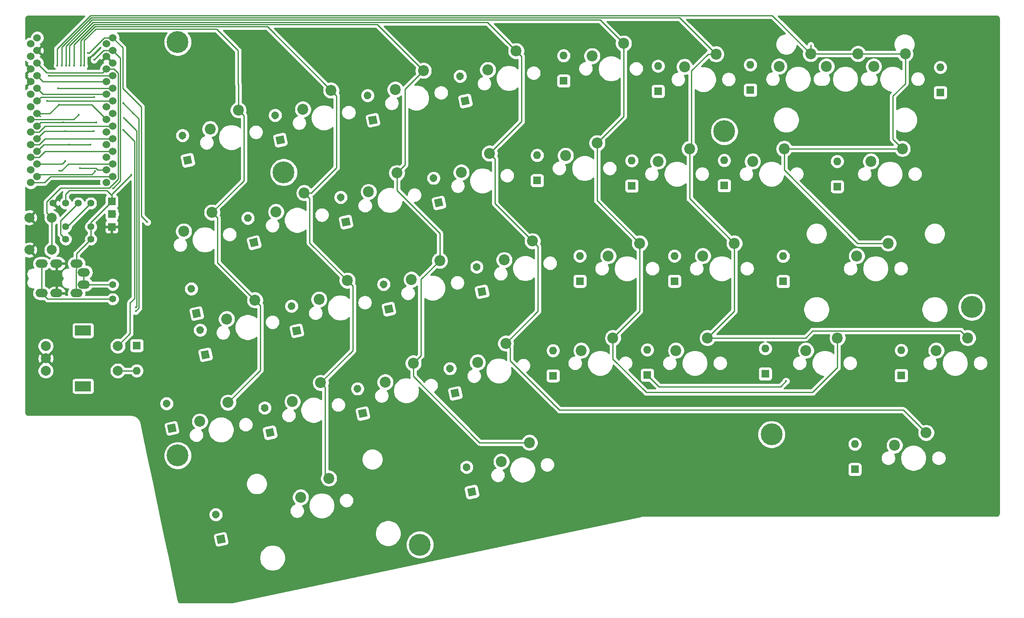
<source format=gtl>
G04 #@! TF.GenerationSoftware,KiCad,Pcbnew,(5.1.6)-1*
G04 #@! TF.CreationDate,2020-08-09T18:55:19-07:00*
G04 #@! TF.ProjectId,Alipt-Keyboard-Right,416c6970-742d-44b6-9579-626f6172642d,rev?*
G04 #@! TF.SameCoordinates,Original*
G04 #@! TF.FileFunction,Copper,L1,Top*
G04 #@! TF.FilePolarity,Positive*
%FSLAX46Y46*%
G04 Gerber Fmt 4.6, Leading zero omitted, Abs format (unit mm)*
G04 Created by KiCad (PCBNEW (5.1.6)-1) date 2020-08-09 18:55:19*
%MOMM*%
%LPD*%
G01*
G04 APERTURE LIST*
G04 #@! TA.AperFunction,ComponentPad*
%ADD10C,4.400000*%
G04 #@! TD*
G04 #@! TA.AperFunction,ComponentPad*
%ADD11C,2.000000*%
G04 #@! TD*
G04 #@! TA.AperFunction,ComponentPad*
%ADD12R,1.524000X1.524000*%
G04 #@! TD*
G04 #@! TA.AperFunction,ComponentPad*
%ADD13C,1.397000*%
G04 #@! TD*
G04 #@! TA.AperFunction,ComponentPad*
%ADD14O,2.500000X1.700000*%
G04 #@! TD*
G04 #@! TA.AperFunction,ComponentPad*
%ADD15C,1.524000*%
G04 #@! TD*
G04 #@! TA.AperFunction,ComponentPad*
%ADD16R,3.200000X2.000000*%
G04 #@! TD*
G04 #@! TA.AperFunction,ComponentPad*
%ADD17C,0.100000*%
G04 #@! TD*
G04 #@! TA.AperFunction,ComponentPad*
%ADD18R,1.600000X1.600000*%
G04 #@! TD*
G04 #@! TA.AperFunction,ComponentPad*
%ADD19O,1.600000X1.600000*%
G04 #@! TD*
G04 #@! TA.AperFunction,ComponentPad*
%ADD20C,2.200000*%
G04 #@! TD*
G04 #@! TA.AperFunction,ViaPad*
%ADD21C,0.400000*%
G04 #@! TD*
G04 #@! TA.AperFunction,Conductor*
%ADD22C,0.250000*%
G04 #@! TD*
G04 #@! TA.AperFunction,Conductor*
%ADD23C,0.254000*%
G04 #@! TD*
G04 APERTURE END LIST*
D10*
X129539995Y-151384009D03*
D11*
X50927000Y-85511500D03*
X55427000Y-85511500D03*
X50927000Y-92011500D03*
X55427000Y-92011500D03*
D10*
X102108000Y-76390500D03*
X80772006Y-133413500D03*
X190817500Y-68135500D03*
X200342504Y-129158999D03*
X80772000Y-50165002D03*
X240665000Y-103505000D03*
D12*
X67500501Y-87372501D03*
X67500501Y-84772501D03*
X67500501Y-82272501D03*
D13*
X58229501Y-89852502D03*
X63309501Y-89852502D03*
X63309504Y-87353757D03*
X58229504Y-87353757D03*
X55655910Y-82613501D03*
X58195910Y-82613501D03*
X60735910Y-82613501D03*
X63275910Y-82613501D03*
D14*
X60401500Y-94765500D03*
X61901500Y-98965500D03*
X53401500Y-94765500D03*
X56401500Y-94765500D03*
X53401500Y-100715500D03*
X56401500Y-100715500D03*
X60401500Y-100715500D03*
X61901500Y-96515500D03*
D13*
X67691003Y-101917500D03*
X67691001Y-98996492D03*
D15*
X66436503Y-55577250D03*
X51196503Y-73357250D03*
X66436503Y-65737250D03*
X51196503Y-63197250D03*
X51196503Y-58117250D03*
X66436503Y-75897250D03*
X51196503Y-55577250D03*
X51196503Y-50497250D03*
X66436503Y-70817250D03*
X51196503Y-78437250D03*
X66436503Y-63197250D03*
X66436503Y-53037250D03*
X66436503Y-58117250D03*
X66436503Y-60657250D03*
X66436503Y-73357250D03*
X66436503Y-68277250D03*
X51196503Y-70817250D03*
X51196503Y-68277250D03*
X66436503Y-78437250D03*
X51196503Y-75897250D03*
X51196503Y-53037250D03*
X66436503Y-50497250D03*
X51196503Y-65737250D03*
X51196503Y-60657250D03*
X67735318Y-49301505D03*
X67735318Y-51841505D03*
X67735318Y-54381505D03*
X67735318Y-56921505D03*
X67735318Y-59461505D03*
X67735318Y-62001505D03*
X67735318Y-64541505D03*
X67735318Y-67081505D03*
X67735318Y-69621505D03*
X67735318Y-72161505D03*
X67735318Y-74701505D03*
X67735318Y-77241505D03*
X52495318Y-77241505D03*
X52495318Y-74701505D03*
X52495318Y-72161505D03*
X52495318Y-69621505D03*
X52495318Y-67081505D03*
X52495318Y-64541505D03*
X52495318Y-62001505D03*
X52495318Y-59461505D03*
X52495318Y-56921505D03*
X52495318Y-54381505D03*
X52495318Y-51841505D03*
X52495318Y-49301505D03*
D11*
X54221999Y-116355499D03*
X54221999Y-113855499D03*
X54221999Y-111355499D03*
D16*
X61721999Y-119455499D03*
X61721999Y-108255499D03*
D11*
X68721999Y-116355499D03*
X68721999Y-111355499D03*
G04 #@! TA.AperFunction,ComponentPad*
G36*
G01*
X81904090Y-69755281D02*
X81904090Y-69755281D01*
G75*
G02*
X80955243Y-69139092I-166329J782518D01*
G01*
X80955243Y-69139092D01*
G75*
G02*
X81571432Y-68190245I782518J166329D01*
G01*
X81571432Y-68190245D01*
G75*
G02*
X82520279Y-68806434I166329J-782518D01*
G01*
X82520279Y-68806434D01*
G75*
G02*
X81904090Y-69755281I-782518J-166329D01*
G01*
G37*
G04 #@! TD.AperFunction*
G04 #@! TA.AperFunction,ComponentPad*
D17*
G36*
X83742799Y-74557942D02*
G01*
X82177763Y-74890600D01*
X81845105Y-73325564D01*
X83410141Y-72992906D01*
X83742799Y-74557942D01*
G37*
G04 #@! TD.AperFunction*
G04 #@! TA.AperFunction,ComponentPad*
G36*
X102411799Y-70493942D02*
G01*
X100846763Y-70826600D01*
X100514105Y-69261564D01*
X102079141Y-68928906D01*
X102411799Y-70493942D01*
G37*
G04 #@! TD.AperFunction*
G04 #@! TA.AperFunction,ComponentPad*
G36*
G01*
X100573090Y-65691281D02*
X100573090Y-65691281D01*
G75*
G02*
X99624243Y-65075092I-166329J782518D01*
G01*
X99624243Y-65075092D01*
G75*
G02*
X100240432Y-64126245I782518J166329D01*
G01*
X100240432Y-64126245D01*
G75*
G02*
X101189279Y-64742434I166329J-782518D01*
G01*
X101189279Y-64742434D01*
G75*
G02*
X100573090Y-65691281I-782518J-166329D01*
G01*
G37*
G04 #@! TD.AperFunction*
G04 #@! TA.AperFunction,ComponentPad*
G36*
X121017299Y-66493442D02*
G01*
X119452263Y-66826100D01*
X119119605Y-65261064D01*
X120684641Y-64928406D01*
X121017299Y-66493442D01*
G37*
G04 #@! TD.AperFunction*
G04 #@! TA.AperFunction,ComponentPad*
G36*
G01*
X119178590Y-61690781D02*
X119178590Y-61690781D01*
G75*
G02*
X118229743Y-61074592I-166329J782518D01*
G01*
X118229743Y-61074592D01*
G75*
G02*
X118845932Y-60125745I782518J166329D01*
G01*
X118845932Y-60125745D01*
G75*
G02*
X119794779Y-60741934I166329J-782518D01*
G01*
X119794779Y-60741934D01*
G75*
G02*
X119178590Y-61690781I-782518J-166329D01*
G01*
G37*
G04 #@! TD.AperFunction*
G04 #@! TA.AperFunction,ComponentPad*
G36*
G01*
X137784090Y-57817281D02*
X137784090Y-57817281D01*
G75*
G02*
X136835243Y-57201092I-166329J782518D01*
G01*
X136835243Y-57201092D01*
G75*
G02*
X137451432Y-56252245I782518J166329D01*
G01*
X137451432Y-56252245D01*
G75*
G02*
X138400279Y-56868434I166329J-782518D01*
G01*
X138400279Y-56868434D01*
G75*
G02*
X137784090Y-57817281I-782518J-166329D01*
G01*
G37*
G04 #@! TD.AperFunction*
G04 #@! TA.AperFunction,ComponentPad*
G36*
X139622799Y-62619942D02*
G01*
X138057763Y-62952600D01*
X137725105Y-61387564D01*
X139290141Y-61054906D01*
X139622799Y-62619942D01*
G37*
G04 #@! TD.AperFunction*
D18*
X158496000Y-57975500D03*
D19*
X158496000Y-52895500D03*
X177482500Y-54991000D03*
D18*
X177482500Y-60071000D03*
X196088000Y-59817000D03*
D19*
X196088000Y-54737000D03*
G04 #@! TA.AperFunction,ComponentPad*
D17*
G36*
X85520799Y-105418942D02*
G01*
X83955763Y-105751600D01*
X83623105Y-104186564D01*
X85188141Y-103853906D01*
X85520799Y-105418942D01*
G37*
G04 #@! TD.AperFunction*
G04 #@! TA.AperFunction,ComponentPad*
G36*
G01*
X83682090Y-100616281D02*
X83682090Y-100616281D01*
G75*
G02*
X82733243Y-100000092I-166329J782518D01*
G01*
X82733243Y-100000092D01*
G75*
G02*
X83349432Y-99051245I782518J166329D01*
G01*
X83349432Y-99051245D01*
G75*
G02*
X84298279Y-99667434I166329J-782518D01*
G01*
X84298279Y-99667434D01*
G75*
G02*
X83682090Y-100616281I-782518J-166329D01*
G01*
G37*
G04 #@! TD.AperFunction*
G04 #@! TA.AperFunction,ComponentPad*
G36*
G01*
X95113834Y-86372359D02*
X95113834Y-86372359D01*
G75*
G02*
X94144059Y-85789660I-193538J776237D01*
G01*
X94144059Y-85789660D01*
G75*
G02*
X94726758Y-84819885I776237J193538D01*
G01*
X94726758Y-84819885D01*
G75*
G02*
X95696533Y-85402584I193538J-776237D01*
G01*
X95696533Y-85402584D01*
G75*
G02*
X95113834Y-86372359I-776237J-193538D01*
G01*
G37*
G04 #@! TD.AperFunction*
G04 #@! TA.AperFunction,ComponentPad*
G36*
X97119033Y-91107923D02*
G01*
X95566560Y-91494998D01*
X95179485Y-89942525D01*
X96731958Y-89555450D01*
X97119033Y-91107923D01*
G37*
G04 #@! TD.AperFunction*
G04 #@! TA.AperFunction,ComponentPad*
G36*
G01*
X113781090Y-82201281D02*
X113781090Y-82201281D01*
G75*
G02*
X112832243Y-81585092I-166329J782518D01*
G01*
X112832243Y-81585092D01*
G75*
G02*
X113448432Y-80636245I782518J166329D01*
G01*
X113448432Y-80636245D01*
G75*
G02*
X114397279Y-81252434I166329J-782518D01*
G01*
X114397279Y-81252434D01*
G75*
G02*
X113781090Y-82201281I-782518J-166329D01*
G01*
G37*
G04 #@! TD.AperFunction*
G04 #@! TA.AperFunction,ComponentPad*
G36*
X115619799Y-87003942D02*
G01*
X114054763Y-87336600D01*
X113722105Y-85771564D01*
X115287141Y-85438906D01*
X115619799Y-87003942D01*
G37*
G04 #@! TD.AperFunction*
G04 #@! TA.AperFunction,ComponentPad*
G36*
X134288799Y-83130442D02*
G01*
X132723763Y-83463100D01*
X132391105Y-81898064D01*
X133956141Y-81565406D01*
X134288799Y-83130442D01*
G37*
G04 #@! TD.AperFunction*
G04 #@! TA.AperFunction,ComponentPad*
G36*
G01*
X132450090Y-78327781D02*
X132450090Y-78327781D01*
G75*
G02*
X131501243Y-77711592I-166329J782518D01*
G01*
X131501243Y-77711592D01*
G75*
G02*
X132117432Y-76762745I782518J166329D01*
G01*
X132117432Y-76762745D01*
G75*
G02*
X133066279Y-77378934I166329J-782518D01*
G01*
X133066279Y-77378934D01*
G75*
G02*
X132450090Y-78327781I-782518J-166329D01*
G01*
G37*
G04 #@! TD.AperFunction*
D19*
X153162000Y-72961500D03*
D18*
X153162000Y-78041500D03*
X172212000Y-79121000D03*
D19*
X172212000Y-74041000D03*
X234315000Y-55245000D03*
D18*
X234315000Y-60325000D03*
G04 #@! TA.AperFunction,ComponentPad*
G36*
G01*
X85460090Y-108934781D02*
X85460090Y-108934781D01*
G75*
G02*
X84511243Y-108318592I-166329J782518D01*
G01*
X84511243Y-108318592D01*
G75*
G02*
X85127432Y-107369745I782518J166329D01*
G01*
X85127432Y-107369745D01*
G75*
G02*
X86076279Y-107985934I166329J-782518D01*
G01*
X86076279Y-107985934D01*
G75*
G02*
X85460090Y-108934781I-782518J-166329D01*
G01*
G37*
G04 #@! TD.AperFunction*
G04 #@! TA.AperFunction,ComponentPad*
D17*
G36*
X87298799Y-113737442D02*
G01*
X85733763Y-114070100D01*
X85401105Y-112505064D01*
X86966141Y-112172406D01*
X87298799Y-113737442D01*
G37*
G04 #@! TD.AperFunction*
G04 #@! TA.AperFunction,ComponentPad*
G36*
X105713799Y-108911442D02*
G01*
X104148763Y-109244100D01*
X103816105Y-107679064D01*
X105381141Y-107346406D01*
X105713799Y-108911442D01*
G37*
G04 #@! TD.AperFunction*
G04 #@! TA.AperFunction,ComponentPad*
G36*
G01*
X103875090Y-104108781D02*
X103875090Y-104108781D01*
G75*
G02*
X102926243Y-103492592I-166329J782518D01*
G01*
X102926243Y-103492592D01*
G75*
G02*
X103542432Y-102543745I782518J166329D01*
G01*
X103542432Y-102543745D01*
G75*
G02*
X104491279Y-103159934I166329J-782518D01*
G01*
X104491279Y-103159934D01*
G75*
G02*
X103875090Y-104108781I-782518J-166329D01*
G01*
G37*
G04 #@! TD.AperFunction*
G04 #@! TA.AperFunction,ComponentPad*
G36*
G01*
X122417090Y-99727281D02*
X122417090Y-99727281D01*
G75*
G02*
X121468243Y-99111092I-166329J782518D01*
G01*
X121468243Y-99111092D01*
G75*
G02*
X122084432Y-98162245I782518J166329D01*
G01*
X122084432Y-98162245D01*
G75*
G02*
X123033279Y-98778434I166329J-782518D01*
G01*
X123033279Y-98778434D01*
G75*
G02*
X122417090Y-99727281I-782518J-166329D01*
G01*
G37*
G04 #@! TD.AperFunction*
G04 #@! TA.AperFunction,ComponentPad*
G36*
X124255799Y-104529942D02*
G01*
X122690763Y-104862600D01*
X122358105Y-103297564D01*
X123923141Y-102964906D01*
X124255799Y-104529942D01*
G37*
G04 #@! TD.AperFunction*
G04 #@! TA.AperFunction,ComponentPad*
G36*
X142988299Y-101037442D02*
G01*
X141423263Y-101370100D01*
X141090605Y-99805064D01*
X142655641Y-99472406D01*
X142988299Y-101037442D01*
G37*
G04 #@! TD.AperFunction*
G04 #@! TA.AperFunction,ComponentPad*
G36*
G01*
X141149590Y-96234781D02*
X141149590Y-96234781D01*
G75*
G02*
X140200743Y-95618592I-166329J782518D01*
G01*
X140200743Y-95618592D01*
G75*
G02*
X140816932Y-94669745I782518J166329D01*
G01*
X140816932Y-94669745D01*
G75*
G02*
X141765779Y-95285934I166329J-782518D01*
G01*
X141765779Y-95285934D01*
G75*
G02*
X141149590Y-96234781I-782518J-166329D01*
G01*
G37*
G04 #@! TD.AperFunction*
D18*
X161734500Y-98298000D03*
D19*
X161734500Y-93218000D03*
X180784500Y-93218000D03*
D18*
X180784500Y-98298000D03*
X190817500Y-79057500D03*
D19*
X190817500Y-73977500D03*
G04 #@! TA.AperFunction,ComponentPad*
G36*
G01*
X78729090Y-123730281D02*
X78729090Y-123730281D01*
G75*
G02*
X77780243Y-123114092I-166329J782518D01*
G01*
X77780243Y-123114092D01*
G75*
G02*
X78396432Y-122165245I782518J166329D01*
G01*
X78396432Y-122165245D01*
G75*
G02*
X79345279Y-122781434I166329J-782518D01*
G01*
X79345279Y-122781434D01*
G75*
G02*
X78729090Y-123730281I-782518J-166329D01*
G01*
G37*
G04 #@! TD.AperFunction*
G04 #@! TA.AperFunction,ComponentPad*
D17*
G36*
X80567799Y-128532942D02*
G01*
X79002763Y-128865600D01*
X78670105Y-127300564D01*
X80235141Y-126967906D01*
X80567799Y-128532942D01*
G37*
G04 #@! TD.AperFunction*
G04 #@! TA.AperFunction,ComponentPad*
G36*
G01*
X98477590Y-124619281D02*
X98477590Y-124619281D01*
G75*
G02*
X97528743Y-124003092I-166329J782518D01*
G01*
X97528743Y-124003092D01*
G75*
G02*
X98144932Y-123054245I782518J166329D01*
G01*
X98144932Y-123054245D01*
G75*
G02*
X99093779Y-123670434I166329J-782518D01*
G01*
X99093779Y-123670434D01*
G75*
G02*
X98477590Y-124619281I-782518J-166329D01*
G01*
G37*
G04 #@! TD.AperFunction*
G04 #@! TA.AperFunction,ComponentPad*
G36*
X100316299Y-129421942D02*
G01*
X98751263Y-129754600D01*
X98418605Y-128189564D01*
X99983641Y-127856906D01*
X100316299Y-129421942D01*
G37*
G04 #@! TD.AperFunction*
G04 #@! TA.AperFunction,ComponentPad*
G36*
X118985299Y-125548442D02*
G01*
X117420263Y-125881100D01*
X117087605Y-124316064D01*
X118652641Y-123983406D01*
X118985299Y-125548442D01*
G37*
G04 #@! TD.AperFunction*
G04 #@! TA.AperFunction,ComponentPad*
G36*
G01*
X117146590Y-120745781D02*
X117146590Y-120745781D01*
G75*
G02*
X116197743Y-120129592I-166329J782518D01*
G01*
X116197743Y-120129592D01*
G75*
G02*
X116813932Y-119180745I782518J166329D01*
G01*
X116813932Y-119180745D01*
G75*
G02*
X117762779Y-119796934I166329J-782518D01*
G01*
X117762779Y-119796934D01*
G75*
G02*
X117146590Y-120745781I-782518J-166329D01*
G01*
G37*
G04 #@! TD.AperFunction*
G04 #@! TA.AperFunction,ComponentPad*
G36*
G01*
X135752090Y-116681781D02*
X135752090Y-116681781D01*
G75*
G02*
X134803243Y-116065592I-166329J782518D01*
G01*
X134803243Y-116065592D01*
G75*
G02*
X135419432Y-115116745I782518J166329D01*
G01*
X135419432Y-115116745D01*
G75*
G02*
X136368279Y-115732934I166329J-782518D01*
G01*
X136368279Y-115732934D01*
G75*
G02*
X135752090Y-116681781I-782518J-166329D01*
G01*
G37*
G04 #@! TD.AperFunction*
G04 #@! TA.AperFunction,ComponentPad*
G36*
X137590799Y-121484442D02*
G01*
X136025763Y-121817100D01*
X135693105Y-120252064D01*
X137258141Y-119919406D01*
X137590799Y-121484442D01*
G37*
G04 #@! TD.AperFunction*
D19*
X156337000Y-112268000D03*
D18*
X156337000Y-117348000D03*
X175323500Y-117221000D03*
D19*
X175323500Y-112141000D03*
X213550500Y-74168000D03*
D18*
X213550500Y-79248000D03*
G04 #@! TA.AperFunction,ComponentPad*
D17*
G36*
X90473799Y-150884942D02*
G01*
X88908763Y-151217600D01*
X88576105Y-149652564D01*
X90141141Y-149319906D01*
X90473799Y-150884942D01*
G37*
G04 #@! TD.AperFunction*
G04 #@! TA.AperFunction,ComponentPad*
G36*
G01*
X88635090Y-146082281D02*
X88635090Y-146082281D01*
G75*
G02*
X87686243Y-145466092I-166329J782518D01*
G01*
X87686243Y-145466092D01*
G75*
G02*
X88302432Y-144517245I782518J166329D01*
G01*
X88302432Y-144517245D01*
G75*
G02*
X89251279Y-145133434I166329J-782518D01*
G01*
X89251279Y-145133434D01*
G75*
G02*
X88635090Y-146082281I-782518J-166329D01*
G01*
G37*
G04 #@! TD.AperFunction*
G04 #@! TA.AperFunction,ComponentPad*
G36*
X140956299Y-141359942D02*
G01*
X139391263Y-141692600D01*
X139058605Y-140127564D01*
X140623641Y-139794906D01*
X140956299Y-141359942D01*
G37*
G04 #@! TD.AperFunction*
G04 #@! TA.AperFunction,ComponentPad*
G36*
G01*
X139117590Y-136557281D02*
X139117590Y-136557281D01*
G75*
G02*
X138168743Y-135941092I-166329J782518D01*
G01*
X138168743Y-135941092D01*
G75*
G02*
X138784932Y-134992245I782518J166329D01*
G01*
X138784932Y-134992245D01*
G75*
G02*
X139733779Y-135608434I166329J-782518D01*
G01*
X139733779Y-135608434D01*
G75*
G02*
X139117590Y-136557281I-782518J-166329D01*
G01*
G37*
G04 #@! TD.AperFunction*
D19*
X217106500Y-131127500D03*
D18*
X217106500Y-136207500D03*
X199072500Y-116967000D03*
D19*
X199072500Y-111887000D03*
X226441000Y-112204500D03*
D18*
X226441000Y-117284500D03*
X202692000Y-98361500D03*
D19*
X202692000Y-93281500D03*
D18*
X72517000Y-111252000D03*
D19*
X72517000Y-116332000D03*
D20*
X87312162Y-67649648D03*
X92995304Y-63844914D03*
X111664304Y-59880500D03*
X105981162Y-63685234D03*
X130269804Y-55907414D03*
X124586662Y-59712148D03*
X143224358Y-55747734D03*
X148907500Y-51943000D03*
X170561000Y-50419000D03*
X164211000Y-52959000D03*
X182816500Y-55118000D03*
X189166500Y-52578000D03*
X201866500Y-55054500D03*
X208216500Y-52514500D03*
X82010358Y-88259734D03*
X87693500Y-84455000D03*
X106266804Y-80518000D03*
X100583662Y-84322734D03*
X119221358Y-80322234D03*
X124904500Y-76517500D03*
X143573500Y-72580500D03*
X137890358Y-76385234D03*
X158877000Y-73025000D03*
X165227000Y-70485000D03*
X183832500Y-71628000D03*
X177482500Y-74168000D03*
X96329500Y-102108000D03*
X90646358Y-105912734D03*
X109251858Y-101975734D03*
X114935000Y-98171000D03*
X133540500Y-94170500D03*
X127857358Y-97975234D03*
X146526358Y-94038234D03*
X152209500Y-90233500D03*
X173799500Y-90678000D03*
X167449500Y-93218000D03*
X186499500Y-93218000D03*
X192849500Y-90678000D03*
X196532500Y-74168000D03*
X202882500Y-71628000D03*
X90932000Y-122745500D03*
X85248858Y-126550234D03*
X109568804Y-118772414D03*
X103885662Y-122577148D03*
X128237804Y-114835414D03*
X122554662Y-118640148D03*
X146843304Y-110834914D03*
X141160162Y-114639648D03*
X162052000Y-112268000D03*
X168402000Y-109728000D03*
X187452000Y-109728000D03*
X181102000Y-112268000D03*
X226695000Y-71628000D03*
X220345000Y-74168000D03*
X111219804Y-138012914D03*
X105536662Y-141817648D03*
X151638000Y-130810000D03*
X145954858Y-134614734D03*
X231457500Y-128841500D03*
X225107500Y-131381500D03*
X213614000Y-109728000D03*
X207264000Y-112268000D03*
X239839500Y-109728000D03*
X233489500Y-112268000D03*
X217487504Y-93218006D03*
X223837504Y-90678006D03*
X220916500Y-55054500D03*
X227266500Y-52514500D03*
X211391500Y-55054500D03*
X217741500Y-52514500D03*
D21*
X56959498Y-76073003D03*
X203263500Y-118427500D03*
X54864000Y-56896000D03*
X181864000Y-104203500D03*
X51371500Y-45529500D03*
X244094000Y-57340500D03*
X54165500Y-121031000D03*
X62738007Y-52387502D03*
X74676000Y-86423500D03*
X71437500Y-76898500D03*
X54483000Y-61975998D03*
X56705496Y-59435996D03*
X69797330Y-67881499D03*
X61976000Y-54927500D03*
X60833000Y-64770000D03*
X61277500Y-54927500D03*
X64167126Y-76167874D03*
X59880500Y-54927500D03*
X61087000Y-75565000D03*
X58166000Y-74104500D03*
X58991500Y-54927500D03*
X58928000Y-70802500D03*
X63246000Y-70802500D03*
X58293000Y-54927500D03*
X58166000Y-68135500D03*
X63881000Y-68135500D03*
X57467500Y-54927500D03*
X57721500Y-66357500D03*
X64389000Y-66357500D03*
X56515000Y-54864000D03*
X56832500Y-62738000D03*
X72330530Y-104354492D03*
X69797328Y-62420496D03*
X72330530Y-103568501D03*
X63944500Y-61214000D03*
X70395163Y-65939337D03*
X67754491Y-79628998D03*
X63944505Y-53721004D03*
D22*
X52908334Y-68277243D02*
X51196502Y-68277242D01*
X67735316Y-67081496D02*
X54104078Y-67081502D01*
X54104078Y-67081502D02*
X52908334Y-68277243D01*
X67735318Y-69621499D02*
X54104076Y-69621505D01*
X54104076Y-69621505D02*
X52908324Y-70817238D01*
X52908324Y-70817238D02*
X51196504Y-70817248D01*
X67735314Y-72161502D02*
X54104082Y-72161506D01*
X52908332Y-73357244D02*
X51196500Y-73357251D01*
X54104082Y-72161506D02*
X52908332Y-73357244D01*
X58790499Y-74701501D02*
X57418996Y-76073004D01*
X67735311Y-74701503D02*
X58790499Y-74701501D01*
X57418996Y-76073004D02*
X56959498Y-76073003D01*
X202120500Y-119570500D02*
X202311000Y-119380000D01*
X177673000Y-119570500D02*
X202120500Y-119570500D01*
X177673000Y-119570500D02*
X175323500Y-117221000D01*
X203263500Y-118427500D02*
X202311000Y-119380000D01*
X67735318Y-77241500D02*
X55155996Y-77241496D01*
X55155996Y-77241496D02*
X53960256Y-78437245D01*
X53960256Y-78437245D02*
X51196510Y-78437241D01*
X68721994Y-116355504D02*
X72429999Y-116355497D01*
X72429999Y-116355497D02*
X72453507Y-116332002D01*
X56401491Y-100715499D02*
X56401493Y-94765496D01*
X54889495Y-56921495D02*
X54864000Y-56896000D01*
X67735318Y-56921500D02*
X54889495Y-56921495D01*
X67735312Y-49301502D02*
X66023481Y-49301494D01*
X69722334Y-59435334D02*
X69722335Y-51288515D01*
X62937484Y-52387495D02*
X62738007Y-52387502D01*
X69722335Y-51288515D02*
X69637150Y-51203345D01*
X73465806Y-63178808D02*
X69722334Y-59435334D01*
X66023481Y-49301494D02*
X62937484Y-52387495D01*
X69637150Y-51203345D02*
X67735312Y-49301502D01*
X67500492Y-84772497D02*
X68325999Y-84772509D01*
X73465805Y-85213305D02*
X73465805Y-84776195D01*
X74676000Y-86423500D02*
X73465805Y-85213305D01*
X73465805Y-84776195D02*
X73465806Y-63178808D01*
X53691062Y-58117248D02*
X52495318Y-56921501D01*
X66436505Y-58117246D02*
X53691062Y-58117248D01*
X66484500Y-80010000D02*
X58991502Y-80009995D01*
X67500503Y-82272501D02*
X67500501Y-81025998D01*
X67500501Y-81025998D02*
X66484500Y-80010000D01*
X58195903Y-80805590D02*
X58195913Y-82613499D01*
X63309496Y-89852494D02*
X63309502Y-87353758D01*
X63309503Y-86463502D02*
X67500503Y-82272501D01*
X58991502Y-80009995D02*
X58195903Y-80805590D01*
X63309502Y-87353758D02*
X63309503Y-86463502D01*
X60401496Y-92760508D02*
X63309496Y-89852494D01*
X60326493Y-100640488D02*
X60401501Y-100715495D01*
X60401503Y-94765502D02*
X60401496Y-92760508D01*
X60326494Y-95940513D02*
X60326493Y-100640488D01*
X60401498Y-95865501D02*
X60326494Y-95940513D01*
X60401503Y-94765502D02*
X60401498Y-95865501D01*
X67500501Y-82272501D02*
X67500501Y-80835499D01*
X67500501Y-80835499D02*
X71437500Y-76898500D01*
X61901502Y-98965498D02*
X61901499Y-96515502D01*
X61901502Y-98965498D02*
X67660004Y-98965500D01*
X67660004Y-98965500D02*
X67691005Y-98996499D01*
X54603503Y-101917505D02*
X53401503Y-100715501D01*
X53401503Y-100715501D02*
X53401500Y-94765500D01*
X67690998Y-101917501D02*
X54603503Y-101917505D01*
X67709813Y-61975996D02*
X67735313Y-62001504D01*
X60735904Y-82613501D02*
X57205994Y-86143412D01*
X57206004Y-88829004D02*
X58229499Y-89852503D01*
X54483000Y-61975998D02*
X67709813Y-61975996D01*
X57205994Y-86143412D02*
X57206004Y-88829004D01*
X63275908Y-82613499D02*
X58535644Y-87353765D01*
X58535644Y-87353765D02*
X58229498Y-87353760D01*
X56730997Y-59461498D02*
X56705496Y-59435996D01*
X67735317Y-59461504D02*
X56730997Y-59461498D01*
X55427000Y-92011500D02*
X55427000Y-85511500D01*
X67999825Y-55577250D02*
X66436503Y-55577250D01*
X68822319Y-77763266D02*
X68822319Y-56399744D01*
X67025595Y-79559990D02*
X68822319Y-77763266D01*
X57194643Y-79559990D02*
X67025595Y-79559990D01*
X54427001Y-82327628D02*
X57194643Y-79559990D01*
X68822319Y-56399744D02*
X67999825Y-55577250D01*
X54427001Y-84511501D02*
X54427001Y-82327628D01*
X55427000Y-85511500D02*
X54427001Y-84511501D01*
X65674504Y-56339249D02*
X54453062Y-56339249D01*
X54453062Y-56339249D02*
X52495318Y-54381505D01*
X66436503Y-55577250D02*
X65674504Y-56339249D01*
X94095303Y-78053197D02*
X87693500Y-84455000D01*
X94095303Y-64944913D02*
X94095303Y-78053197D01*
X92995304Y-63844914D02*
X94095303Y-64944913D01*
X88793499Y-94571999D02*
X96329500Y-102108000D01*
X88793499Y-85554999D02*
X88793499Y-94571999D01*
X87693500Y-84455000D02*
X88793499Y-85554999D01*
X97429499Y-116248001D02*
X90932000Y-122745500D01*
X97429499Y-103207999D02*
X97429499Y-116248001D01*
X96329500Y-102108000D02*
X97429499Y-103207999D01*
X92995304Y-58651304D02*
X92964000Y-58620000D01*
X92995304Y-63844914D02*
X92995304Y-58651304D01*
X92964000Y-58620000D02*
X92964000Y-51879500D01*
X92964000Y-51879500D02*
X88724501Y-47640001D01*
X88724501Y-47640001D02*
X88582500Y-47498000D01*
X66484500Y-47498000D02*
X64325500Y-47498000D01*
X88582500Y-47498000D02*
X66484500Y-47498000D01*
X64325500Y-47498000D02*
X61976000Y-49847500D01*
X61976000Y-49847500D02*
X61976000Y-54927500D01*
X59865750Y-65737250D02*
X51196503Y-65737250D01*
X60833000Y-64770000D02*
X59865750Y-65737250D01*
X69797330Y-67881499D02*
X72080518Y-70164687D01*
X72080518Y-93717982D02*
X72080522Y-93717986D01*
X72080518Y-70164687D02*
X72080518Y-93717982D01*
X72080522Y-93717986D02*
X72080522Y-101782478D01*
X71211000Y-102652000D02*
X71211000Y-108866500D01*
X72080522Y-101782478D02*
X71211000Y-102652000D01*
X71211000Y-108866500D02*
X68722000Y-111355495D01*
X111664304Y-59880500D02*
X98831794Y-47047990D01*
X98831794Y-47047990D02*
X64139099Y-47047991D01*
X61277500Y-49909590D02*
X61277500Y-54927500D01*
X64139099Y-47047991D02*
X61277500Y-49909590D01*
X52495318Y-77241505D02*
X52945335Y-76791488D01*
X63543512Y-76791488D02*
X64167126Y-76167874D01*
X61424488Y-76791488D02*
X63543512Y-76791488D01*
X52945335Y-76791488D02*
X61424488Y-76791488D01*
X61424488Y-76791488D02*
X62210012Y-76791488D01*
X112764303Y-60980499D02*
X112764303Y-75449697D01*
X111664304Y-59880500D02*
X112764303Y-60980499D01*
X107696000Y-80518000D02*
X106266804Y-80518000D01*
X112764303Y-75449697D02*
X107696000Y-80518000D01*
X107366803Y-81617999D02*
X107366803Y-90602803D01*
X107366803Y-90602803D02*
X114935000Y-98171000D01*
X106266804Y-80518000D02*
X107366803Y-81617999D01*
X116034999Y-112306219D02*
X109568804Y-118772414D01*
X116034999Y-99270999D02*
X116034999Y-112306219D01*
X114935000Y-98171000D02*
X116034999Y-99270999D01*
X110465501Y-137258611D02*
X111219804Y-138012914D01*
X110465501Y-119669111D02*
X110465501Y-137258611D01*
X109568804Y-118772414D02*
X110465501Y-119669111D01*
X63952698Y-46597982D02*
X59880500Y-50670180D01*
X130269804Y-55907414D02*
X120960372Y-46597982D01*
X59880500Y-50670180D02*
X59880500Y-54927500D01*
X120960372Y-46597982D02*
X63952698Y-46597982D01*
X64341254Y-75565000D02*
X61087000Y-75565000D01*
X64673504Y-75897250D02*
X64341254Y-75565000D01*
X66436503Y-75897250D02*
X64673504Y-75897250D01*
X57568995Y-74701505D02*
X52495318Y-74701505D01*
X58166000Y-74104500D02*
X57568995Y-74701505D01*
X128237804Y-117474624D02*
X128237804Y-114835414D01*
X141573180Y-130810000D02*
X128237804Y-117474624D01*
X151638000Y-130810000D02*
X141573180Y-130810000D01*
X129787195Y-97923805D02*
X133540500Y-94170500D01*
X129787195Y-113286023D02*
X129787195Y-97923805D01*
X128237804Y-114835414D02*
X129787195Y-113286023D01*
X124904500Y-80001888D02*
X124904500Y-76517500D01*
X133540500Y-88637888D02*
X124904500Y-80001888D01*
X133540500Y-94170500D02*
X133540500Y-88637888D01*
X126516499Y-59660719D02*
X130269804Y-55907414D01*
X126516499Y-74905501D02*
X126516499Y-59660719D01*
X124904500Y-76517500D02*
X126516499Y-74905501D01*
X52787317Y-72453506D02*
X52495313Y-72161502D01*
X58991500Y-50922770D02*
X58991500Y-54927500D01*
X63766297Y-46147973D02*
X58991500Y-50922770D01*
X148907500Y-51943000D02*
X143112473Y-46147973D01*
X143112473Y-46147973D02*
X63766297Y-46147973D01*
X53854323Y-70802500D02*
X52495318Y-72161505D01*
X58928000Y-70802500D02*
X53854323Y-70802500D01*
X58928000Y-70802500D02*
X63246000Y-70802500D01*
X150007499Y-66146501D02*
X143573500Y-72580500D01*
X150007499Y-53042999D02*
X150007499Y-66146501D01*
X148907500Y-51943000D02*
X150007499Y-53042999D01*
X144673499Y-82697499D02*
X152209500Y-90233500D01*
X144673499Y-73680499D02*
X144673499Y-82697499D01*
X143573500Y-72580500D02*
X144673499Y-73680499D01*
X153309499Y-104368719D02*
X146843304Y-110834914D01*
X153309499Y-91333499D02*
X153309499Y-104368719D01*
X152209500Y-90233500D02*
X153309499Y-91333499D01*
X147740001Y-114370821D02*
X157638680Y-124269500D01*
X146843304Y-110834914D02*
X147740001Y-111731611D01*
X147740001Y-111731611D02*
X147740001Y-114370821D01*
X226885500Y-124269500D02*
X231457500Y-128841500D01*
X157638680Y-124269500D02*
X226885500Y-124269500D01*
X170561000Y-50419000D02*
X165839963Y-45697963D01*
X165839963Y-45697963D02*
X63579896Y-45697964D01*
X58293000Y-50984860D02*
X58293000Y-54927500D01*
X63579896Y-45697964D02*
X58293000Y-50984860D01*
X53981323Y-68135500D02*
X52495318Y-69621505D01*
X58166000Y-68135500D02*
X53981323Y-68135500D01*
X58166000Y-68135500D02*
X63881000Y-68135500D01*
X213614000Y-115709002D02*
X208609502Y-120713500D01*
X213614000Y-109728000D02*
X213614000Y-115709002D01*
X168402000Y-114007002D02*
X168402000Y-109728000D01*
X175108498Y-120713500D02*
X168402000Y-114007002D01*
X208609502Y-120713500D02*
X175108498Y-120713500D01*
X173799500Y-104330500D02*
X168402000Y-109728000D01*
X173799500Y-90678000D02*
X173799500Y-104330500D01*
X165227000Y-82105500D02*
X173799500Y-90678000D01*
X165227000Y-70485000D02*
X165227000Y-82105500D01*
X170561000Y-65151000D02*
X165227000Y-70485000D01*
X170561000Y-50419000D02*
X170561000Y-65151000D01*
X57467500Y-51173950D02*
X57467500Y-54927500D01*
X63393495Y-45247955D02*
X57467500Y-51173950D01*
X189166500Y-52578000D02*
X181836455Y-45247955D01*
X181836455Y-45247955D02*
X63393495Y-45247955D01*
X53219323Y-66357500D02*
X52495318Y-67081505D01*
X57721500Y-66357500D02*
X53219323Y-66357500D01*
X57721500Y-66357500D02*
X64389000Y-66357500D01*
X192849500Y-104330500D02*
X192849500Y-90678000D01*
X187452000Y-109728000D02*
X192849500Y-104330500D01*
X183832500Y-81661000D02*
X183832500Y-71628000D01*
X192849500Y-90678000D02*
X183832500Y-81661000D01*
X187610866Y-52578000D02*
X189166500Y-52578000D01*
X184241501Y-55947365D02*
X187610866Y-52578000D01*
X184241501Y-71218999D02*
X184241501Y-55947365D01*
X183832500Y-71628000D02*
X184241501Y-71218999D01*
X239839500Y-109728000D02*
X238414499Y-108302999D01*
X207200500Y-109728000D02*
X208625501Y-108302999D01*
X187452000Y-109728000D02*
X207200500Y-109728000D01*
X238414499Y-108302999D02*
X208625501Y-108302999D01*
X53104818Y-65150998D02*
X52495318Y-64541502D01*
X227266500Y-52514500D02*
X217741500Y-52514500D01*
X217741500Y-52514500D02*
X208216500Y-52514500D01*
X208216500Y-52514500D02*
X208216500Y-50736500D01*
X208216500Y-52514500D02*
X200499945Y-44797945D01*
X200499945Y-44797945D02*
X63207094Y-44797946D01*
X63207094Y-44797946D02*
X56515000Y-51490040D01*
X56515000Y-51490040D02*
X56515000Y-54864000D01*
X55028995Y-64541505D02*
X52495318Y-64541505D01*
X56832500Y-62738000D02*
X55028995Y-64541505D01*
X63437253Y-62738000D02*
X66436503Y-65737250D01*
X56832500Y-62738000D02*
X63437253Y-62738000D01*
X227266500Y-58495502D02*
X227266500Y-52514500D01*
X224776499Y-60985503D02*
X227266500Y-58495502D01*
X224776499Y-69709499D02*
X224776499Y-60985503D01*
X226695000Y-71628000D02*
X224776499Y-69709499D01*
X226695000Y-71628000D02*
X202882500Y-71628000D01*
X202882500Y-75907002D02*
X202882500Y-71628000D01*
X217653504Y-90678006D02*
X202882500Y-75907002D01*
X223837504Y-90678006D02*
X217653504Y-90678006D01*
X72980539Y-65603716D02*
X71892830Y-64515996D01*
X53691057Y-60657247D02*
X52495313Y-59461495D01*
X72980540Y-103704482D02*
X72980539Y-65603716D01*
X72330530Y-104354492D02*
X72980540Y-103704482D01*
X66436498Y-60657249D02*
X53691057Y-60657247D01*
X69797328Y-62420496D02*
X71892830Y-64515996D01*
X72530525Y-68074698D02*
X72255545Y-67799719D01*
X72530533Y-103368502D02*
X72530525Y-68074698D01*
X72330530Y-103568501D02*
X72530533Y-103368502D01*
X52495318Y-62001505D02*
X53282823Y-61214000D01*
X53282823Y-61214000D02*
X60452000Y-61214000D01*
X60452000Y-61214000D02*
X63944500Y-61214000D01*
X69797324Y-65341497D02*
X70395163Y-65939337D01*
X70395163Y-65939337D02*
X72255545Y-67799719D01*
X65824004Y-51841497D02*
X67735315Y-51841492D01*
X67735315Y-51841492D02*
X69272329Y-53378513D01*
X69272329Y-53378513D02*
X69272330Y-78111171D01*
X63944505Y-53721004D02*
X65824004Y-51841497D01*
X69272330Y-78111171D02*
X67754491Y-79628998D01*
D23*
G36*
X245726116Y-44920001D02*
G01*
X245830111Y-44951399D01*
X245926025Y-45002397D01*
X246010204Y-45071052D01*
X246079449Y-45154755D01*
X246131117Y-45250311D01*
X246163239Y-45354081D01*
X246178013Y-45494643D01*
X246178001Y-144999283D01*
X246163996Y-145142114D01*
X246132599Y-145246108D01*
X246081603Y-145342018D01*
X246012943Y-145426204D01*
X245929245Y-145495444D01*
X245833690Y-145547111D01*
X245729918Y-145579234D01*
X245589384Y-145594005D01*
X174338002Y-145593996D01*
X174298742Y-145590615D01*
X174233591Y-145597840D01*
X174168318Y-145604269D01*
X174130604Y-145615709D01*
X91746640Y-163056506D01*
X81441728Y-163056495D01*
X81298894Y-163042492D01*
X81194902Y-163011096D01*
X81098988Y-162960099D01*
X81014806Y-162891443D01*
X80945565Y-162807746D01*
X80893899Y-162712194D01*
X80854975Y-162586457D01*
X80854630Y-162583278D01*
X79013346Y-153784560D01*
X97229736Y-153784560D01*
X97229736Y-154303610D01*
X97330997Y-154812686D01*
X97529629Y-155292226D01*
X97817998Y-155723800D01*
X98185021Y-156090823D01*
X98616595Y-156379192D01*
X99096135Y-156577824D01*
X99605211Y-156679085D01*
X100124261Y-156679085D01*
X100633337Y-156577824D01*
X101112877Y-156379192D01*
X101544451Y-156090823D01*
X101911474Y-155723800D01*
X102199843Y-155292226D01*
X102398475Y-154812686D01*
X102499736Y-154303610D01*
X102499736Y-153784560D01*
X102398475Y-153275484D01*
X102199843Y-152795944D01*
X101911474Y-152364370D01*
X101544451Y-151997347D01*
X101112877Y-151708978D01*
X100633337Y-151510346D01*
X100124261Y-151409085D01*
X99605211Y-151409085D01*
X99096135Y-151510346D01*
X98616595Y-151708978D01*
X98185021Y-151997347D01*
X97817998Y-152364370D01*
X97529629Y-152795944D01*
X97330997Y-153275484D01*
X97229736Y-153784560D01*
X79013346Y-153784560D01*
X78150401Y-149660916D01*
X87938088Y-149660916D01*
X87951976Y-149785226D01*
X88284634Y-151350262D01*
X88322508Y-151469475D01*
X88382911Y-151579008D01*
X88463522Y-151674652D01*
X88561244Y-151752732D01*
X88672320Y-151810247D01*
X88792483Y-151844987D01*
X88917115Y-151855617D01*
X89041425Y-151841729D01*
X90606461Y-151509071D01*
X90725674Y-151471197D01*
X90835207Y-151410794D01*
X90930851Y-151330183D01*
X91008931Y-151232461D01*
X91066446Y-151121385D01*
X91101186Y-151001222D01*
X91111816Y-150876590D01*
X91097928Y-150752280D01*
X90765270Y-149187244D01*
X90727396Y-149068031D01*
X90666993Y-148958498D01*
X90586382Y-148862854D01*
X90553101Y-148836262D01*
X120509649Y-148836262D01*
X120509649Y-149355312D01*
X120610910Y-149864388D01*
X120809542Y-150343928D01*
X121097911Y-150775502D01*
X121464934Y-151142525D01*
X121896508Y-151430894D01*
X122376048Y-151629526D01*
X122885124Y-151730787D01*
X123404174Y-151730787D01*
X123913250Y-151629526D01*
X124392790Y-151430894D01*
X124824364Y-151142525D01*
X124862103Y-151104786D01*
X126704995Y-151104786D01*
X126704995Y-151663232D01*
X126813943Y-152210948D01*
X127027651Y-152726885D01*
X127337907Y-153191216D01*
X127732788Y-153586097D01*
X128197119Y-153896353D01*
X128713056Y-154110061D01*
X129260772Y-154219009D01*
X129819218Y-154219009D01*
X130366934Y-154110061D01*
X130882871Y-153896353D01*
X131347202Y-153586097D01*
X131742083Y-153191216D01*
X132052339Y-152726885D01*
X132266047Y-152210948D01*
X132374995Y-151663232D01*
X132374995Y-151104786D01*
X132266047Y-150557070D01*
X132052339Y-150041133D01*
X131742083Y-149576802D01*
X131347202Y-149181921D01*
X130882871Y-148871665D01*
X130366934Y-148657957D01*
X129819218Y-148549009D01*
X129260772Y-148549009D01*
X128713056Y-148657957D01*
X128197119Y-148871665D01*
X127732788Y-149181921D01*
X127337907Y-149576802D01*
X127027651Y-150041133D01*
X126813943Y-150557070D01*
X126704995Y-151104786D01*
X124862103Y-151104786D01*
X125191387Y-150775502D01*
X125479756Y-150343928D01*
X125678388Y-149864388D01*
X125779649Y-149355312D01*
X125779649Y-148836262D01*
X125678388Y-148327186D01*
X125479756Y-147847646D01*
X125191387Y-147416072D01*
X124824364Y-147049049D01*
X124392790Y-146760680D01*
X123913250Y-146562048D01*
X123404174Y-146460787D01*
X122885124Y-146460787D01*
X122376048Y-146562048D01*
X121896508Y-146760680D01*
X121464934Y-147049049D01*
X121097911Y-147416072D01*
X120809542Y-147847646D01*
X120610910Y-148327186D01*
X120509649Y-148836262D01*
X90553101Y-148836262D01*
X90488660Y-148784774D01*
X90377584Y-148727259D01*
X90257421Y-148692519D01*
X90132789Y-148681889D01*
X90008479Y-148695777D01*
X88443443Y-149028435D01*
X88324230Y-149066309D01*
X88214697Y-149126712D01*
X88119053Y-149207323D01*
X88040973Y-149305045D01*
X87983458Y-149416121D01*
X87948718Y-149536284D01*
X87938088Y-149660916D01*
X78150401Y-149660916D01*
X77208176Y-145158428D01*
X87033761Y-145158428D01*
X87033761Y-145441098D01*
X87088908Y-145718337D01*
X87197081Y-145979490D01*
X87354124Y-146214522D01*
X87554002Y-146414400D01*
X87789034Y-146571443D01*
X88050187Y-146679616D01*
X88327426Y-146734763D01*
X88610096Y-146734763D01*
X88887335Y-146679616D01*
X89148488Y-146571443D01*
X89383520Y-146414400D01*
X89583398Y-146214522D01*
X89740441Y-145979490D01*
X89848614Y-145718337D01*
X89903761Y-145441098D01*
X89903761Y-145158428D01*
X89848614Y-144881189D01*
X89740441Y-144620036D01*
X89606736Y-144419931D01*
X103337511Y-144419931D01*
X103337511Y-144712451D01*
X103394579Y-144999349D01*
X103506521Y-145269602D01*
X103669036Y-145512823D01*
X103875879Y-145719666D01*
X104119100Y-145882181D01*
X104389353Y-145994123D01*
X104676251Y-146051191D01*
X104968771Y-146051191D01*
X105255669Y-145994123D01*
X105525922Y-145882181D01*
X105769143Y-145719666D01*
X105975986Y-145512823D01*
X106138501Y-145269602D01*
X106250443Y-144999349D01*
X106307511Y-144712451D01*
X106307511Y-144419931D01*
X106250443Y-144133033D01*
X106138501Y-143862780D01*
X105975986Y-143619559D01*
X105875639Y-143519212D01*
X106042743Y-143485973D01*
X106358493Y-143355185D01*
X106515202Y-143250475D01*
X107156500Y-143250475D01*
X107156500Y-143769525D01*
X107257761Y-144278601D01*
X107456393Y-144758141D01*
X107744762Y-145189715D01*
X108111785Y-145556738D01*
X108543359Y-145845107D01*
X109022899Y-146043739D01*
X109531975Y-146145000D01*
X110051025Y-146145000D01*
X110560101Y-146043739D01*
X111039641Y-145845107D01*
X111471215Y-145556738D01*
X111838238Y-145189715D01*
X112126607Y-144758141D01*
X112325239Y-144278601D01*
X112426500Y-143769525D01*
X112426500Y-143250475D01*
X112325239Y-142741399D01*
X112145533Y-142307548D01*
X113275490Y-142307548D01*
X113275490Y-142600068D01*
X113332558Y-142886966D01*
X113444500Y-143157219D01*
X113607015Y-143400440D01*
X113813858Y-143607283D01*
X114057079Y-143769798D01*
X114327332Y-143881740D01*
X114614230Y-143938808D01*
X114906750Y-143938808D01*
X115193648Y-143881740D01*
X115463901Y-143769798D01*
X115707122Y-143607283D01*
X115913965Y-143400440D01*
X116076480Y-143157219D01*
X116188422Y-142886966D01*
X116245490Y-142600068D01*
X116245490Y-142307548D01*
X116188422Y-142020650D01*
X116076480Y-141750397D01*
X115913965Y-141507176D01*
X115707122Y-141300333D01*
X115463901Y-141137818D01*
X115193648Y-141025876D01*
X114906750Y-140968808D01*
X114614230Y-140968808D01*
X114327332Y-141025876D01*
X114057079Y-141137818D01*
X113813858Y-141300333D01*
X113607015Y-141507176D01*
X113444500Y-141750397D01*
X113332558Y-142020650D01*
X113275490Y-142307548D01*
X112145533Y-142307548D01*
X112126607Y-142261859D01*
X111838238Y-141830285D01*
X111471215Y-141463262D01*
X111039641Y-141174893D01*
X110560101Y-140976261D01*
X110051025Y-140875000D01*
X109531975Y-140875000D01*
X109022899Y-140976261D01*
X108543359Y-141174893D01*
X108111785Y-141463262D01*
X107744762Y-141830285D01*
X107456393Y-142261859D01*
X107257761Y-142741399D01*
X107156500Y-143250475D01*
X106515202Y-143250475D01*
X106642660Y-143165311D01*
X106884325Y-142923646D01*
X107074199Y-142639479D01*
X107204987Y-142323729D01*
X107271662Y-141988531D01*
X107271662Y-141646765D01*
X107204987Y-141311567D01*
X107074199Y-140995817D01*
X106884325Y-140711650D01*
X106642660Y-140469985D01*
X106358493Y-140280111D01*
X106042743Y-140149323D01*
X105975342Y-140135916D01*
X138420588Y-140135916D01*
X138434476Y-140260226D01*
X138767134Y-141825262D01*
X138805008Y-141944475D01*
X138865411Y-142054008D01*
X138946022Y-142149652D01*
X139043744Y-142227732D01*
X139154820Y-142285247D01*
X139274983Y-142319987D01*
X139399615Y-142330617D01*
X139523925Y-142316729D01*
X141088961Y-141984071D01*
X141208174Y-141946197D01*
X141317707Y-141885794D01*
X141413351Y-141805183D01*
X141491431Y-141707461D01*
X141548946Y-141596385D01*
X141583686Y-141476222D01*
X141594316Y-141351590D01*
X141580428Y-141227280D01*
X141247770Y-139662244D01*
X141209896Y-139543031D01*
X141149493Y-139433498D01*
X141068882Y-139337854D01*
X140971160Y-139259774D01*
X140860084Y-139202259D01*
X140739921Y-139167519D01*
X140615289Y-139156889D01*
X140490979Y-139170777D01*
X138925943Y-139503435D01*
X138806730Y-139541309D01*
X138697197Y-139601712D01*
X138601553Y-139682323D01*
X138523473Y-139780045D01*
X138465958Y-139891121D01*
X138431218Y-140011284D01*
X138420588Y-140135916D01*
X105975342Y-140135916D01*
X105707545Y-140082648D01*
X105365779Y-140082648D01*
X105030581Y-140149323D01*
X104714831Y-140280111D01*
X104430664Y-140469985D01*
X104188999Y-140711650D01*
X103999125Y-140995817D01*
X103868337Y-141311567D01*
X103801662Y-141646765D01*
X103801662Y-141988531D01*
X103868337Y-142323729D01*
X103999125Y-142639479D01*
X104188999Y-142923646D01*
X104401246Y-143135893D01*
X104389353Y-143138259D01*
X104119100Y-143250201D01*
X103875879Y-143412716D01*
X103669036Y-143619559D01*
X103506521Y-143862780D01*
X103394579Y-144133033D01*
X103337511Y-144419931D01*
X89606736Y-144419931D01*
X89583398Y-144385004D01*
X89383520Y-144185126D01*
X89148488Y-144028083D01*
X88887335Y-143919910D01*
X88610096Y-143864763D01*
X88327426Y-143864763D01*
X88050187Y-143919910D01*
X87789034Y-144028083D01*
X87554002Y-144185126D01*
X87354124Y-144385004D01*
X87197081Y-144620036D01*
X87088908Y-144881189D01*
X87033761Y-145158428D01*
X77208176Y-145158428D01*
X75903592Y-138924374D01*
X94536162Y-138924374D01*
X94536162Y-139349856D01*
X94619170Y-139767164D01*
X94781995Y-140160259D01*
X95018381Y-140514035D01*
X95319242Y-140814896D01*
X95673018Y-141051282D01*
X96066113Y-141214107D01*
X96483421Y-141297115D01*
X96908903Y-141297115D01*
X97326211Y-141214107D01*
X97719306Y-141051282D01*
X98073082Y-140814896D01*
X98373943Y-140514035D01*
X98610329Y-140160259D01*
X98773154Y-139767164D01*
X98856162Y-139349856D01*
X98856162Y-138924374D01*
X98773154Y-138507066D01*
X98610329Y-138113971D01*
X98373943Y-137760195D01*
X98073082Y-137459334D01*
X97719306Y-137222948D01*
X97326211Y-137060123D01*
X96908903Y-136977115D01*
X96483421Y-136977115D01*
X96066113Y-137060123D01*
X95673018Y-137222948D01*
X95319242Y-137459334D01*
X95018381Y-137760195D01*
X94781995Y-138113971D01*
X94619170Y-138507066D01*
X94536162Y-138924374D01*
X75903592Y-138924374D01*
X74691912Y-133134277D01*
X77937006Y-133134277D01*
X77937006Y-133692723D01*
X78045954Y-134240439D01*
X78259662Y-134756376D01*
X78569918Y-135220707D01*
X78964799Y-135615588D01*
X79429130Y-135925844D01*
X79945067Y-136139552D01*
X80492783Y-136248500D01*
X81051229Y-136248500D01*
X81598945Y-136139552D01*
X82114882Y-135925844D01*
X82579213Y-135615588D01*
X82974094Y-135220707D01*
X83284350Y-134756376D01*
X83498058Y-134240439D01*
X83607006Y-133692723D01*
X83607006Y-133134277D01*
X83498058Y-132586561D01*
X83284350Y-132070624D01*
X82974094Y-131606293D01*
X82579213Y-131211412D01*
X82114882Y-130901156D01*
X81598945Y-130687448D01*
X81051229Y-130578500D01*
X80492783Y-130578500D01*
X79945067Y-130687448D01*
X79429130Y-130901156D01*
X78964799Y-131211412D01*
X78569918Y-131606293D01*
X78259662Y-132070624D01*
X78045954Y-132586561D01*
X77937006Y-133134277D01*
X74691912Y-133134277D01*
X73472853Y-127308916D01*
X78032088Y-127308916D01*
X78045976Y-127433226D01*
X78378634Y-128998262D01*
X78416508Y-129117475D01*
X78476911Y-129227008D01*
X78557522Y-129322652D01*
X78655244Y-129400732D01*
X78766320Y-129458247D01*
X78886483Y-129492987D01*
X79011115Y-129503617D01*
X79135425Y-129489729D01*
X80700461Y-129157071D01*
X80714795Y-129152517D01*
X83049707Y-129152517D01*
X83049707Y-129445037D01*
X83106775Y-129731935D01*
X83218717Y-130002188D01*
X83381232Y-130245409D01*
X83588075Y-130452252D01*
X83831296Y-130614767D01*
X84101549Y-130726709D01*
X84388447Y-130783777D01*
X84680967Y-130783777D01*
X84967865Y-130726709D01*
X85238118Y-130614767D01*
X85481339Y-130452252D01*
X85688182Y-130245409D01*
X85850697Y-130002188D01*
X85962639Y-129731935D01*
X86019707Y-129445037D01*
X86019707Y-129152517D01*
X85962639Y-128865619D01*
X85850697Y-128595366D01*
X85688182Y-128352145D01*
X85587835Y-128251798D01*
X85754939Y-128218559D01*
X86070689Y-128087771D01*
X86227398Y-127983061D01*
X86868696Y-127983061D01*
X86868696Y-128502111D01*
X86969957Y-129011187D01*
X87168589Y-129490727D01*
X87456958Y-129922301D01*
X87823981Y-130289324D01*
X88255555Y-130577693D01*
X88735095Y-130776325D01*
X89244171Y-130877586D01*
X89763221Y-130877586D01*
X90272297Y-130776325D01*
X90751837Y-130577693D01*
X91183411Y-130289324D01*
X91550434Y-129922301D01*
X91838803Y-129490727D01*
X92037435Y-129011187D01*
X92138696Y-128502111D01*
X92138696Y-127983061D01*
X92037435Y-127473985D01*
X91857729Y-127040134D01*
X92987686Y-127040134D01*
X92987686Y-127332654D01*
X93044754Y-127619552D01*
X93156696Y-127889805D01*
X93319211Y-128133026D01*
X93526054Y-128339869D01*
X93769275Y-128502384D01*
X94039528Y-128614326D01*
X94326426Y-128671394D01*
X94618946Y-128671394D01*
X94905844Y-128614326D01*
X95176097Y-128502384D01*
X95419318Y-128339869D01*
X95561271Y-128197916D01*
X97780588Y-128197916D01*
X97794476Y-128322226D01*
X98127134Y-129887262D01*
X98165008Y-130006475D01*
X98225411Y-130116008D01*
X98306022Y-130211652D01*
X98403744Y-130289732D01*
X98514820Y-130347247D01*
X98634983Y-130381987D01*
X98759615Y-130392617D01*
X98883925Y-130378729D01*
X100448961Y-130046071D01*
X100568174Y-130008197D01*
X100677707Y-129947794D01*
X100773351Y-129867183D01*
X100851431Y-129769461D01*
X100908946Y-129658385D01*
X100943686Y-129538222D01*
X100954316Y-129413590D01*
X100940428Y-129289280D01*
X100607770Y-127724244D01*
X100569896Y-127605031D01*
X100509493Y-127495498D01*
X100428882Y-127399854D01*
X100331160Y-127321774D01*
X100220084Y-127264259D01*
X100099921Y-127229519D01*
X99975289Y-127218889D01*
X99850979Y-127232777D01*
X98285943Y-127565435D01*
X98166730Y-127603309D01*
X98057197Y-127663712D01*
X97961553Y-127744323D01*
X97883473Y-127842045D01*
X97825958Y-127953121D01*
X97791218Y-128073284D01*
X97780588Y-128197916D01*
X95561271Y-128197916D01*
X95626161Y-128133026D01*
X95788676Y-127889805D01*
X95900618Y-127619552D01*
X95957686Y-127332654D01*
X95957686Y-127040134D01*
X95900618Y-126753236D01*
X95788676Y-126482983D01*
X95626161Y-126239762D01*
X95419318Y-126032919D01*
X95176097Y-125870404D01*
X94905844Y-125758462D01*
X94618946Y-125701394D01*
X94326426Y-125701394D01*
X94039528Y-125758462D01*
X93769275Y-125870404D01*
X93526054Y-126032919D01*
X93319211Y-126239762D01*
X93156696Y-126482983D01*
X93044754Y-126753236D01*
X92987686Y-127040134D01*
X91857729Y-127040134D01*
X91838803Y-126994445D01*
X91550434Y-126562871D01*
X91183411Y-126195848D01*
X90751837Y-125907479D01*
X90272297Y-125708847D01*
X89763221Y-125607586D01*
X89244171Y-125607586D01*
X88735095Y-125708847D01*
X88255555Y-125907479D01*
X87823981Y-126195848D01*
X87456958Y-126562871D01*
X87168589Y-126994445D01*
X86969957Y-127473985D01*
X86868696Y-127983061D01*
X86227398Y-127983061D01*
X86354856Y-127897897D01*
X86596521Y-127656232D01*
X86786395Y-127372065D01*
X86917183Y-127056315D01*
X86983858Y-126721117D01*
X86983858Y-126379351D01*
X86917183Y-126044153D01*
X86786395Y-125728403D01*
X86596521Y-125444236D01*
X86354856Y-125202571D01*
X86070689Y-125012697D01*
X85754939Y-124881909D01*
X85419741Y-124815234D01*
X85077975Y-124815234D01*
X84742777Y-124881909D01*
X84427027Y-125012697D01*
X84142860Y-125202571D01*
X83901195Y-125444236D01*
X83711321Y-125728403D01*
X83580533Y-126044153D01*
X83513858Y-126379351D01*
X83513858Y-126721117D01*
X83580533Y-127056315D01*
X83711321Y-127372065D01*
X83901195Y-127656232D01*
X84113442Y-127868479D01*
X84101549Y-127870845D01*
X83831296Y-127982787D01*
X83588075Y-128145302D01*
X83381232Y-128352145D01*
X83218717Y-128595366D01*
X83106775Y-128865619D01*
X83049707Y-129152517D01*
X80714795Y-129152517D01*
X80819674Y-129119197D01*
X80929207Y-129058794D01*
X81024851Y-128978183D01*
X81102931Y-128880461D01*
X81160446Y-128769385D01*
X81195186Y-128649222D01*
X81205816Y-128524590D01*
X81191928Y-128400280D01*
X80859270Y-126835244D01*
X80821396Y-126716031D01*
X80760993Y-126606498D01*
X80680382Y-126510854D01*
X80582660Y-126432774D01*
X80471584Y-126375259D01*
X80351421Y-126340519D01*
X80226789Y-126329889D01*
X80102479Y-126343777D01*
X78537443Y-126676435D01*
X78418230Y-126714309D01*
X78308697Y-126774712D01*
X78213053Y-126855323D01*
X78134973Y-126953045D01*
X78077458Y-127064121D01*
X78042718Y-127184284D01*
X78032088Y-127308916D01*
X73472853Y-127308916D01*
X73377538Y-126853450D01*
X73376760Y-126850975D01*
X73362662Y-126785960D01*
X73349325Y-126744507D01*
X73339039Y-126702195D01*
X73335704Y-126692860D01*
X73250570Y-126459750D01*
X73222708Y-126401760D01*
X73195646Y-126343361D01*
X73190560Y-126334852D01*
X73190560Y-126334851D01*
X73190557Y-126334847D01*
X73061770Y-126122717D01*
X73023181Y-126071252D01*
X72985286Y-126019213D01*
X72978644Y-126011853D01*
X72811103Y-125828774D01*
X72763245Y-125785777D01*
X72715971Y-125742097D01*
X72708027Y-125736167D01*
X72508117Y-125589117D01*
X72452834Y-125556244D01*
X72397960Y-125522568D01*
X72389015Y-125518294D01*
X72164350Y-125412874D01*
X72103684Y-125391346D01*
X72043365Y-125368989D01*
X72033761Y-125366534D01*
X71792898Y-125306759D01*
X71729250Y-125297431D01*
X71665691Y-125287208D01*
X71655796Y-125286666D01*
X71655793Y-125286666D01*
X71425830Y-125275671D01*
X71408874Y-125274001D01*
X50771239Y-125274010D01*
X50628386Y-125260004D01*
X50524398Y-125228608D01*
X50428482Y-125177609D01*
X50344301Y-125108952D01*
X50275058Y-125025253D01*
X50223390Y-124929696D01*
X50191267Y-124825925D01*
X50176504Y-124685469D01*
X50176504Y-122806428D01*
X77127761Y-122806428D01*
X77127761Y-123089098D01*
X77182908Y-123366337D01*
X77291081Y-123627490D01*
X77448124Y-123862522D01*
X77648002Y-124062400D01*
X77883034Y-124219443D01*
X78144187Y-124327616D01*
X78421426Y-124382763D01*
X78704096Y-124382763D01*
X78981335Y-124327616D01*
X79242488Y-124219443D01*
X79477520Y-124062400D01*
X79677398Y-123862522D01*
X79834441Y-123627490D01*
X79942614Y-123366337D01*
X79997761Y-123089098D01*
X79997761Y-122806428D01*
X79942614Y-122529189D01*
X79834441Y-122268036D01*
X79677398Y-122033004D01*
X79477520Y-121833126D01*
X79242488Y-121676083D01*
X78981335Y-121567910D01*
X78704096Y-121512763D01*
X78421426Y-121512763D01*
X78144187Y-121567910D01*
X77883034Y-121676083D01*
X77648002Y-121833126D01*
X77448124Y-122033004D01*
X77291081Y-122268036D01*
X77182908Y-122529189D01*
X77127761Y-122806428D01*
X50176504Y-122806428D01*
X50176504Y-118455499D01*
X59483927Y-118455499D01*
X59483927Y-120455499D01*
X59496187Y-120579981D01*
X59532497Y-120699679D01*
X59591462Y-120809993D01*
X59670814Y-120906684D01*
X59767505Y-120986036D01*
X59877819Y-121045001D01*
X59997517Y-121081311D01*
X60121999Y-121093571D01*
X63321999Y-121093571D01*
X63446481Y-121081311D01*
X63566179Y-121045001D01*
X63676493Y-120986036D01*
X63773184Y-120906684D01*
X63852536Y-120809993D01*
X63911501Y-120699679D01*
X63947811Y-120579981D01*
X63960071Y-120455499D01*
X63960071Y-118455499D01*
X63947811Y-118331017D01*
X63911501Y-118211319D01*
X63852536Y-118101005D01*
X63773184Y-118004314D01*
X63676493Y-117924962D01*
X63566179Y-117865997D01*
X63446481Y-117829687D01*
X63321999Y-117817427D01*
X60121999Y-117817427D01*
X59997517Y-117829687D01*
X59877819Y-117865997D01*
X59767505Y-117924962D01*
X59670814Y-118004314D01*
X59591462Y-118101005D01*
X59532497Y-118211319D01*
X59496187Y-118331017D01*
X59483927Y-118455499D01*
X50176504Y-118455499D01*
X50176504Y-116194466D01*
X52586999Y-116194466D01*
X52586999Y-116516532D01*
X52649831Y-116832411D01*
X52773081Y-117129962D01*
X52952012Y-117397751D01*
X53179747Y-117625486D01*
X53447536Y-117804417D01*
X53745087Y-117927667D01*
X54060966Y-117990499D01*
X54383032Y-117990499D01*
X54698911Y-117927667D01*
X54996462Y-117804417D01*
X55264251Y-117625486D01*
X55491986Y-117397751D01*
X55670917Y-117129962D01*
X55794167Y-116832411D01*
X55856999Y-116516532D01*
X55856999Y-116194466D01*
X67086999Y-116194466D01*
X67086999Y-116516532D01*
X67149831Y-116832411D01*
X67273081Y-117129962D01*
X67452012Y-117397751D01*
X67679747Y-117625486D01*
X67947536Y-117804417D01*
X68245087Y-117927667D01*
X68560966Y-117990499D01*
X68883032Y-117990499D01*
X69198911Y-117927667D01*
X69496462Y-117804417D01*
X69764251Y-117625486D01*
X69991986Y-117397751D01*
X70170917Y-117129962D01*
X70176907Y-117115501D01*
X71314658Y-117115498D01*
X71402363Y-117246759D01*
X71602241Y-117446637D01*
X71837273Y-117603680D01*
X72098426Y-117711853D01*
X72375665Y-117767000D01*
X72658335Y-117767000D01*
X72935574Y-117711853D01*
X73196727Y-117603680D01*
X73431759Y-117446637D01*
X73631637Y-117246759D01*
X73788680Y-117011727D01*
X73896853Y-116750574D01*
X73952000Y-116473335D01*
X73952000Y-116190665D01*
X73896853Y-115913426D01*
X73788680Y-115652273D01*
X73631637Y-115417241D01*
X73431759Y-115217363D01*
X73196727Y-115060320D01*
X72935574Y-114952147D01*
X72658335Y-114897000D01*
X72375665Y-114897000D01*
X72098426Y-114952147D01*
X71837273Y-115060320D01*
X71602241Y-115217363D01*
X71402363Y-115417241D01*
X71283255Y-115595500D01*
X70176909Y-115595502D01*
X70170917Y-115581036D01*
X69991986Y-115313247D01*
X69764251Y-115085512D01*
X69496462Y-114906581D01*
X69198911Y-114783331D01*
X68883032Y-114720499D01*
X68560966Y-114720499D01*
X68245087Y-114783331D01*
X67947536Y-114906581D01*
X67679747Y-115085512D01*
X67452012Y-115313247D01*
X67273081Y-115581036D01*
X67149831Y-115878587D01*
X67086999Y-116194466D01*
X55856999Y-116194466D01*
X55794167Y-115878587D01*
X55670917Y-115581036D01*
X55491986Y-115313247D01*
X55264251Y-115085512D01*
X55167064Y-115020574D01*
X55177807Y-114990912D01*
X54221999Y-114035104D01*
X53266191Y-114990912D01*
X53276934Y-115020574D01*
X53179747Y-115085512D01*
X52952012Y-115313247D01*
X52773081Y-115581036D01*
X52649831Y-115878587D01*
X52586999Y-116194466D01*
X50176504Y-116194466D01*
X50176504Y-113918094D01*
X52580281Y-113918094D01*
X52624038Y-114237174D01*
X52729204Y-114541587D01*
X52822185Y-114715543D01*
X53086586Y-114811307D01*
X54042394Y-113855499D01*
X54401604Y-113855499D01*
X55357412Y-114811307D01*
X55621813Y-114715543D01*
X55762703Y-114425928D01*
X55844383Y-114114391D01*
X55863717Y-113792904D01*
X55819960Y-113473824D01*
X55714794Y-113169411D01*
X55621813Y-112995455D01*
X55357412Y-112899691D01*
X54401604Y-113855499D01*
X54042394Y-113855499D01*
X53086586Y-112899691D01*
X52822185Y-112995455D01*
X52681295Y-113285070D01*
X52599615Y-113596607D01*
X52580281Y-113918094D01*
X50176504Y-113918094D01*
X50176504Y-111194466D01*
X52586999Y-111194466D01*
X52586999Y-111516532D01*
X52649831Y-111832411D01*
X52773081Y-112129962D01*
X52952012Y-112397751D01*
X53179747Y-112625486D01*
X53276934Y-112690424D01*
X53266191Y-112720086D01*
X54221999Y-113675894D01*
X55177807Y-112720086D01*
X55167064Y-112690424D01*
X55264251Y-112625486D01*
X55491986Y-112397751D01*
X55670917Y-112129962D01*
X55794167Y-111832411D01*
X55856999Y-111516532D01*
X55856999Y-111194466D01*
X55794167Y-110878587D01*
X55670917Y-110581036D01*
X55491986Y-110313247D01*
X55264251Y-110085512D01*
X54996462Y-109906581D01*
X54698911Y-109783331D01*
X54383032Y-109720499D01*
X54060966Y-109720499D01*
X53745087Y-109783331D01*
X53447536Y-109906581D01*
X53179747Y-110085512D01*
X52952012Y-110313247D01*
X52773081Y-110581036D01*
X52649831Y-110878587D01*
X52586999Y-111194466D01*
X50176504Y-111194466D01*
X50176504Y-107255499D01*
X59483927Y-107255499D01*
X59483927Y-109255499D01*
X59496187Y-109379981D01*
X59532497Y-109499679D01*
X59591462Y-109609993D01*
X59670814Y-109706684D01*
X59767505Y-109786036D01*
X59877819Y-109845001D01*
X59997517Y-109881311D01*
X60121999Y-109893571D01*
X63321999Y-109893571D01*
X63446481Y-109881311D01*
X63566179Y-109845001D01*
X63676493Y-109786036D01*
X63773184Y-109706684D01*
X63852536Y-109609993D01*
X63911501Y-109499679D01*
X63947811Y-109379981D01*
X63960071Y-109255499D01*
X63960071Y-107255499D01*
X63947811Y-107131017D01*
X63911501Y-107011319D01*
X63852536Y-106901005D01*
X63773184Y-106804314D01*
X63676493Y-106724962D01*
X63566179Y-106665997D01*
X63446481Y-106629687D01*
X63321999Y-106617427D01*
X60121999Y-106617427D01*
X59997517Y-106629687D01*
X59877819Y-106665997D01*
X59767505Y-106724962D01*
X59670814Y-106804314D01*
X59591462Y-106901005D01*
X59532497Y-107011319D01*
X59496187Y-107131017D01*
X59483927Y-107255499D01*
X50176504Y-107255499D01*
X50176503Y-93464606D01*
X50356571Y-93552204D01*
X50668108Y-93633884D01*
X50989595Y-93653218D01*
X51308675Y-93609461D01*
X51613088Y-93504295D01*
X51787044Y-93411314D01*
X51882808Y-93146913D01*
X50927000Y-92191105D01*
X50912858Y-92205248D01*
X50733253Y-92025643D01*
X50747395Y-92011500D01*
X51106605Y-92011500D01*
X52062413Y-92967308D01*
X52326814Y-92871544D01*
X52467704Y-92581929D01*
X52549384Y-92270392D01*
X52568718Y-91948905D01*
X52524961Y-91629825D01*
X52419795Y-91325412D01*
X52326814Y-91151456D01*
X52062413Y-91055692D01*
X51106605Y-92011500D01*
X50747395Y-92011500D01*
X50733253Y-91997358D01*
X50912858Y-91817753D01*
X50927000Y-91831895D01*
X51882808Y-90876087D01*
X51787044Y-90611686D01*
X51497429Y-90470796D01*
X51185892Y-90389116D01*
X50864405Y-90369782D01*
X50545325Y-90413539D01*
X50240912Y-90518705D01*
X50176503Y-90553132D01*
X50176503Y-86964606D01*
X50356571Y-87052204D01*
X50668108Y-87133884D01*
X50989595Y-87153218D01*
X51308675Y-87109461D01*
X51613088Y-87004295D01*
X51787044Y-86911314D01*
X51882808Y-86646913D01*
X50927000Y-85691105D01*
X50912858Y-85705248D01*
X50733253Y-85525643D01*
X50747395Y-85511500D01*
X51106605Y-85511500D01*
X52062413Y-86467308D01*
X52326814Y-86371544D01*
X52467704Y-86081929D01*
X52549384Y-85770392D01*
X52568718Y-85448905D01*
X52524961Y-85129825D01*
X52419795Y-84825412D01*
X52326814Y-84651456D01*
X52062413Y-84555692D01*
X51106605Y-85511500D01*
X50747395Y-85511500D01*
X50733253Y-85497358D01*
X50912858Y-85317753D01*
X50927000Y-85331895D01*
X51882808Y-84376087D01*
X51787044Y-84111686D01*
X51497429Y-83970796D01*
X51185892Y-83889116D01*
X50864405Y-83869782D01*
X50545325Y-83913539D01*
X50240912Y-84018705D01*
X50176503Y-84053132D01*
X50176503Y-79392905D01*
X50305968Y-79522370D01*
X50534776Y-79675255D01*
X50789013Y-79780564D01*
X51058911Y-79834250D01*
X51334095Y-79834250D01*
X51603993Y-79780564D01*
X51858230Y-79675255D01*
X52087038Y-79522370D01*
X52281623Y-79327785D01*
X52368849Y-79197242D01*
X53922932Y-79197245D01*
X53960258Y-79200921D01*
X53997581Y-79197245D01*
X53997587Y-79197245D01*
X54109240Y-79186248D01*
X54109243Y-79186247D01*
X54109244Y-79186247D01*
X54252505Y-79142790D01*
X54359347Y-79085680D01*
X54384531Y-79072219D01*
X54384532Y-79072218D01*
X54384534Y-79072217D01*
X54471260Y-79001042D01*
X54500256Y-78977246D01*
X54524056Y-78948246D01*
X55470800Y-78001495D01*
X65104895Y-78001499D01*
X65093189Y-78029760D01*
X65039503Y-78299658D01*
X65039503Y-78574842D01*
X65084288Y-78799990D01*
X57231966Y-78799990D01*
X57194643Y-78796314D01*
X57157320Y-78799990D01*
X57157310Y-78799990D01*
X57045657Y-78810987D01*
X56902396Y-78854444D01*
X56770367Y-78925016D01*
X56654642Y-79019989D01*
X56630844Y-79048987D01*
X53915994Y-81763833D01*
X53887001Y-81787627D01*
X53863207Y-81816620D01*
X53863202Y-81816625D01*
X53792028Y-81903352D01*
X53721456Y-82035381D01*
X53677999Y-82178642D01*
X53663325Y-82327628D01*
X53667002Y-82364960D01*
X53667001Y-84474178D01*
X53663325Y-84511501D01*
X53667001Y-84548823D01*
X53667001Y-84548833D01*
X53677998Y-84660486D01*
X53717686Y-84791322D01*
X53721455Y-84803747D01*
X53792027Y-84935777D01*
X53821344Y-84971499D01*
X53860966Y-85019779D01*
X53854832Y-85034588D01*
X53792000Y-85350467D01*
X53792000Y-85672533D01*
X53854832Y-85988412D01*
X53978082Y-86285963D01*
X54157013Y-86553752D01*
X54384748Y-86781487D01*
X54652537Y-86960418D01*
X54667001Y-86966409D01*
X54667000Y-90556591D01*
X54652537Y-90562582D01*
X54384748Y-90741513D01*
X54157013Y-90969248D01*
X53978082Y-91237037D01*
X53854832Y-91534588D01*
X53792000Y-91850467D01*
X53792000Y-92172533D01*
X53854832Y-92488412D01*
X53978082Y-92785963D01*
X54157013Y-93053752D01*
X54384748Y-93281487D01*
X54652537Y-93460418D01*
X54950088Y-93583668D01*
X55065452Y-93606615D01*
X54902124Y-93765795D01*
X54856634Y-93710366D01*
X54630514Y-93524794D01*
X54372534Y-93386901D01*
X54092611Y-93301987D01*
X53874450Y-93280500D01*
X52928550Y-93280500D01*
X52710389Y-93301987D01*
X52430466Y-93386901D01*
X52172486Y-93524794D01*
X51946366Y-93710366D01*
X51760794Y-93936486D01*
X51622901Y-94194466D01*
X51537987Y-94474389D01*
X51509315Y-94765500D01*
X51537987Y-95056611D01*
X51622901Y-95336534D01*
X51760794Y-95594514D01*
X51803435Y-95646472D01*
X51723137Y-95630500D01*
X51479863Y-95630500D01*
X51241264Y-95677960D01*
X51016508Y-95771057D01*
X50814233Y-95906213D01*
X50642213Y-96078233D01*
X50507057Y-96280508D01*
X50413960Y-96505264D01*
X50366500Y-96743863D01*
X50366500Y-96987137D01*
X50413960Y-97225736D01*
X50507057Y-97450492D01*
X50642213Y-97652767D01*
X50729946Y-97740500D01*
X50642213Y-97828233D01*
X50507057Y-98030508D01*
X50413960Y-98255264D01*
X50366500Y-98493863D01*
X50366500Y-98737137D01*
X50413960Y-98975736D01*
X50507057Y-99200492D01*
X50642213Y-99402767D01*
X50814233Y-99574787D01*
X51016508Y-99709943D01*
X51241264Y-99803040D01*
X51479863Y-99850500D01*
X51723137Y-99850500D01*
X51803435Y-99834528D01*
X51760794Y-99886486D01*
X51622901Y-100144466D01*
X51537987Y-100424389D01*
X51509315Y-100715500D01*
X51537987Y-101006611D01*
X51622901Y-101286534D01*
X51760794Y-101544514D01*
X51946366Y-101770634D01*
X52172486Y-101956206D01*
X52430466Y-102094099D01*
X52710389Y-102179013D01*
X52928550Y-102200500D01*
X53811696Y-102200500D01*
X54039713Y-102428518D01*
X54063503Y-102457506D01*
X54092490Y-102481295D01*
X54092499Y-102481304D01*
X54179226Y-102552478D01*
X54311255Y-102623051D01*
X54398169Y-102649415D01*
X54454518Y-102666508D01*
X54566171Y-102677505D01*
X54566172Y-102677505D01*
X54603502Y-102681182D01*
X54640835Y-102677505D01*
X66595032Y-102677500D01*
X66655206Y-102767557D01*
X66840946Y-102953297D01*
X67059354Y-103099232D01*
X67302035Y-103199754D01*
X67559665Y-103251000D01*
X67822341Y-103251000D01*
X68079971Y-103199754D01*
X68322652Y-103099232D01*
X68541060Y-102953297D01*
X68726800Y-102767557D01*
X68872735Y-102549149D01*
X68973257Y-102306468D01*
X69024503Y-102048838D01*
X69024503Y-101786162D01*
X68973257Y-101528532D01*
X68872735Y-101285851D01*
X68726800Y-101067443D01*
X68541060Y-100881703D01*
X68322652Y-100735768D01*
X68079971Y-100635246D01*
X67822341Y-100584000D01*
X67559665Y-100584000D01*
X67302035Y-100635246D01*
X67059354Y-100735768D01*
X66840946Y-100881703D01*
X66655206Y-101067443D01*
X66595031Y-101157501D01*
X62219240Y-101157503D01*
X62265013Y-101006611D01*
X62293685Y-100715500D01*
X62267585Y-100450500D01*
X62374450Y-100450500D01*
X62592611Y-100429013D01*
X62872534Y-100344099D01*
X63130514Y-100206206D01*
X63356634Y-100020634D01*
X63542206Y-99794514D01*
X63579096Y-99725498D01*
X66574322Y-99725499D01*
X66655204Y-99846549D01*
X66840944Y-100032289D01*
X67059352Y-100178224D01*
X67302033Y-100278746D01*
X67559663Y-100329992D01*
X67822339Y-100329992D01*
X68079969Y-100278746D01*
X68322650Y-100178224D01*
X68541058Y-100032289D01*
X68726798Y-99846549D01*
X68872733Y-99628141D01*
X68973255Y-99385460D01*
X69024501Y-99127830D01*
X69024501Y-98865154D01*
X68973255Y-98607524D01*
X68872733Y-98364843D01*
X68726798Y-98146435D01*
X68541058Y-97960695D01*
X68322650Y-97814760D01*
X68079969Y-97714238D01*
X67822339Y-97662992D01*
X67559663Y-97662992D01*
X67302033Y-97714238D01*
X67059352Y-97814760D01*
X66840944Y-97960695D01*
X66655204Y-98146435D01*
X66615738Y-98205500D01*
X63579094Y-98205499D01*
X63542206Y-98136486D01*
X63356634Y-97910366D01*
X63149652Y-97740500D01*
X63356634Y-97570634D01*
X63542206Y-97344514D01*
X63680099Y-97086534D01*
X63765013Y-96806611D01*
X63793685Y-96515500D01*
X63765013Y-96224389D01*
X63680099Y-95944466D01*
X63542206Y-95686486D01*
X63356634Y-95460366D01*
X63130514Y-95274794D01*
X62872534Y-95136901D01*
X62592611Y-95051987D01*
X62374450Y-95030500D01*
X62267585Y-95030500D01*
X62293685Y-94765500D01*
X62265013Y-94474389D01*
X62180099Y-94194466D01*
X62042206Y-93936486D01*
X61856634Y-93710366D01*
X61630514Y-93524794D01*
X61372534Y-93386901D01*
X61161497Y-93322884D01*
X61161496Y-93075308D01*
X63071926Y-91164870D01*
X63178163Y-91186002D01*
X63440839Y-91186002D01*
X63698469Y-91134756D01*
X63941150Y-91034234D01*
X64159558Y-90888299D01*
X64345298Y-90702559D01*
X64491233Y-90484151D01*
X64591755Y-90241470D01*
X64643001Y-89983840D01*
X64643001Y-89721164D01*
X64591755Y-89463534D01*
X64491233Y-89220853D01*
X64345298Y-89002445D01*
X64159558Y-88816705D01*
X64069498Y-88756529D01*
X64069499Y-88449731D01*
X64159561Y-88389554D01*
X64345301Y-88203814D01*
X64391614Y-88134501D01*
X66100429Y-88134501D01*
X66112689Y-88258983D01*
X66148999Y-88378681D01*
X66207964Y-88488995D01*
X66287316Y-88585686D01*
X66384007Y-88665038D01*
X66494321Y-88724003D01*
X66614019Y-88760313D01*
X66738501Y-88772573D01*
X67214751Y-88769501D01*
X67373501Y-88610751D01*
X67373501Y-87499501D01*
X67627501Y-87499501D01*
X67627501Y-88610751D01*
X67786251Y-88769501D01*
X68262501Y-88772573D01*
X68386983Y-88760313D01*
X68506681Y-88724003D01*
X68616995Y-88665038D01*
X68713686Y-88585686D01*
X68793038Y-88488995D01*
X68852003Y-88378681D01*
X68888313Y-88258983D01*
X68900573Y-88134501D01*
X68897501Y-87658251D01*
X68738751Y-87499501D01*
X67627501Y-87499501D01*
X67373501Y-87499501D01*
X66262251Y-87499501D01*
X66103501Y-87658251D01*
X66100429Y-88134501D01*
X64391614Y-88134501D01*
X64491236Y-87985406D01*
X64591758Y-87742725D01*
X64643004Y-87485095D01*
X64643004Y-87222419D01*
X64591758Y-86964789D01*
X64491236Y-86722108D01*
X64345301Y-86503700D01*
X64344704Y-86503103D01*
X66100429Y-84747377D01*
X66100429Y-85534501D01*
X66112689Y-85658983D01*
X66148999Y-85778681D01*
X66207964Y-85888995D01*
X66287316Y-85985686D01*
X66384007Y-86065038D01*
X66397969Y-86072501D01*
X66384007Y-86079964D01*
X66287316Y-86159316D01*
X66207964Y-86256007D01*
X66148999Y-86366321D01*
X66112689Y-86486019D01*
X66100429Y-86610501D01*
X66103501Y-87086751D01*
X66262251Y-87245501D01*
X67373501Y-87245501D01*
X67373501Y-87225501D01*
X67627501Y-87225501D01*
X67627501Y-87245501D01*
X68738751Y-87245501D01*
X68897501Y-87086751D01*
X68900573Y-86610501D01*
X68888313Y-86486019D01*
X68852003Y-86366321D01*
X68793038Y-86256007D01*
X68713686Y-86159316D01*
X68616995Y-86079964D01*
X68603033Y-86072501D01*
X68616995Y-86065038D01*
X68713686Y-85985686D01*
X68793038Y-85888995D01*
X68852003Y-85778681D01*
X68888313Y-85658983D01*
X68900573Y-85534501D01*
X68900573Y-85270381D01*
X68960966Y-85196794D01*
X69031540Y-85064766D01*
X69074999Y-84921505D01*
X69089675Y-84772520D01*
X69075004Y-84623534D01*
X69031549Y-84480273D01*
X68960979Y-84348243D01*
X68900573Y-84274636D01*
X68900573Y-84010501D01*
X68888313Y-83886019D01*
X68852003Y-83766321D01*
X68793038Y-83656007D01*
X68713686Y-83559316D01*
X68668827Y-83522501D01*
X68713686Y-83485686D01*
X68793038Y-83388995D01*
X68852003Y-83278681D01*
X68888313Y-83158983D01*
X68900573Y-83034501D01*
X68900573Y-81510501D01*
X68888313Y-81386019D01*
X68852003Y-81266321D01*
X68793038Y-81156007D01*
X68713686Y-81059316D01*
X68616995Y-80979964D01*
X68506681Y-80920999D01*
X68493731Y-80917071D01*
X71320518Y-78090284D01*
X71320519Y-93680649D01*
X71316842Y-93717982D01*
X71320519Y-93755315D01*
X71320522Y-93755346D01*
X71320523Y-101467675D01*
X70700002Y-102088197D01*
X70670999Y-102111999D01*
X70629863Y-102162124D01*
X70576026Y-102227724D01*
X70515064Y-102341776D01*
X70505454Y-102359754D01*
X70461997Y-102503015D01*
X70451000Y-102614668D01*
X70451000Y-102614678D01*
X70447324Y-102652000D01*
X70451000Y-102689323D01*
X70451001Y-108551696D01*
X69213373Y-109789321D01*
X69198911Y-109783331D01*
X68883032Y-109720499D01*
X68560966Y-109720499D01*
X68245087Y-109783331D01*
X67947536Y-109906581D01*
X67679747Y-110085512D01*
X67452012Y-110313247D01*
X67273081Y-110581036D01*
X67149831Y-110878587D01*
X67086999Y-111194466D01*
X67086999Y-111516532D01*
X67149831Y-111832411D01*
X67273081Y-112129962D01*
X67452012Y-112397751D01*
X67679747Y-112625486D01*
X67947536Y-112804417D01*
X68245087Y-112927667D01*
X68560966Y-112990499D01*
X68883032Y-112990499D01*
X69198911Y-112927667D01*
X69496462Y-112804417D01*
X69764251Y-112625486D01*
X69991986Y-112397751D01*
X70170917Y-112129962D01*
X70294167Y-111832411D01*
X70356999Y-111516532D01*
X70356999Y-111194466D01*
X70294167Y-110878587D01*
X70288176Y-110864123D01*
X70700300Y-110452000D01*
X71078928Y-110452000D01*
X71078928Y-112052000D01*
X71091188Y-112176482D01*
X71127498Y-112296180D01*
X71186463Y-112406494D01*
X71265815Y-112503185D01*
X71362506Y-112582537D01*
X71472820Y-112641502D01*
X71592518Y-112677812D01*
X71717000Y-112690072D01*
X73317000Y-112690072D01*
X73441482Y-112677812D01*
X73561180Y-112641502D01*
X73671494Y-112582537D01*
X73755718Y-112513416D01*
X84763088Y-112513416D01*
X84776976Y-112637726D01*
X85109634Y-114202762D01*
X85147508Y-114321975D01*
X85207911Y-114431508D01*
X85288522Y-114527152D01*
X85386244Y-114605232D01*
X85497320Y-114662747D01*
X85617483Y-114697487D01*
X85742115Y-114708117D01*
X85866425Y-114694229D01*
X87431461Y-114361571D01*
X87550674Y-114323697D01*
X87660207Y-114263294D01*
X87755851Y-114182683D01*
X87833931Y-114084961D01*
X87891446Y-113973885D01*
X87926186Y-113853722D01*
X87936816Y-113729090D01*
X87922928Y-113604780D01*
X87590270Y-112039744D01*
X87552396Y-111920531D01*
X87491993Y-111810998D01*
X87411382Y-111715354D01*
X87313660Y-111637274D01*
X87202584Y-111579759D01*
X87082421Y-111545019D01*
X86957789Y-111534389D01*
X86833479Y-111548277D01*
X85268443Y-111880935D01*
X85149230Y-111918809D01*
X85039697Y-111979212D01*
X84944053Y-112059823D01*
X84865973Y-112157545D01*
X84808458Y-112268621D01*
X84773718Y-112388784D01*
X84763088Y-112513416D01*
X73755718Y-112513416D01*
X73768185Y-112503185D01*
X73847537Y-112406494D01*
X73906502Y-112296180D01*
X73942812Y-112176482D01*
X73955072Y-112052000D01*
X73955072Y-110452000D01*
X73942812Y-110327518D01*
X73906502Y-110207820D01*
X73847537Y-110097506D01*
X73768185Y-110000815D01*
X73671494Y-109921463D01*
X73561180Y-109862498D01*
X73441482Y-109826188D01*
X73317000Y-109813928D01*
X71717000Y-109813928D01*
X71592518Y-109826188D01*
X71472820Y-109862498D01*
X71362506Y-109921463D01*
X71265815Y-110000815D01*
X71186463Y-110097506D01*
X71127498Y-110207820D01*
X71091188Y-110327518D01*
X71078928Y-110452000D01*
X70700300Y-110452000D01*
X71722008Y-109430295D01*
X71751001Y-109406501D01*
X71774795Y-109377508D01*
X71774799Y-109377504D01*
X71845973Y-109290777D01*
X71845974Y-109290776D01*
X71916546Y-109158747D01*
X71960003Y-109015486D01*
X71971000Y-108903833D01*
X71971000Y-108903824D01*
X71974676Y-108866501D01*
X71971000Y-108829178D01*
X71971000Y-108010928D01*
X83858761Y-108010928D01*
X83858761Y-108293598D01*
X83913908Y-108570837D01*
X84022081Y-108831990D01*
X84179124Y-109067022D01*
X84379002Y-109266900D01*
X84614034Y-109423943D01*
X84875187Y-109532116D01*
X85152426Y-109587263D01*
X85435096Y-109587263D01*
X85712335Y-109532116D01*
X85973488Y-109423943D01*
X86208520Y-109266900D01*
X86408398Y-109067022D01*
X86565441Y-108831990D01*
X86673614Y-108570837D01*
X86684717Y-108515017D01*
X88447207Y-108515017D01*
X88447207Y-108807537D01*
X88504275Y-109094435D01*
X88616217Y-109364688D01*
X88778732Y-109607909D01*
X88985575Y-109814752D01*
X89228796Y-109977267D01*
X89499049Y-110089209D01*
X89785947Y-110146277D01*
X90078467Y-110146277D01*
X90365365Y-110089209D01*
X90635618Y-109977267D01*
X90878839Y-109814752D01*
X91085682Y-109607909D01*
X91248197Y-109364688D01*
X91360139Y-109094435D01*
X91417207Y-108807537D01*
X91417207Y-108515017D01*
X91360139Y-108228119D01*
X91248197Y-107957866D01*
X91085682Y-107714645D01*
X90985335Y-107614298D01*
X91152439Y-107581059D01*
X91468189Y-107450271D01*
X91752356Y-107260397D01*
X91994021Y-107018732D01*
X92183895Y-106734565D01*
X92314683Y-106418815D01*
X92381358Y-106083617D01*
X92381358Y-105741851D01*
X92314683Y-105406653D01*
X92183895Y-105090903D01*
X91994021Y-104806736D01*
X91752356Y-104565071D01*
X91468189Y-104375197D01*
X91152439Y-104244409D01*
X90817241Y-104177734D01*
X90475475Y-104177734D01*
X90140277Y-104244409D01*
X89824527Y-104375197D01*
X89540360Y-104565071D01*
X89298695Y-104806736D01*
X89108821Y-105090903D01*
X88978033Y-105406653D01*
X88911358Y-105741851D01*
X88911358Y-106083617D01*
X88978033Y-106418815D01*
X89108821Y-106734565D01*
X89298695Y-107018732D01*
X89510942Y-107230979D01*
X89499049Y-107233345D01*
X89228796Y-107345287D01*
X88985575Y-107507802D01*
X88778732Y-107714645D01*
X88616217Y-107957866D01*
X88504275Y-108228119D01*
X88447207Y-108515017D01*
X86684717Y-108515017D01*
X86728761Y-108293598D01*
X86728761Y-108010928D01*
X86673614Y-107733689D01*
X86565441Y-107472536D01*
X86408398Y-107237504D01*
X86208520Y-107037626D01*
X85973488Y-106880583D01*
X85712335Y-106772410D01*
X85435096Y-106717263D01*
X85152426Y-106717263D01*
X84875187Y-106772410D01*
X84614034Y-106880583D01*
X84379002Y-107037626D01*
X84179124Y-107237504D01*
X84022081Y-107472536D01*
X83913908Y-107733689D01*
X83858761Y-108010928D01*
X71971000Y-108010928D01*
X71971000Y-105109367D01*
X72086970Y-105157403D01*
X72248290Y-105189492D01*
X72412770Y-105189492D01*
X72574090Y-105157403D01*
X72726051Y-105094459D01*
X72862811Y-105003079D01*
X72979117Y-104886773D01*
X73070497Y-104750013D01*
X73113409Y-104646415D01*
X73491548Y-104268276D01*
X73520541Y-104244482D01*
X73544335Y-104215489D01*
X73544339Y-104215485D01*
X73561219Y-104194916D01*
X82985088Y-104194916D01*
X82998976Y-104319226D01*
X83331634Y-105884262D01*
X83369508Y-106003475D01*
X83429911Y-106113008D01*
X83510522Y-106208652D01*
X83608244Y-106286732D01*
X83719320Y-106344247D01*
X83839483Y-106378987D01*
X83964115Y-106389617D01*
X84088425Y-106375729D01*
X85653461Y-106043071D01*
X85772674Y-106005197D01*
X85882207Y-105944794D01*
X85977851Y-105864183D01*
X86055931Y-105766461D01*
X86113446Y-105655385D01*
X86148186Y-105535222D01*
X86158816Y-105410590D01*
X86144928Y-105286280D01*
X85812270Y-103721244D01*
X85774396Y-103602031D01*
X85713993Y-103492498D01*
X85633382Y-103396854D01*
X85535660Y-103318774D01*
X85424584Y-103261259D01*
X85304421Y-103226519D01*
X85179789Y-103215889D01*
X85055479Y-103229777D01*
X83490443Y-103562435D01*
X83371230Y-103600309D01*
X83261697Y-103660712D01*
X83166053Y-103741323D01*
X83087973Y-103839045D01*
X83030458Y-103950121D01*
X82995718Y-104070284D01*
X82985088Y-104194916D01*
X73561219Y-104194916D01*
X73615514Y-104128759D01*
X73686086Y-103996729D01*
X73712848Y-103908503D01*
X73729543Y-103853467D01*
X73740540Y-103741814D01*
X73740540Y-103741805D01*
X73744216Y-103704482D01*
X73740540Y-103667159D01*
X73740540Y-99692428D01*
X82080761Y-99692428D01*
X82080761Y-99975098D01*
X82135908Y-100252337D01*
X82244081Y-100513490D01*
X82401124Y-100748522D01*
X82601002Y-100948400D01*
X82836034Y-101105443D01*
X83097187Y-101213616D01*
X83374426Y-101268763D01*
X83657096Y-101268763D01*
X83934335Y-101213616D01*
X84195488Y-101105443D01*
X84430520Y-100948400D01*
X84630398Y-100748522D01*
X84787441Y-100513490D01*
X84895614Y-100252337D01*
X84950761Y-99975098D01*
X84950761Y-99692428D01*
X84895614Y-99415189D01*
X84787441Y-99154036D01*
X84630398Y-98919004D01*
X84430520Y-98719126D01*
X84195488Y-98562083D01*
X83934335Y-98453910D01*
X83657096Y-98398763D01*
X83374426Y-98398763D01*
X83097187Y-98453910D01*
X82836034Y-98562083D01*
X82601002Y-98719126D01*
X82401124Y-98919004D01*
X82244081Y-99154036D01*
X82135908Y-99415189D01*
X82080761Y-99692428D01*
X73740540Y-99692428D01*
X73740540Y-90862017D01*
X79811207Y-90862017D01*
X79811207Y-91154537D01*
X79868275Y-91441435D01*
X79980217Y-91711688D01*
X80142732Y-91954909D01*
X80349575Y-92161752D01*
X80592796Y-92324267D01*
X80863049Y-92436209D01*
X81149947Y-92493277D01*
X81442467Y-92493277D01*
X81729365Y-92436209D01*
X81999618Y-92324267D01*
X82242839Y-92161752D01*
X82449682Y-91954909D01*
X82612197Y-91711688D01*
X82724139Y-91441435D01*
X82781207Y-91154537D01*
X82781207Y-90862017D01*
X82724139Y-90575119D01*
X82612197Y-90304866D01*
X82449682Y-90061645D01*
X82349335Y-89961298D01*
X82516439Y-89928059D01*
X82832189Y-89797271D01*
X83116356Y-89607397D01*
X83358021Y-89365732D01*
X83547895Y-89081565D01*
X83678683Y-88765815D01*
X83745358Y-88430617D01*
X83745358Y-88088851D01*
X83678683Y-87753653D01*
X83547895Y-87437903D01*
X83358021Y-87153736D01*
X83116356Y-86912071D01*
X82832189Y-86722197D01*
X82516439Y-86591409D01*
X82181241Y-86524734D01*
X81839475Y-86524734D01*
X81504277Y-86591409D01*
X81188527Y-86722197D01*
X80904360Y-86912071D01*
X80662695Y-87153736D01*
X80472821Y-87437903D01*
X80342033Y-87753653D01*
X80275358Y-88088851D01*
X80275358Y-88430617D01*
X80342033Y-88765815D01*
X80472821Y-89081565D01*
X80662695Y-89365732D01*
X80874942Y-89577979D01*
X80863049Y-89580345D01*
X80592796Y-89692287D01*
X80349575Y-89854802D01*
X80142732Y-90061645D01*
X79980217Y-90304866D01*
X79868275Y-90575119D01*
X79811207Y-90862017D01*
X73740540Y-90862017D01*
X73740539Y-86562841D01*
X73893122Y-86715424D01*
X73936033Y-86819021D01*
X74027413Y-86955781D01*
X74143719Y-87072087D01*
X74280479Y-87163467D01*
X74432440Y-87226411D01*
X74593760Y-87258500D01*
X74758240Y-87258500D01*
X74919560Y-87226411D01*
X75071521Y-87163467D01*
X75208281Y-87072087D01*
X75324587Y-86955781D01*
X75415967Y-86819021D01*
X75478911Y-86667060D01*
X75511000Y-86505740D01*
X75511000Y-86341260D01*
X75478911Y-86179940D01*
X75415967Y-86027979D01*
X75324587Y-85891219D01*
X75208281Y-85774913D01*
X75071521Y-85683533D01*
X74967924Y-85640622D01*
X74225805Y-84898504D01*
X74225805Y-84738863D01*
X74225804Y-84738853D01*
X74225804Y-73333916D01*
X81207088Y-73333916D01*
X81220976Y-73458226D01*
X81553634Y-75023262D01*
X81591508Y-75142475D01*
X81651911Y-75252008D01*
X81732522Y-75347652D01*
X81830244Y-75425732D01*
X81941320Y-75483247D01*
X82061483Y-75517987D01*
X82186115Y-75528617D01*
X82310425Y-75514729D01*
X83875461Y-75182071D01*
X83994674Y-75144197D01*
X84104207Y-75083794D01*
X84199851Y-75003183D01*
X84277931Y-74905461D01*
X84335446Y-74794385D01*
X84370186Y-74674222D01*
X84380816Y-74549590D01*
X84366928Y-74425280D01*
X84034270Y-72860244D01*
X83996396Y-72741031D01*
X83935993Y-72631498D01*
X83855382Y-72535854D01*
X83757660Y-72457774D01*
X83646584Y-72400259D01*
X83526421Y-72365519D01*
X83401789Y-72354889D01*
X83277479Y-72368777D01*
X81712443Y-72701435D01*
X81593230Y-72739309D01*
X81483697Y-72799712D01*
X81388053Y-72880323D01*
X81309973Y-72978045D01*
X81252458Y-73089121D01*
X81217718Y-73209284D01*
X81207088Y-73333916D01*
X74225804Y-73333916D01*
X74225805Y-68831428D01*
X80302761Y-68831428D01*
X80302761Y-69114098D01*
X80357908Y-69391337D01*
X80466081Y-69652490D01*
X80623124Y-69887522D01*
X80823002Y-70087400D01*
X81058034Y-70244443D01*
X81319187Y-70352616D01*
X81596426Y-70407763D01*
X81879096Y-70407763D01*
X82156335Y-70352616D01*
X82399410Y-70251931D01*
X85113011Y-70251931D01*
X85113011Y-70544451D01*
X85170079Y-70831349D01*
X85282021Y-71101602D01*
X85444536Y-71344823D01*
X85651379Y-71551666D01*
X85894600Y-71714181D01*
X86164853Y-71826123D01*
X86451751Y-71883191D01*
X86744271Y-71883191D01*
X87031169Y-71826123D01*
X87301422Y-71714181D01*
X87544643Y-71551666D01*
X87751486Y-71344823D01*
X87914001Y-71101602D01*
X88025943Y-70831349D01*
X88083011Y-70544451D01*
X88083011Y-70251931D01*
X88025943Y-69965033D01*
X87914001Y-69694780D01*
X87751486Y-69451559D01*
X87651139Y-69351212D01*
X87818243Y-69317973D01*
X88133993Y-69187185D01*
X88418160Y-68997311D01*
X88659825Y-68755646D01*
X88849699Y-68471479D01*
X88980487Y-68155729D01*
X89047162Y-67820531D01*
X89047162Y-67478765D01*
X88980487Y-67143567D01*
X88849699Y-66827817D01*
X88659825Y-66543650D01*
X88418160Y-66301985D01*
X88133993Y-66112111D01*
X87818243Y-65981323D01*
X87483045Y-65914648D01*
X87141279Y-65914648D01*
X86806081Y-65981323D01*
X86490331Y-66112111D01*
X86206164Y-66301985D01*
X85964499Y-66543650D01*
X85774625Y-66827817D01*
X85643837Y-67143567D01*
X85577162Y-67478765D01*
X85577162Y-67820531D01*
X85643837Y-68155729D01*
X85774625Y-68471479D01*
X85964499Y-68755646D01*
X86176746Y-68967893D01*
X86164853Y-68970259D01*
X85894600Y-69082201D01*
X85651379Y-69244716D01*
X85444536Y-69451559D01*
X85282021Y-69694780D01*
X85170079Y-69965033D01*
X85113011Y-70251931D01*
X82399410Y-70251931D01*
X82417488Y-70244443D01*
X82652520Y-70087400D01*
X82852398Y-69887522D01*
X83009441Y-69652490D01*
X83117614Y-69391337D01*
X83172761Y-69114098D01*
X83172761Y-68831428D01*
X83117614Y-68554189D01*
X83009441Y-68293036D01*
X82852398Y-68058004D01*
X82652520Y-67858126D01*
X82417488Y-67701083D01*
X82156335Y-67592910D01*
X81879096Y-67537763D01*
X81596426Y-67537763D01*
X81319187Y-67592910D01*
X81058034Y-67701083D01*
X80823002Y-67858126D01*
X80623124Y-68058004D01*
X80466081Y-68293036D01*
X80357908Y-68554189D01*
X80302761Y-68831428D01*
X74225805Y-68831428D01*
X74225806Y-63216130D01*
X74229482Y-63178808D01*
X74225806Y-63141485D01*
X74225806Y-63141476D01*
X74214809Y-63029823D01*
X74184534Y-62930018D01*
X74171352Y-62886561D01*
X74100780Y-62754531D01*
X74029605Y-62667805D01*
X74029601Y-62667801D01*
X74005807Y-62638808D01*
X73976814Y-62615014D01*
X70482333Y-59120532D01*
X70482335Y-51325803D01*
X70486011Y-51288447D01*
X70479577Y-51223181D01*
X70471338Y-51139530D01*
X70471327Y-51139494D01*
X70471324Y-51139463D01*
X70450779Y-51071755D01*
X70427881Y-50996269D01*
X70427864Y-50996238D01*
X70427855Y-50996207D01*
X70393506Y-50931960D01*
X70357309Y-50864240D01*
X70357287Y-50864214D01*
X70357271Y-50864183D01*
X70308357Y-50804591D01*
X70262336Y-50748515D01*
X70233315Y-50724698D01*
X70177130Y-50668523D01*
X69101689Y-49593080D01*
X69132318Y-49439097D01*
X69132318Y-49163913D01*
X69078632Y-48894015D01*
X68973323Y-48639778D01*
X68820438Y-48410970D01*
X68667468Y-48258000D01*
X78669707Y-48258000D01*
X78569912Y-48357795D01*
X78259656Y-48822126D01*
X78045948Y-49338063D01*
X77937000Y-49885779D01*
X77937000Y-50444225D01*
X78045948Y-50991941D01*
X78259656Y-51507878D01*
X78569912Y-51972209D01*
X78964793Y-52367090D01*
X79429124Y-52677346D01*
X79945061Y-52891054D01*
X80492777Y-53000002D01*
X81051223Y-53000002D01*
X81598939Y-52891054D01*
X82114876Y-52677346D01*
X82579207Y-52367090D01*
X82974088Y-51972209D01*
X83284344Y-51507878D01*
X83498052Y-50991941D01*
X83607000Y-50444225D01*
X83607000Y-49885779D01*
X83498052Y-49338063D01*
X83284344Y-48822126D01*
X82974088Y-48357795D01*
X82874293Y-48258000D01*
X88267699Y-48258000D01*
X92204001Y-52194303D01*
X92204000Y-58582677D01*
X92200324Y-58620000D01*
X92204000Y-58657322D01*
X92204000Y-58657332D01*
X92214997Y-58768985D01*
X92235305Y-58835933D01*
X92235304Y-62281766D01*
X92173473Y-62307377D01*
X91889306Y-62497251D01*
X91647641Y-62738916D01*
X91457767Y-63023083D01*
X91326979Y-63338833D01*
X91260304Y-63674031D01*
X91260304Y-64015797D01*
X91326979Y-64350995D01*
X91457767Y-64666745D01*
X91647641Y-64950912D01*
X91889306Y-65192577D01*
X92173473Y-65382451D01*
X92489223Y-65513239D01*
X92824421Y-65579914D01*
X93166187Y-65579914D01*
X93335303Y-65546275D01*
X93335303Y-67383850D01*
X93246715Y-67295262D01*
X92815141Y-67006893D01*
X92335601Y-66808261D01*
X91826525Y-66707000D01*
X91307475Y-66707000D01*
X90798399Y-66808261D01*
X90318859Y-67006893D01*
X89887285Y-67295262D01*
X89520262Y-67662285D01*
X89231893Y-68093859D01*
X89033261Y-68573399D01*
X88932000Y-69082475D01*
X88932000Y-69601525D01*
X89033261Y-70110601D01*
X89231893Y-70590141D01*
X89520262Y-71021715D01*
X89887285Y-71388738D01*
X90318859Y-71677107D01*
X90798399Y-71875739D01*
X91307475Y-71977000D01*
X91826525Y-71977000D01*
X92335601Y-71875739D01*
X92815141Y-71677107D01*
X93246715Y-71388738D01*
X93335303Y-71300150D01*
X93335304Y-77738394D01*
X88261412Y-82812286D01*
X88199581Y-82786675D01*
X87864383Y-82720000D01*
X87522617Y-82720000D01*
X87187419Y-82786675D01*
X86871669Y-82917463D01*
X86587502Y-83107337D01*
X86345837Y-83349002D01*
X86155963Y-83633169D01*
X86025175Y-83948919D01*
X85958500Y-84284117D01*
X85958500Y-84625883D01*
X86025175Y-84961081D01*
X86155963Y-85276831D01*
X86345837Y-85560998D01*
X86587502Y-85802663D01*
X86871669Y-85992537D01*
X87187419Y-86123325D01*
X87522617Y-86190000D01*
X87864383Y-86190000D01*
X88033499Y-86156361D01*
X88033499Y-87993936D01*
X87944911Y-87905348D01*
X87513337Y-87616979D01*
X87033797Y-87418347D01*
X86524721Y-87317086D01*
X86005671Y-87317086D01*
X85496595Y-87418347D01*
X85017055Y-87616979D01*
X84585481Y-87905348D01*
X84218458Y-88272371D01*
X83930089Y-88703945D01*
X83731457Y-89183485D01*
X83630196Y-89692561D01*
X83630196Y-90211611D01*
X83731457Y-90720687D01*
X83930089Y-91200227D01*
X84218458Y-91631801D01*
X84585481Y-91998824D01*
X85017055Y-92287193D01*
X85496595Y-92485825D01*
X86005671Y-92587086D01*
X86524721Y-92587086D01*
X87033797Y-92485825D01*
X87513337Y-92287193D01*
X87944911Y-91998824D01*
X88033500Y-91910235D01*
X88033500Y-94534667D01*
X88029823Y-94571999D01*
X88033500Y-94609332D01*
X88044497Y-94720985D01*
X88054978Y-94755537D01*
X88087953Y-94864245D01*
X88158525Y-94996275D01*
X88206383Y-95054589D01*
X88253499Y-95112000D01*
X88282497Y-95135798D01*
X94686786Y-101540088D01*
X94661175Y-101601919D01*
X94594500Y-101937117D01*
X94594500Y-102278883D01*
X94661175Y-102614081D01*
X94791963Y-102929831D01*
X94981837Y-103213998D01*
X95223502Y-103455663D01*
X95507669Y-103645537D01*
X95823419Y-103776325D01*
X96158617Y-103843000D01*
X96500383Y-103843000D01*
X96669499Y-103809361D01*
X96669499Y-105646936D01*
X96580911Y-105558348D01*
X96149337Y-105269979D01*
X95669797Y-105071347D01*
X95160721Y-104970086D01*
X94641671Y-104970086D01*
X94132595Y-105071347D01*
X93653055Y-105269979D01*
X93221481Y-105558348D01*
X92854458Y-105925371D01*
X92566089Y-106356945D01*
X92367457Y-106836485D01*
X92266196Y-107345561D01*
X92266196Y-107864611D01*
X92367457Y-108373687D01*
X92566089Y-108853227D01*
X92854458Y-109284801D01*
X93221481Y-109651824D01*
X93653055Y-109940193D01*
X94132595Y-110138825D01*
X94641671Y-110240086D01*
X95160721Y-110240086D01*
X95669797Y-110138825D01*
X96149337Y-109940193D01*
X96580911Y-109651824D01*
X96669499Y-109563236D01*
X96669500Y-115933198D01*
X91499912Y-121102786D01*
X91438081Y-121077175D01*
X91102883Y-121010500D01*
X90761117Y-121010500D01*
X90425919Y-121077175D01*
X90110169Y-121207963D01*
X89826002Y-121397837D01*
X89584337Y-121639502D01*
X89394463Y-121923669D01*
X89263675Y-122239419D01*
X89197000Y-122574617D01*
X89197000Y-122916383D01*
X89263675Y-123251581D01*
X89394463Y-123567331D01*
X89584337Y-123851498D01*
X89826002Y-124093163D01*
X90110169Y-124283037D01*
X90425919Y-124413825D01*
X90761117Y-124480500D01*
X91102883Y-124480500D01*
X91438081Y-124413825D01*
X91753831Y-124283037D01*
X92037998Y-124093163D01*
X92279663Y-123851498D01*
X92383945Y-123695428D01*
X96876261Y-123695428D01*
X96876261Y-123978098D01*
X96931408Y-124255337D01*
X97039581Y-124516490D01*
X97196624Y-124751522D01*
X97396502Y-124951400D01*
X97631534Y-125108443D01*
X97892687Y-125216616D01*
X98169926Y-125271763D01*
X98452596Y-125271763D01*
X98729835Y-125216616D01*
X98819607Y-125179431D01*
X101686511Y-125179431D01*
X101686511Y-125471951D01*
X101743579Y-125758849D01*
X101855521Y-126029102D01*
X102018036Y-126272323D01*
X102224879Y-126479166D01*
X102468100Y-126641681D01*
X102738353Y-126753623D01*
X103025251Y-126810691D01*
X103317771Y-126810691D01*
X103604669Y-126753623D01*
X103874922Y-126641681D01*
X104118143Y-126479166D01*
X104324986Y-126272323D01*
X104487501Y-126029102D01*
X104599443Y-125758849D01*
X104656511Y-125471951D01*
X104656511Y-125179431D01*
X104599443Y-124892533D01*
X104487501Y-124622280D01*
X104324986Y-124379059D01*
X104224639Y-124278712D01*
X104391743Y-124245473D01*
X104707493Y-124114685D01*
X104991660Y-123924811D01*
X105233325Y-123683146D01*
X105423199Y-123398979D01*
X105553987Y-123083229D01*
X105620662Y-122748031D01*
X105620662Y-122406265D01*
X105553987Y-122071067D01*
X105423199Y-121755317D01*
X105233325Y-121471150D01*
X104991660Y-121229485D01*
X104707493Y-121039611D01*
X104391743Y-120908823D01*
X104056545Y-120842148D01*
X103714779Y-120842148D01*
X103379581Y-120908823D01*
X103063831Y-121039611D01*
X102779664Y-121229485D01*
X102537999Y-121471150D01*
X102348125Y-121755317D01*
X102217337Y-122071067D01*
X102150662Y-122406265D01*
X102150662Y-122748031D01*
X102217337Y-123083229D01*
X102348125Y-123398979D01*
X102537999Y-123683146D01*
X102750246Y-123895393D01*
X102738353Y-123897759D01*
X102468100Y-124009701D01*
X102224879Y-124172216D01*
X102018036Y-124379059D01*
X101855521Y-124622280D01*
X101743579Y-124892533D01*
X101686511Y-125179431D01*
X98819607Y-125179431D01*
X98990988Y-125108443D01*
X99226020Y-124951400D01*
X99425898Y-124751522D01*
X99582941Y-124516490D01*
X99691114Y-124255337D01*
X99746261Y-123978098D01*
X99746261Y-123695428D01*
X99691114Y-123418189D01*
X99582941Y-123157036D01*
X99425898Y-122922004D01*
X99226020Y-122722126D01*
X98990988Y-122565083D01*
X98729835Y-122456910D01*
X98452596Y-122401763D01*
X98169926Y-122401763D01*
X97892687Y-122456910D01*
X97631534Y-122565083D01*
X97396502Y-122722126D01*
X97196624Y-122922004D01*
X97039581Y-123157036D01*
X96931408Y-123418189D01*
X96876261Y-123695428D01*
X92383945Y-123695428D01*
X92469537Y-123567331D01*
X92600325Y-123251581D01*
X92667000Y-122916383D01*
X92667000Y-122574617D01*
X92600325Y-122239419D01*
X92574714Y-122177588D01*
X97940502Y-116811800D01*
X97969500Y-116788002D01*
X98064473Y-116672277D01*
X98135045Y-116540248D01*
X98178502Y-116396987D01*
X98189499Y-116285334D01*
X98189499Y-116285325D01*
X98193175Y-116248002D01*
X98189499Y-116210679D01*
X98189499Y-106402634D01*
X98385186Y-106402634D01*
X98385186Y-106695154D01*
X98442254Y-106982052D01*
X98554196Y-107252305D01*
X98716711Y-107495526D01*
X98923554Y-107702369D01*
X99166775Y-107864884D01*
X99437028Y-107976826D01*
X99723926Y-108033894D01*
X100016446Y-108033894D01*
X100303344Y-107976826D01*
X100573597Y-107864884D01*
X100816818Y-107702369D01*
X100831771Y-107687416D01*
X103178088Y-107687416D01*
X103191976Y-107811726D01*
X103524634Y-109376762D01*
X103562508Y-109495975D01*
X103622911Y-109605508D01*
X103703522Y-109701152D01*
X103801244Y-109779232D01*
X103912320Y-109836747D01*
X104032483Y-109871487D01*
X104157115Y-109882117D01*
X104281425Y-109868229D01*
X105846461Y-109535571D01*
X105965674Y-109497697D01*
X106075207Y-109437294D01*
X106170851Y-109356683D01*
X106248931Y-109258961D01*
X106306446Y-109147885D01*
X106341186Y-109027722D01*
X106351816Y-108903090D01*
X106337928Y-108778780D01*
X106005270Y-107213744D01*
X105967396Y-107094531D01*
X105906993Y-106984998D01*
X105826382Y-106889354D01*
X105728660Y-106811274D01*
X105617584Y-106753759D01*
X105497421Y-106719019D01*
X105372789Y-106708389D01*
X105248479Y-106722277D01*
X103683443Y-107054935D01*
X103564230Y-107092809D01*
X103454697Y-107153212D01*
X103359053Y-107233823D01*
X103280973Y-107331545D01*
X103223458Y-107442621D01*
X103188718Y-107562784D01*
X103178088Y-107687416D01*
X100831771Y-107687416D01*
X101023661Y-107495526D01*
X101186176Y-107252305D01*
X101298118Y-106982052D01*
X101355186Y-106695154D01*
X101355186Y-106402634D01*
X101298118Y-106115736D01*
X101186176Y-105845483D01*
X101023661Y-105602262D01*
X100816818Y-105395419D01*
X100573597Y-105232904D01*
X100303344Y-105120962D01*
X100016446Y-105063894D01*
X99723926Y-105063894D01*
X99437028Y-105120962D01*
X99166775Y-105232904D01*
X98923554Y-105395419D01*
X98716711Y-105602262D01*
X98554196Y-105845483D01*
X98442254Y-106115736D01*
X98385186Y-106402634D01*
X98189499Y-106402634D01*
X98189499Y-103245332D01*
X98193176Y-103207999D01*
X98190904Y-103184928D01*
X102273761Y-103184928D01*
X102273761Y-103467598D01*
X102328908Y-103744837D01*
X102437081Y-104005990D01*
X102594124Y-104241022D01*
X102794002Y-104440900D01*
X103029034Y-104597943D01*
X103290187Y-104706116D01*
X103567426Y-104761263D01*
X103850096Y-104761263D01*
X104127335Y-104706116D01*
X104388488Y-104597943D01*
X104418309Y-104578017D01*
X107052707Y-104578017D01*
X107052707Y-104870537D01*
X107109775Y-105157435D01*
X107221717Y-105427688D01*
X107384232Y-105670909D01*
X107591075Y-105877752D01*
X107834296Y-106040267D01*
X108104549Y-106152209D01*
X108391447Y-106209277D01*
X108683967Y-106209277D01*
X108970865Y-106152209D01*
X109241118Y-106040267D01*
X109484339Y-105877752D01*
X109691182Y-105670909D01*
X109853697Y-105427688D01*
X109965639Y-105157435D01*
X110022707Y-104870537D01*
X110022707Y-104578017D01*
X109965639Y-104291119D01*
X109853697Y-104020866D01*
X109691182Y-103777645D01*
X109590835Y-103677298D01*
X109757939Y-103644059D01*
X110073689Y-103513271D01*
X110357856Y-103323397D01*
X110599521Y-103081732D01*
X110789395Y-102797565D01*
X110920183Y-102481815D01*
X110986858Y-102146617D01*
X110986858Y-101804851D01*
X110920183Y-101469653D01*
X110789395Y-101153903D01*
X110599521Y-100869736D01*
X110357856Y-100628071D01*
X110073689Y-100438197D01*
X109757939Y-100307409D01*
X109422741Y-100240734D01*
X109080975Y-100240734D01*
X108745777Y-100307409D01*
X108430027Y-100438197D01*
X108145860Y-100628071D01*
X107904195Y-100869736D01*
X107714321Y-101153903D01*
X107583533Y-101469653D01*
X107516858Y-101804851D01*
X107516858Y-102146617D01*
X107583533Y-102481815D01*
X107714321Y-102797565D01*
X107904195Y-103081732D01*
X108116442Y-103293979D01*
X108104549Y-103296345D01*
X107834296Y-103408287D01*
X107591075Y-103570802D01*
X107384232Y-103777645D01*
X107221717Y-104020866D01*
X107109775Y-104291119D01*
X107052707Y-104578017D01*
X104418309Y-104578017D01*
X104623520Y-104440900D01*
X104823398Y-104241022D01*
X104980441Y-104005990D01*
X105088614Y-103744837D01*
X105143761Y-103467598D01*
X105143761Y-103184928D01*
X105088614Y-102907689D01*
X104980441Y-102646536D01*
X104823398Y-102411504D01*
X104623520Y-102211626D01*
X104388488Y-102054583D01*
X104127335Y-101946410D01*
X103850096Y-101891263D01*
X103567426Y-101891263D01*
X103290187Y-101946410D01*
X103029034Y-102054583D01*
X102794002Y-102211626D01*
X102594124Y-102411504D01*
X102437081Y-102646536D01*
X102328908Y-102907689D01*
X102273761Y-103184928D01*
X98190904Y-103184928D01*
X98178502Y-103059013D01*
X98135045Y-102915752D01*
X98064473Y-102783723D01*
X97993298Y-102696996D01*
X97973482Y-102672850D01*
X97997825Y-102614081D01*
X98064500Y-102278883D01*
X98064500Y-101937117D01*
X97997825Y-101601919D01*
X97867037Y-101286169D01*
X97677163Y-101002002D01*
X97435498Y-100760337D01*
X97151331Y-100570463D01*
X96835581Y-100439675D01*
X96500383Y-100373000D01*
X96158617Y-100373000D01*
X95823419Y-100439675D01*
X95761588Y-100465286D01*
X89553499Y-94257198D01*
X89553499Y-88749634D01*
X89749186Y-88749634D01*
X89749186Y-89042154D01*
X89806254Y-89329052D01*
X89918196Y-89599305D01*
X90080711Y-89842526D01*
X90287554Y-90049369D01*
X90530775Y-90211884D01*
X90801028Y-90323826D01*
X91087926Y-90380894D01*
X91380446Y-90380894D01*
X91667344Y-90323826D01*
X91937597Y-90211884D01*
X92180818Y-90049369D01*
X92257048Y-89973139D01*
X94542148Y-89973139D01*
X94560366Y-90096889D01*
X94947441Y-91649362D01*
X94989452Y-91767180D01*
X95053641Y-91874538D01*
X95137542Y-91967310D01*
X95237929Y-92041932D01*
X95350945Y-92095536D01*
X95472247Y-92126061D01*
X95597174Y-92132335D01*
X95720924Y-92114117D01*
X97273397Y-91727042D01*
X97391215Y-91685031D01*
X97498573Y-91620842D01*
X97591345Y-91536941D01*
X97665967Y-91436554D01*
X97719571Y-91323538D01*
X97750096Y-91202236D01*
X97756370Y-91077309D01*
X97738152Y-90953559D01*
X97351077Y-89401086D01*
X97309066Y-89283268D01*
X97244877Y-89175910D01*
X97160976Y-89083138D01*
X97060589Y-89008516D01*
X96947573Y-88954912D01*
X96826271Y-88924387D01*
X96701344Y-88918113D01*
X96577594Y-88936331D01*
X95025121Y-89323406D01*
X94907303Y-89365417D01*
X94799945Y-89429606D01*
X94707173Y-89513507D01*
X94632551Y-89613894D01*
X94578947Y-89726910D01*
X94548422Y-89848212D01*
X94542148Y-89973139D01*
X92257048Y-89973139D01*
X92387661Y-89842526D01*
X92550176Y-89599305D01*
X92662118Y-89329052D01*
X92719186Y-89042154D01*
X92719186Y-88749634D01*
X92662118Y-88462736D01*
X92550176Y-88192483D01*
X92387661Y-87949262D01*
X92180818Y-87742419D01*
X91937597Y-87579904D01*
X91667344Y-87467962D01*
X91380446Y-87410894D01*
X91087926Y-87410894D01*
X90801028Y-87467962D01*
X90530775Y-87579904D01*
X90287554Y-87742419D01*
X90080711Y-87949262D01*
X89918196Y-88192483D01*
X89806254Y-88462736D01*
X89749186Y-88749634D01*
X89553499Y-88749634D01*
X89553499Y-85592332D01*
X89557176Y-85554999D01*
X89547306Y-85454787D01*
X93485296Y-85454787D01*
X93485296Y-85737457D01*
X93540443Y-86014696D01*
X93648616Y-86275849D01*
X93805659Y-86510881D01*
X94005537Y-86710759D01*
X94240569Y-86867802D01*
X94501722Y-86975975D01*
X94778961Y-87031122D01*
X95061631Y-87031122D01*
X95338870Y-86975975D01*
X95461893Y-86925017D01*
X98384511Y-86925017D01*
X98384511Y-87217537D01*
X98441579Y-87504435D01*
X98553521Y-87774688D01*
X98716036Y-88017909D01*
X98922879Y-88224752D01*
X99166100Y-88387267D01*
X99436353Y-88499209D01*
X99723251Y-88556277D01*
X100015771Y-88556277D01*
X100302669Y-88499209D01*
X100572922Y-88387267D01*
X100816143Y-88224752D01*
X101022986Y-88017909D01*
X101185501Y-87774688D01*
X101297443Y-87504435D01*
X101354511Y-87217537D01*
X101354511Y-86925017D01*
X101297443Y-86638119D01*
X101185501Y-86367866D01*
X101022986Y-86124645D01*
X100922639Y-86024298D01*
X101089743Y-85991059D01*
X101405493Y-85860271D01*
X101689660Y-85670397D01*
X101931325Y-85428732D01*
X102121199Y-85144565D01*
X102251987Y-84828815D01*
X102318662Y-84493617D01*
X102318662Y-84151851D01*
X102251987Y-83816653D01*
X102121199Y-83500903D01*
X101931325Y-83216736D01*
X101689660Y-82975071D01*
X101405493Y-82785197D01*
X101089743Y-82654409D01*
X100754545Y-82587734D01*
X100412779Y-82587734D01*
X100077581Y-82654409D01*
X99761831Y-82785197D01*
X99477664Y-82975071D01*
X99235999Y-83216736D01*
X99046125Y-83500903D01*
X98915337Y-83816653D01*
X98848662Y-84151851D01*
X98848662Y-84493617D01*
X98915337Y-84828815D01*
X99046125Y-85144565D01*
X99235999Y-85428732D01*
X99448246Y-85640979D01*
X99436353Y-85643345D01*
X99166100Y-85755287D01*
X98922879Y-85917802D01*
X98716036Y-86124645D01*
X98553521Y-86367866D01*
X98441579Y-86638119D01*
X98384511Y-86925017D01*
X95461893Y-86925017D01*
X95600023Y-86867802D01*
X95835055Y-86710759D01*
X96034933Y-86510881D01*
X96191976Y-86275849D01*
X96300149Y-86014696D01*
X96355296Y-85737457D01*
X96355296Y-85454787D01*
X96300149Y-85177548D01*
X96191976Y-84916395D01*
X96034933Y-84681363D01*
X95835055Y-84481485D01*
X95600023Y-84324442D01*
X95338870Y-84216269D01*
X95061631Y-84161122D01*
X94778961Y-84161122D01*
X94501722Y-84216269D01*
X94240569Y-84324442D01*
X94005537Y-84481485D01*
X93805659Y-84681363D01*
X93648616Y-84916395D01*
X93540443Y-85177548D01*
X93485296Y-85454787D01*
X89547306Y-85454787D01*
X89542502Y-85406013D01*
X89499045Y-85262752D01*
X89428473Y-85130723D01*
X89377360Y-85068442D01*
X89337482Y-85019850D01*
X89361825Y-84961081D01*
X89428500Y-84625883D01*
X89428500Y-84284117D01*
X89361825Y-83948919D01*
X89336214Y-83887088D01*
X94606306Y-78616996D01*
X94635304Y-78593198D01*
X94730277Y-78477473D01*
X94800849Y-78345444D01*
X94844306Y-78202183D01*
X94855303Y-78090530D01*
X94858980Y-78053197D01*
X94855303Y-78015864D01*
X94855303Y-76111277D01*
X99273000Y-76111277D01*
X99273000Y-76669723D01*
X99381948Y-77217439D01*
X99595656Y-77733376D01*
X99905912Y-78197707D01*
X100300793Y-78592588D01*
X100765124Y-78902844D01*
X101281061Y-79116552D01*
X101828777Y-79225500D01*
X102387223Y-79225500D01*
X102934939Y-79116552D01*
X103450876Y-78902844D01*
X103915207Y-78592588D01*
X104310088Y-78197707D01*
X104620344Y-77733376D01*
X104834052Y-77217439D01*
X104943000Y-76669723D01*
X104943000Y-76111277D01*
X104834052Y-75563561D01*
X104620344Y-75047624D01*
X104310088Y-74583293D01*
X103915207Y-74188412D01*
X103450876Y-73878156D01*
X102934939Y-73664448D01*
X102387223Y-73555500D01*
X101828777Y-73555500D01*
X101281061Y-73664448D01*
X100765124Y-73878156D01*
X100300793Y-74188412D01*
X99905912Y-74583293D01*
X99595656Y-75047624D01*
X99381948Y-75563561D01*
X99273000Y-76111277D01*
X94855303Y-76111277D01*
X94855303Y-68139548D01*
X95050990Y-68139548D01*
X95050990Y-68432068D01*
X95108058Y-68718966D01*
X95220000Y-68989219D01*
X95382515Y-69232440D01*
X95589358Y-69439283D01*
X95832579Y-69601798D01*
X96102832Y-69713740D01*
X96389730Y-69770808D01*
X96682250Y-69770808D01*
X96969148Y-69713740D01*
X97239401Y-69601798D01*
X97482622Y-69439283D01*
X97651989Y-69269916D01*
X99876088Y-69269916D01*
X99889976Y-69394226D01*
X100222634Y-70959262D01*
X100260508Y-71078475D01*
X100320911Y-71188008D01*
X100401522Y-71283652D01*
X100499244Y-71361732D01*
X100610320Y-71419247D01*
X100730483Y-71453987D01*
X100855115Y-71464617D01*
X100979425Y-71450729D01*
X102544461Y-71118071D01*
X102663674Y-71080197D01*
X102773207Y-71019794D01*
X102868851Y-70939183D01*
X102946931Y-70841461D01*
X103004446Y-70730385D01*
X103039186Y-70610222D01*
X103049816Y-70485590D01*
X103035928Y-70361280D01*
X102703270Y-68796244D01*
X102665396Y-68677031D01*
X102604993Y-68567498D01*
X102524382Y-68471854D01*
X102426660Y-68393774D01*
X102315584Y-68336259D01*
X102195421Y-68301519D01*
X102070789Y-68290889D01*
X101946479Y-68304777D01*
X100381443Y-68637435D01*
X100262230Y-68675309D01*
X100152697Y-68735712D01*
X100057053Y-68816323D01*
X99978973Y-68914045D01*
X99921458Y-69025121D01*
X99886718Y-69145284D01*
X99876088Y-69269916D01*
X97651989Y-69269916D01*
X97689465Y-69232440D01*
X97851980Y-68989219D01*
X97963922Y-68718966D01*
X98020990Y-68432068D01*
X98020990Y-68139548D01*
X97963922Y-67852650D01*
X97851980Y-67582397D01*
X97689465Y-67339176D01*
X97482622Y-67132333D01*
X97239401Y-66969818D01*
X96969148Y-66857876D01*
X96682250Y-66800808D01*
X96389730Y-66800808D01*
X96102832Y-66857876D01*
X95832579Y-66969818D01*
X95589358Y-67132333D01*
X95382515Y-67339176D01*
X95220000Y-67582397D01*
X95108058Y-67852650D01*
X95050990Y-68139548D01*
X94855303Y-68139548D01*
X94855303Y-64982246D01*
X94858980Y-64944913D01*
X94844306Y-64795927D01*
X94835662Y-64767428D01*
X98971761Y-64767428D01*
X98971761Y-65050098D01*
X99026908Y-65327337D01*
X99135081Y-65588490D01*
X99292124Y-65823522D01*
X99492002Y-66023400D01*
X99727034Y-66180443D01*
X99988187Y-66288616D01*
X100265426Y-66343763D01*
X100548096Y-66343763D01*
X100825335Y-66288616D01*
X100827988Y-66287517D01*
X103782011Y-66287517D01*
X103782011Y-66580037D01*
X103839079Y-66866935D01*
X103951021Y-67137188D01*
X104113536Y-67380409D01*
X104320379Y-67587252D01*
X104563600Y-67749767D01*
X104833853Y-67861709D01*
X105120751Y-67918777D01*
X105413271Y-67918777D01*
X105700169Y-67861709D01*
X105970422Y-67749767D01*
X106213643Y-67587252D01*
X106420486Y-67380409D01*
X106583001Y-67137188D01*
X106694943Y-66866935D01*
X106752011Y-66580037D01*
X106752011Y-66287517D01*
X106694943Y-66000619D01*
X106583001Y-65730366D01*
X106420486Y-65487145D01*
X106320139Y-65386798D01*
X106487243Y-65353559D01*
X106802993Y-65222771D01*
X107087160Y-65032897D01*
X107328825Y-64791232D01*
X107518699Y-64507065D01*
X107649487Y-64191315D01*
X107716162Y-63856117D01*
X107716162Y-63514351D01*
X107649487Y-63179153D01*
X107518699Y-62863403D01*
X107328825Y-62579236D01*
X107087160Y-62337571D01*
X106802993Y-62147697D01*
X106487243Y-62016909D01*
X106152045Y-61950234D01*
X105810279Y-61950234D01*
X105475081Y-62016909D01*
X105159331Y-62147697D01*
X104875164Y-62337571D01*
X104633499Y-62579236D01*
X104443625Y-62863403D01*
X104312837Y-63179153D01*
X104246162Y-63514351D01*
X104246162Y-63856117D01*
X104312837Y-64191315D01*
X104443625Y-64507065D01*
X104633499Y-64791232D01*
X104845746Y-65003479D01*
X104833853Y-65005845D01*
X104563600Y-65117787D01*
X104320379Y-65280302D01*
X104113536Y-65487145D01*
X103951021Y-65730366D01*
X103839079Y-66000619D01*
X103782011Y-66287517D01*
X100827988Y-66287517D01*
X101086488Y-66180443D01*
X101321520Y-66023400D01*
X101521398Y-65823522D01*
X101678441Y-65588490D01*
X101786614Y-65327337D01*
X101841761Y-65050098D01*
X101841761Y-64767428D01*
X101786614Y-64490189D01*
X101678441Y-64229036D01*
X101521398Y-63994004D01*
X101321520Y-63794126D01*
X101086488Y-63637083D01*
X100825335Y-63528910D01*
X100548096Y-63473763D01*
X100265426Y-63473763D01*
X99988187Y-63528910D01*
X99727034Y-63637083D01*
X99492002Y-63794126D01*
X99292124Y-63994004D01*
X99135081Y-64229036D01*
X99026908Y-64490189D01*
X98971761Y-64767428D01*
X94835662Y-64767428D01*
X94800849Y-64652666D01*
X94730277Y-64520637D01*
X94695084Y-64477754D01*
X94639286Y-64409764D01*
X94663629Y-64350995D01*
X94730304Y-64015797D01*
X94730304Y-63674031D01*
X94663629Y-63338833D01*
X94532841Y-63023083D01*
X94342967Y-62738916D01*
X94101302Y-62497251D01*
X93817135Y-62307377D01*
X93755304Y-62281766D01*
X93755304Y-58688637D01*
X93758981Y-58651304D01*
X93748169Y-58541525D01*
X93744307Y-58502318D01*
X93724000Y-58435374D01*
X93724000Y-51916822D01*
X93727676Y-51879500D01*
X93724000Y-51842177D01*
X93724000Y-51842167D01*
X93713003Y-51730514D01*
X93669546Y-51587253D01*
X93649232Y-51549249D01*
X93598974Y-51455223D01*
X93527799Y-51368497D01*
X93504001Y-51339499D01*
X93475003Y-51315701D01*
X89967291Y-47807990D01*
X98516992Y-47807989D01*
X110021590Y-59312588D01*
X109995979Y-59374419D01*
X109929304Y-59709617D01*
X109929304Y-60051383D01*
X109995979Y-60386581D01*
X110126767Y-60702331D01*
X110316641Y-60986498D01*
X110558306Y-61228163D01*
X110842473Y-61418037D01*
X111158223Y-61548825D01*
X111493421Y-61615500D01*
X111835187Y-61615500D01*
X112004303Y-61581861D01*
X112004303Y-63419436D01*
X111915715Y-63330848D01*
X111484141Y-63042479D01*
X111004601Y-62843847D01*
X110495525Y-62742586D01*
X109976475Y-62742586D01*
X109467399Y-62843847D01*
X108987859Y-63042479D01*
X108556285Y-63330848D01*
X108189262Y-63697871D01*
X107900893Y-64129445D01*
X107702261Y-64608985D01*
X107601000Y-65118061D01*
X107601000Y-65637111D01*
X107702261Y-66146187D01*
X107900893Y-66625727D01*
X108189262Y-67057301D01*
X108556285Y-67424324D01*
X108987859Y-67712693D01*
X109467399Y-67911325D01*
X109976475Y-68012586D01*
X110495525Y-68012586D01*
X111004601Y-67911325D01*
X111484141Y-67712693D01*
X111915715Y-67424324D01*
X112004303Y-67335736D01*
X112004304Y-75134894D01*
X107659620Y-79479579D01*
X107614467Y-79412002D01*
X107372802Y-79170337D01*
X107088635Y-78980463D01*
X106772885Y-78849675D01*
X106437687Y-78783000D01*
X106095921Y-78783000D01*
X105760723Y-78849675D01*
X105444973Y-78980463D01*
X105160806Y-79170337D01*
X104919141Y-79412002D01*
X104729267Y-79696169D01*
X104598479Y-80011919D01*
X104531804Y-80347117D01*
X104531804Y-80688883D01*
X104598479Y-81024081D01*
X104729267Y-81339831D01*
X104919141Y-81623998D01*
X105160806Y-81865663D01*
X105444973Y-82055537D01*
X105760723Y-82186325D01*
X106095921Y-82253000D01*
X106437687Y-82253000D01*
X106606803Y-82219361D01*
X106606803Y-84056936D01*
X106518215Y-83968348D01*
X106086641Y-83679979D01*
X105607101Y-83481347D01*
X105098025Y-83380086D01*
X104578975Y-83380086D01*
X104069899Y-83481347D01*
X103590359Y-83679979D01*
X103158785Y-83968348D01*
X102791762Y-84335371D01*
X102503393Y-84766945D01*
X102304761Y-85246485D01*
X102203500Y-85755561D01*
X102203500Y-86274611D01*
X102304761Y-86783687D01*
X102503393Y-87263227D01*
X102791762Y-87694801D01*
X103158785Y-88061824D01*
X103590359Y-88350193D01*
X104069899Y-88548825D01*
X104578975Y-88650086D01*
X105098025Y-88650086D01*
X105607101Y-88548825D01*
X106086641Y-88350193D01*
X106518215Y-88061824D01*
X106606804Y-87973235D01*
X106606804Y-90565471D01*
X106603127Y-90602803D01*
X106617801Y-90751788D01*
X106661257Y-90895049D01*
X106731829Y-91027079D01*
X106793547Y-91102282D01*
X106826803Y-91142804D01*
X106855801Y-91166602D01*
X113292286Y-97603088D01*
X113266675Y-97664919D01*
X113200000Y-98000117D01*
X113200000Y-98341883D01*
X113266675Y-98677081D01*
X113397463Y-98992831D01*
X113587337Y-99276998D01*
X113829002Y-99518663D01*
X114113169Y-99708537D01*
X114428919Y-99839325D01*
X114764117Y-99906000D01*
X115105883Y-99906000D01*
X115274999Y-99872361D01*
X115274999Y-101709936D01*
X115186411Y-101621348D01*
X114754837Y-101332979D01*
X114275297Y-101134347D01*
X113766221Y-101033086D01*
X113247171Y-101033086D01*
X112738095Y-101134347D01*
X112258555Y-101332979D01*
X111826981Y-101621348D01*
X111459958Y-101988371D01*
X111171589Y-102419945D01*
X110972957Y-102899485D01*
X110871696Y-103408561D01*
X110871696Y-103927611D01*
X110972957Y-104436687D01*
X111171589Y-104916227D01*
X111459958Y-105347801D01*
X111826981Y-105714824D01*
X112258555Y-106003193D01*
X112738095Y-106201825D01*
X113247171Y-106303086D01*
X113766221Y-106303086D01*
X114275297Y-106201825D01*
X114754837Y-106003193D01*
X115186411Y-105714824D01*
X115274999Y-105626236D01*
X115275000Y-111991416D01*
X110136716Y-117129700D01*
X110074885Y-117104089D01*
X109739687Y-117037414D01*
X109397921Y-117037414D01*
X109062723Y-117104089D01*
X108746973Y-117234877D01*
X108462806Y-117424751D01*
X108221141Y-117666416D01*
X108031267Y-117950583D01*
X107900479Y-118266333D01*
X107833804Y-118601531D01*
X107833804Y-118943297D01*
X107900479Y-119278495D01*
X108031267Y-119594245D01*
X108221141Y-119878412D01*
X108462806Y-120120077D01*
X108746973Y-120309951D01*
X109062723Y-120440739D01*
X109397921Y-120507414D01*
X109705501Y-120507414D01*
X109705501Y-122146113D01*
X109388641Y-121934393D01*
X108909101Y-121735761D01*
X108400025Y-121634500D01*
X107880975Y-121634500D01*
X107371899Y-121735761D01*
X106892359Y-121934393D01*
X106460785Y-122222762D01*
X106093762Y-122589785D01*
X105805393Y-123021359D01*
X105606761Y-123500899D01*
X105505500Y-124009975D01*
X105505500Y-124529025D01*
X105606761Y-125038101D01*
X105805393Y-125517641D01*
X106093762Y-125949215D01*
X106460785Y-126316238D01*
X106892359Y-126604607D01*
X107371899Y-126803239D01*
X107880975Y-126904500D01*
X108400025Y-126904500D01*
X108909101Y-126803239D01*
X109388641Y-126604607D01*
X109705501Y-126392887D01*
X109705502Y-137156309D01*
X109682267Y-137191083D01*
X109551479Y-137506833D01*
X109484804Y-137842031D01*
X109484804Y-138183797D01*
X109551479Y-138518995D01*
X109682267Y-138834745D01*
X109872141Y-139118912D01*
X110113806Y-139360577D01*
X110397973Y-139550451D01*
X110713723Y-139681239D01*
X111048921Y-139747914D01*
X111390687Y-139747914D01*
X111725885Y-139681239D01*
X112041635Y-139550451D01*
X112325802Y-139360577D01*
X112567467Y-139118912D01*
X112757341Y-138834745D01*
X112888129Y-138518995D01*
X112954804Y-138183797D01*
X112954804Y-137842031D01*
X112888129Y-137506833D01*
X112768084Y-137217017D01*
X143755707Y-137217017D01*
X143755707Y-137509537D01*
X143812775Y-137796435D01*
X143924717Y-138066688D01*
X144087232Y-138309909D01*
X144294075Y-138516752D01*
X144537296Y-138679267D01*
X144807549Y-138791209D01*
X145094447Y-138848277D01*
X145386967Y-138848277D01*
X145673865Y-138791209D01*
X145944118Y-138679267D01*
X146187339Y-138516752D01*
X146394182Y-138309909D01*
X146556697Y-138066688D01*
X146668639Y-137796435D01*
X146725707Y-137509537D01*
X146725707Y-137217017D01*
X146668639Y-136930119D01*
X146556697Y-136659866D01*
X146394182Y-136416645D01*
X146293835Y-136316298D01*
X146460939Y-136283059D01*
X146776689Y-136152271D01*
X146933398Y-136047561D01*
X147574696Y-136047561D01*
X147574696Y-136566611D01*
X147675957Y-137075687D01*
X147874589Y-137555227D01*
X148162958Y-137986801D01*
X148529981Y-138353824D01*
X148961555Y-138642193D01*
X149441095Y-138840825D01*
X149950171Y-138942086D01*
X150469221Y-138942086D01*
X150978297Y-138840825D01*
X151457837Y-138642193D01*
X151889411Y-138353824D01*
X152256434Y-137986801D01*
X152544803Y-137555227D01*
X152743435Y-137075687D01*
X152844696Y-136566611D01*
X152844696Y-136047561D01*
X152743435Y-135538485D01*
X152563729Y-135104634D01*
X153693686Y-135104634D01*
X153693686Y-135397154D01*
X153750754Y-135684052D01*
X153862696Y-135954305D01*
X154025211Y-136197526D01*
X154232054Y-136404369D01*
X154475275Y-136566884D01*
X154745528Y-136678826D01*
X155032426Y-136735894D01*
X155324946Y-136735894D01*
X155611844Y-136678826D01*
X155882097Y-136566884D01*
X156125318Y-136404369D01*
X156332161Y-136197526D01*
X156494676Y-135954305D01*
X156606618Y-135684052D01*
X156661628Y-135407500D01*
X215668428Y-135407500D01*
X215668428Y-137007500D01*
X215680688Y-137131982D01*
X215716998Y-137251680D01*
X215775963Y-137361994D01*
X215855315Y-137458685D01*
X215952006Y-137538037D01*
X216062320Y-137597002D01*
X216182018Y-137633312D01*
X216306500Y-137645572D01*
X217906500Y-137645572D01*
X218030982Y-137633312D01*
X218150680Y-137597002D01*
X218260994Y-137538037D01*
X218357685Y-137458685D01*
X218437037Y-137361994D01*
X218496002Y-137251680D01*
X218532312Y-137131982D01*
X218544572Y-137007500D01*
X218544572Y-135407500D01*
X218532312Y-135283018D01*
X218496002Y-135163320D01*
X218437037Y-135053006D01*
X218357685Y-134956315D01*
X218260994Y-134876963D01*
X218150680Y-134817998D01*
X218030982Y-134781688D01*
X217906500Y-134769428D01*
X216306500Y-134769428D01*
X216182018Y-134781688D01*
X216062320Y-134817998D01*
X215952006Y-134876963D01*
X215855315Y-134956315D01*
X215775963Y-135053006D01*
X215716998Y-135163320D01*
X215680688Y-135283018D01*
X215668428Y-135407500D01*
X156661628Y-135407500D01*
X156663686Y-135397154D01*
X156663686Y-135104634D01*
X156606618Y-134817736D01*
X156494676Y-134547483D01*
X156332161Y-134304262D01*
X156125318Y-134097419D01*
X155882097Y-133934904D01*
X155611844Y-133822962D01*
X155371932Y-133775240D01*
X222352500Y-133775240D01*
X222352500Y-134067760D01*
X222409568Y-134354658D01*
X222521510Y-134624911D01*
X222684025Y-134868132D01*
X222890868Y-135074975D01*
X223134089Y-135237490D01*
X223404342Y-135349432D01*
X223691240Y-135406500D01*
X223983760Y-135406500D01*
X224270658Y-135349432D01*
X224540911Y-135237490D01*
X224784132Y-135074975D01*
X224990975Y-134868132D01*
X225153490Y-134624911D01*
X225265432Y-134354658D01*
X225322500Y-134067760D01*
X225322500Y-133775240D01*
X225299971Y-133661975D01*
X226282500Y-133661975D01*
X226282500Y-134181025D01*
X226383761Y-134690101D01*
X226582393Y-135169641D01*
X226870762Y-135601215D01*
X227237785Y-135968238D01*
X227669359Y-136256607D01*
X228148899Y-136455239D01*
X228657975Y-136556500D01*
X229177025Y-136556500D01*
X229686101Y-136455239D01*
X230165641Y-136256607D01*
X230597215Y-135968238D01*
X230964238Y-135601215D01*
X231252607Y-135169641D01*
X231451239Y-134690101D01*
X231552500Y-134181025D01*
X231552500Y-133775240D01*
X232512500Y-133775240D01*
X232512500Y-134067760D01*
X232569568Y-134354658D01*
X232681510Y-134624911D01*
X232844025Y-134868132D01*
X233050868Y-135074975D01*
X233294089Y-135237490D01*
X233564342Y-135349432D01*
X233851240Y-135406500D01*
X234143760Y-135406500D01*
X234430658Y-135349432D01*
X234700911Y-135237490D01*
X234944132Y-135074975D01*
X235150975Y-134868132D01*
X235313490Y-134624911D01*
X235425432Y-134354658D01*
X235482500Y-134067760D01*
X235482500Y-133775240D01*
X235425432Y-133488342D01*
X235313490Y-133218089D01*
X235150975Y-132974868D01*
X234944132Y-132768025D01*
X234700911Y-132605510D01*
X234430658Y-132493568D01*
X234143760Y-132436500D01*
X233851240Y-132436500D01*
X233564342Y-132493568D01*
X233294089Y-132605510D01*
X233050868Y-132768025D01*
X232844025Y-132974868D01*
X232681510Y-133218089D01*
X232569568Y-133488342D01*
X232512500Y-133775240D01*
X231552500Y-133775240D01*
X231552500Y-133661975D01*
X231451239Y-133152899D01*
X231252607Y-132673359D01*
X230964238Y-132241785D01*
X230597215Y-131874762D01*
X230165641Y-131586393D01*
X229686101Y-131387761D01*
X229177025Y-131286500D01*
X228657975Y-131286500D01*
X228148899Y-131387761D01*
X227669359Y-131586393D01*
X227237785Y-131874762D01*
X226870762Y-132241785D01*
X226582393Y-132673359D01*
X226383761Y-133152899D01*
X226282500Y-133661975D01*
X225299971Y-133661975D01*
X225265432Y-133488342D01*
X225153490Y-133218089D01*
X225085610Y-133116500D01*
X225278383Y-133116500D01*
X225613581Y-133049825D01*
X225929331Y-132919037D01*
X226213498Y-132729163D01*
X226455163Y-132487498D01*
X226645037Y-132203331D01*
X226775825Y-131887581D01*
X226842500Y-131552383D01*
X226842500Y-131210617D01*
X226775825Y-130875419D01*
X226645037Y-130559669D01*
X226455163Y-130275502D01*
X226213498Y-130033837D01*
X225929331Y-129843963D01*
X225613581Y-129713175D01*
X225278383Y-129646500D01*
X224936617Y-129646500D01*
X224601419Y-129713175D01*
X224285669Y-129843963D01*
X224001502Y-130033837D01*
X223759837Y-130275502D01*
X223569963Y-130559669D01*
X223439175Y-130875419D01*
X223372500Y-131210617D01*
X223372500Y-131552383D01*
X223439175Y-131887581D01*
X223569963Y-132203331D01*
X223725761Y-132436500D01*
X223691240Y-132436500D01*
X223404342Y-132493568D01*
X223134089Y-132605510D01*
X222890868Y-132768025D01*
X222684025Y-132974868D01*
X222521510Y-133218089D01*
X222409568Y-133488342D01*
X222352500Y-133775240D01*
X155371932Y-133775240D01*
X155324946Y-133765894D01*
X155032426Y-133765894D01*
X154745528Y-133822962D01*
X154475275Y-133934904D01*
X154232054Y-134097419D01*
X154025211Y-134304262D01*
X153862696Y-134547483D01*
X153750754Y-134817736D01*
X153693686Y-135104634D01*
X152563729Y-135104634D01*
X152544803Y-135058945D01*
X152256434Y-134627371D01*
X151889411Y-134260348D01*
X151457837Y-133971979D01*
X150978297Y-133773347D01*
X150469221Y-133672086D01*
X149950171Y-133672086D01*
X149441095Y-133773347D01*
X148961555Y-133971979D01*
X148529981Y-134260348D01*
X148162958Y-134627371D01*
X147874589Y-135058945D01*
X147675957Y-135538485D01*
X147574696Y-136047561D01*
X146933398Y-136047561D01*
X147060856Y-135962397D01*
X147302521Y-135720732D01*
X147492395Y-135436565D01*
X147623183Y-135120815D01*
X147689858Y-134785617D01*
X147689858Y-134443851D01*
X147623183Y-134108653D01*
X147492395Y-133792903D01*
X147302521Y-133508736D01*
X147060856Y-133267071D01*
X146776689Y-133077197D01*
X146460939Y-132946409D01*
X146125741Y-132879734D01*
X145783975Y-132879734D01*
X145448777Y-132946409D01*
X145133027Y-133077197D01*
X144848860Y-133267071D01*
X144607195Y-133508736D01*
X144417321Y-133792903D01*
X144286533Y-134108653D01*
X144219858Y-134443851D01*
X144219858Y-134785617D01*
X144286533Y-135120815D01*
X144417321Y-135436565D01*
X144607195Y-135720732D01*
X144819442Y-135932979D01*
X144807549Y-135935345D01*
X144537296Y-136047287D01*
X144294075Y-136209802D01*
X144087232Y-136416645D01*
X143924717Y-136659866D01*
X143812775Y-136930119D01*
X143755707Y-137217017D01*
X112768084Y-137217017D01*
X112757341Y-137191083D01*
X112567467Y-136906916D01*
X112325802Y-136665251D01*
X112041635Y-136475377D01*
X111725885Y-136344589D01*
X111390687Y-136277914D01*
X111225501Y-136277914D01*
X111225501Y-133976076D01*
X117816075Y-133976076D01*
X117816075Y-134401558D01*
X117899083Y-134818866D01*
X118061908Y-135211961D01*
X118298294Y-135565737D01*
X118599155Y-135866598D01*
X118952931Y-136102984D01*
X119346026Y-136265809D01*
X119763334Y-136348817D01*
X120188816Y-136348817D01*
X120606124Y-136265809D01*
X120999219Y-136102984D01*
X121352995Y-135866598D01*
X121586165Y-135633428D01*
X137516261Y-135633428D01*
X137516261Y-135916098D01*
X137571408Y-136193337D01*
X137679581Y-136454490D01*
X137836624Y-136689522D01*
X138036502Y-136889400D01*
X138271534Y-137046443D01*
X138532687Y-137154616D01*
X138809926Y-137209763D01*
X139092596Y-137209763D01*
X139369835Y-137154616D01*
X139630988Y-137046443D01*
X139866020Y-136889400D01*
X140065898Y-136689522D01*
X140222941Y-136454490D01*
X140331114Y-136193337D01*
X140386261Y-135916098D01*
X140386261Y-135633428D01*
X140331114Y-135356189D01*
X140222941Y-135095036D01*
X140065898Y-134860004D01*
X139866020Y-134660126D01*
X139630988Y-134503083D01*
X139369835Y-134394910D01*
X139092596Y-134339763D01*
X138809926Y-134339763D01*
X138532687Y-134394910D01*
X138271534Y-134503083D01*
X138036502Y-134660126D01*
X137836624Y-134860004D01*
X137679581Y-135095036D01*
X137571408Y-135356189D01*
X137516261Y-135633428D01*
X121586165Y-135633428D01*
X121653856Y-135565737D01*
X121890242Y-135211961D01*
X122053067Y-134818866D01*
X122136075Y-134401558D01*
X122136075Y-133976076D01*
X122053067Y-133558768D01*
X121890242Y-133165673D01*
X121653856Y-132811897D01*
X121352995Y-132511036D01*
X120999219Y-132274650D01*
X120606124Y-132111825D01*
X120188816Y-132028817D01*
X119763334Y-132028817D01*
X119346026Y-132111825D01*
X118952931Y-132274650D01*
X118599155Y-132511036D01*
X118298294Y-132811897D01*
X118061908Y-133165673D01*
X117899083Y-133558768D01*
X117816075Y-133976076D01*
X111225501Y-133976076D01*
X111225501Y-123067048D01*
X111624490Y-123067048D01*
X111624490Y-123359568D01*
X111681558Y-123646466D01*
X111793500Y-123916719D01*
X111956015Y-124159940D01*
X112162858Y-124366783D01*
X112406079Y-124529298D01*
X112676332Y-124641240D01*
X112963230Y-124698308D01*
X113255750Y-124698308D01*
X113542648Y-124641240D01*
X113812901Y-124529298D01*
X114056122Y-124366783D01*
X114098489Y-124324416D01*
X116449588Y-124324416D01*
X116463476Y-124448726D01*
X116796134Y-126013762D01*
X116834008Y-126132975D01*
X116894411Y-126242508D01*
X116975022Y-126338152D01*
X117072744Y-126416232D01*
X117183820Y-126473747D01*
X117303983Y-126508487D01*
X117428615Y-126519117D01*
X117552925Y-126505229D01*
X119117961Y-126172571D01*
X119237174Y-126134697D01*
X119346707Y-126074294D01*
X119442351Y-125993683D01*
X119520431Y-125895961D01*
X119577946Y-125784885D01*
X119612686Y-125664722D01*
X119623316Y-125540090D01*
X119609428Y-125415780D01*
X119276770Y-123850744D01*
X119238896Y-123731531D01*
X119178493Y-123621998D01*
X119097882Y-123526354D01*
X119000160Y-123448274D01*
X118889084Y-123390759D01*
X118768921Y-123356019D01*
X118644289Y-123345389D01*
X118519979Y-123359277D01*
X116954943Y-123691935D01*
X116835730Y-123729809D01*
X116726197Y-123790212D01*
X116630553Y-123870823D01*
X116552473Y-123968545D01*
X116494958Y-124079621D01*
X116460218Y-124199784D01*
X116449588Y-124324416D01*
X114098489Y-124324416D01*
X114262965Y-124159940D01*
X114425480Y-123916719D01*
X114537422Y-123646466D01*
X114594490Y-123359568D01*
X114594490Y-123067048D01*
X114537422Y-122780150D01*
X114425480Y-122509897D01*
X114262965Y-122266676D01*
X114056122Y-122059833D01*
X113812901Y-121897318D01*
X113542648Y-121785376D01*
X113255750Y-121728308D01*
X112963230Y-121728308D01*
X112676332Y-121785376D01*
X112406079Y-121897318D01*
X112162858Y-122059833D01*
X111956015Y-122266676D01*
X111793500Y-122509897D01*
X111681558Y-122780150D01*
X111624490Y-123067048D01*
X111225501Y-123067048D01*
X111225501Y-119821928D01*
X115545261Y-119821928D01*
X115545261Y-120104598D01*
X115600408Y-120381837D01*
X115708581Y-120642990D01*
X115865624Y-120878022D01*
X116065502Y-121077900D01*
X116300534Y-121234943D01*
X116561687Y-121343116D01*
X116838926Y-121398263D01*
X117121596Y-121398263D01*
X117398835Y-121343116D01*
X117641910Y-121242431D01*
X120355511Y-121242431D01*
X120355511Y-121534951D01*
X120412579Y-121821849D01*
X120524521Y-122092102D01*
X120687036Y-122335323D01*
X120893879Y-122542166D01*
X121137100Y-122704681D01*
X121407353Y-122816623D01*
X121694251Y-122873691D01*
X121986771Y-122873691D01*
X122273669Y-122816623D01*
X122543922Y-122704681D01*
X122787143Y-122542166D01*
X122993986Y-122335323D01*
X123156501Y-122092102D01*
X123268443Y-121821849D01*
X123325511Y-121534951D01*
X123325511Y-121242431D01*
X123268443Y-120955533D01*
X123156501Y-120685280D01*
X122993986Y-120442059D01*
X122893639Y-120341712D01*
X123060743Y-120308473D01*
X123376493Y-120177685D01*
X123660660Y-119987811D01*
X123902325Y-119746146D01*
X124092199Y-119461979D01*
X124222987Y-119146229D01*
X124289662Y-118811031D01*
X124289662Y-118469265D01*
X124222987Y-118134067D01*
X124092199Y-117818317D01*
X123902325Y-117534150D01*
X123660660Y-117292485D01*
X123376493Y-117102611D01*
X123060743Y-116971823D01*
X122725545Y-116905148D01*
X122383779Y-116905148D01*
X122048581Y-116971823D01*
X121732831Y-117102611D01*
X121448664Y-117292485D01*
X121206999Y-117534150D01*
X121017125Y-117818317D01*
X120886337Y-118134067D01*
X120819662Y-118469265D01*
X120819662Y-118811031D01*
X120886337Y-119146229D01*
X121017125Y-119461979D01*
X121206999Y-119746146D01*
X121419246Y-119958393D01*
X121407353Y-119960759D01*
X121137100Y-120072701D01*
X120893879Y-120235216D01*
X120687036Y-120442059D01*
X120524521Y-120685280D01*
X120412579Y-120955533D01*
X120355511Y-121242431D01*
X117641910Y-121242431D01*
X117659988Y-121234943D01*
X117895020Y-121077900D01*
X118094898Y-120878022D01*
X118251941Y-120642990D01*
X118360114Y-120381837D01*
X118415261Y-120104598D01*
X118415261Y-119821928D01*
X118360114Y-119544689D01*
X118251941Y-119283536D01*
X118094898Y-119048504D01*
X117895020Y-118848626D01*
X117659988Y-118691583D01*
X117398835Y-118583410D01*
X117121596Y-118528263D01*
X116838926Y-118528263D01*
X116561687Y-118583410D01*
X116300534Y-118691583D01*
X116065502Y-118848626D01*
X115865624Y-119048504D01*
X115708581Y-119283536D01*
X115600408Y-119544689D01*
X115545261Y-119821928D01*
X111225501Y-119821928D01*
X111225501Y-119706433D01*
X111229177Y-119669110D01*
X111225501Y-119631787D01*
X111225501Y-119631778D01*
X111214504Y-119520125D01*
X111181758Y-119412173D01*
X111237129Y-119278495D01*
X111303804Y-118943297D01*
X111303804Y-118601531D01*
X111237129Y-118266333D01*
X111211518Y-118204502D01*
X116546002Y-112870018D01*
X116575000Y-112846220D01*
X116669973Y-112730495D01*
X116740545Y-112598466D01*
X116784002Y-112455205D01*
X116794999Y-112343552D01*
X116794999Y-112343544D01*
X116798675Y-112306219D01*
X116794999Y-112268894D01*
X116794999Y-102465634D01*
X116990686Y-102465634D01*
X116990686Y-102758154D01*
X117047754Y-103045052D01*
X117159696Y-103315305D01*
X117322211Y-103558526D01*
X117529054Y-103765369D01*
X117772275Y-103927884D01*
X118042528Y-104039826D01*
X118329426Y-104096894D01*
X118621946Y-104096894D01*
X118908844Y-104039826D01*
X119179097Y-103927884D01*
X119422318Y-103765369D01*
X119629161Y-103558526D01*
X119791676Y-103315305D01*
X119795565Y-103305916D01*
X121720088Y-103305916D01*
X121733976Y-103430226D01*
X122066634Y-104995262D01*
X122104508Y-105114475D01*
X122164911Y-105224008D01*
X122245522Y-105319652D01*
X122343244Y-105397732D01*
X122454320Y-105455247D01*
X122574483Y-105489987D01*
X122699115Y-105500617D01*
X122823425Y-105486729D01*
X124388461Y-105154071D01*
X124507674Y-105116197D01*
X124617207Y-105055794D01*
X124712851Y-104975183D01*
X124790931Y-104877461D01*
X124848446Y-104766385D01*
X124883186Y-104646222D01*
X124893816Y-104521590D01*
X124879928Y-104397280D01*
X124547270Y-102832244D01*
X124509396Y-102713031D01*
X124448993Y-102603498D01*
X124368382Y-102507854D01*
X124270660Y-102429774D01*
X124159584Y-102372259D01*
X124039421Y-102337519D01*
X123914789Y-102326889D01*
X123790479Y-102340777D01*
X122225443Y-102673435D01*
X122106230Y-102711309D01*
X121996697Y-102771712D01*
X121901053Y-102852323D01*
X121822973Y-102950045D01*
X121765458Y-103061121D01*
X121730718Y-103181284D01*
X121720088Y-103305916D01*
X119795565Y-103305916D01*
X119903618Y-103045052D01*
X119960686Y-102758154D01*
X119960686Y-102465634D01*
X119903618Y-102178736D01*
X119791676Y-101908483D01*
X119629161Y-101665262D01*
X119422318Y-101458419D01*
X119179097Y-101295904D01*
X118908844Y-101183962D01*
X118621946Y-101126894D01*
X118329426Y-101126894D01*
X118042528Y-101183962D01*
X117772275Y-101295904D01*
X117529054Y-101458419D01*
X117322211Y-101665262D01*
X117159696Y-101908483D01*
X117047754Y-102178736D01*
X116990686Y-102465634D01*
X116794999Y-102465634D01*
X116794999Y-99308332D01*
X116798676Y-99270999D01*
X116784002Y-99122013D01*
X116740545Y-98978752D01*
X116669973Y-98846723D01*
X116634442Y-98803428D01*
X120815761Y-98803428D01*
X120815761Y-99086098D01*
X120870908Y-99363337D01*
X120979081Y-99624490D01*
X121136124Y-99859522D01*
X121336002Y-100059400D01*
X121571034Y-100216443D01*
X121832187Y-100324616D01*
X122109426Y-100379763D01*
X122392096Y-100379763D01*
X122669335Y-100324616D01*
X122930488Y-100216443D01*
X123165520Y-100059400D01*
X123365398Y-99859522D01*
X123522441Y-99624490D01*
X123630614Y-99363337D01*
X123685761Y-99086098D01*
X123685761Y-98803428D01*
X123630614Y-98526189D01*
X123522441Y-98265036D01*
X123365398Y-98030004D01*
X123165520Y-97830126D01*
X122930488Y-97673083D01*
X122669335Y-97564910D01*
X122392096Y-97509763D01*
X122109426Y-97509763D01*
X121832187Y-97564910D01*
X121571034Y-97673083D01*
X121336002Y-97830126D01*
X121136124Y-98030004D01*
X120979081Y-98265036D01*
X120870908Y-98526189D01*
X120815761Y-98803428D01*
X116634442Y-98803428D01*
X116598798Y-98759996D01*
X116578982Y-98735850D01*
X116603325Y-98677081D01*
X116670000Y-98341883D01*
X116670000Y-98000117D01*
X116603325Y-97664919D01*
X116472537Y-97349169D01*
X116282663Y-97065002D01*
X116040998Y-96823337D01*
X115756831Y-96633463D01*
X115441081Y-96502675D01*
X115105883Y-96436000D01*
X114764117Y-96436000D01*
X114428919Y-96502675D01*
X114367088Y-96528286D01*
X108126803Y-90288002D01*
X108126803Y-84812634D01*
X108322490Y-84812634D01*
X108322490Y-85105154D01*
X108379558Y-85392052D01*
X108491500Y-85662305D01*
X108654015Y-85905526D01*
X108860858Y-86112369D01*
X109104079Y-86274884D01*
X109374332Y-86386826D01*
X109661230Y-86443894D01*
X109953750Y-86443894D01*
X110240648Y-86386826D01*
X110510901Y-86274884D01*
X110754122Y-86112369D01*
X110960965Y-85905526D01*
X111044894Y-85779916D01*
X113084088Y-85779916D01*
X113097976Y-85904226D01*
X113430634Y-87469262D01*
X113468508Y-87588475D01*
X113528911Y-87698008D01*
X113609522Y-87793652D01*
X113707244Y-87871732D01*
X113818320Y-87929247D01*
X113938483Y-87963987D01*
X114063115Y-87974617D01*
X114187425Y-87960729D01*
X115752461Y-87628071D01*
X115871674Y-87590197D01*
X115981207Y-87529794D01*
X116076851Y-87449183D01*
X116154931Y-87351461D01*
X116212446Y-87240385D01*
X116247186Y-87120222D01*
X116257816Y-86995590D01*
X116243928Y-86871280D01*
X115911270Y-85306244D01*
X115873396Y-85187031D01*
X115812993Y-85077498D01*
X115732382Y-84981854D01*
X115634660Y-84903774D01*
X115523584Y-84846259D01*
X115403421Y-84811519D01*
X115278789Y-84800889D01*
X115154479Y-84814777D01*
X113589443Y-85147435D01*
X113470230Y-85185309D01*
X113360697Y-85245712D01*
X113265053Y-85326323D01*
X113186973Y-85424045D01*
X113129458Y-85535121D01*
X113094718Y-85655284D01*
X113084088Y-85779916D01*
X111044894Y-85779916D01*
X111123480Y-85662305D01*
X111235422Y-85392052D01*
X111292490Y-85105154D01*
X111292490Y-84812634D01*
X111235422Y-84525736D01*
X111123480Y-84255483D01*
X110960965Y-84012262D01*
X110754122Y-83805419D01*
X110510901Y-83642904D01*
X110240648Y-83530962D01*
X109953750Y-83473894D01*
X109661230Y-83473894D01*
X109374332Y-83530962D01*
X109104079Y-83642904D01*
X108860858Y-83805419D01*
X108654015Y-84012262D01*
X108491500Y-84255483D01*
X108379558Y-84525736D01*
X108322490Y-84812634D01*
X108126803Y-84812634D01*
X108126803Y-82924517D01*
X117022207Y-82924517D01*
X117022207Y-83217037D01*
X117079275Y-83503935D01*
X117191217Y-83774188D01*
X117353732Y-84017409D01*
X117560575Y-84224252D01*
X117803796Y-84386767D01*
X118074049Y-84498709D01*
X118360947Y-84555777D01*
X118653467Y-84555777D01*
X118940365Y-84498709D01*
X119210618Y-84386767D01*
X119453839Y-84224252D01*
X119660682Y-84017409D01*
X119823197Y-83774188D01*
X119935139Y-83503935D01*
X119992207Y-83217037D01*
X119992207Y-82924517D01*
X119935139Y-82637619D01*
X119823197Y-82367366D01*
X119660682Y-82124145D01*
X119560335Y-82023798D01*
X119727439Y-81990559D01*
X120043189Y-81859771D01*
X120327356Y-81669897D01*
X120569021Y-81428232D01*
X120758895Y-81144065D01*
X120889683Y-80828315D01*
X120956358Y-80493117D01*
X120956358Y-80151351D01*
X120889683Y-79816153D01*
X120758895Y-79500403D01*
X120569021Y-79216236D01*
X120327356Y-78974571D01*
X120043189Y-78784697D01*
X119727439Y-78653909D01*
X119392241Y-78587234D01*
X119050475Y-78587234D01*
X118715277Y-78653909D01*
X118399527Y-78784697D01*
X118115360Y-78974571D01*
X117873695Y-79216236D01*
X117683821Y-79500403D01*
X117553033Y-79816153D01*
X117486358Y-80151351D01*
X117486358Y-80493117D01*
X117553033Y-80828315D01*
X117683821Y-81144065D01*
X117873695Y-81428232D01*
X118085942Y-81640479D01*
X118074049Y-81642845D01*
X117803796Y-81754787D01*
X117560575Y-81917302D01*
X117353732Y-82124145D01*
X117191217Y-82367366D01*
X117079275Y-82637619D01*
X117022207Y-82924517D01*
X108126803Y-82924517D01*
X108126803Y-81655332D01*
X108130480Y-81617999D01*
X108115806Y-81469013D01*
X108072349Y-81325752D01*
X108046519Y-81277428D01*
X112179761Y-81277428D01*
X112179761Y-81560098D01*
X112234908Y-81837337D01*
X112343081Y-82098490D01*
X112500124Y-82333522D01*
X112700002Y-82533400D01*
X112935034Y-82690443D01*
X113196187Y-82798616D01*
X113473426Y-82853763D01*
X113756096Y-82853763D01*
X114033335Y-82798616D01*
X114294488Y-82690443D01*
X114529520Y-82533400D01*
X114729398Y-82333522D01*
X114886441Y-82098490D01*
X114994614Y-81837337D01*
X115049761Y-81560098D01*
X115049761Y-81277428D01*
X114994614Y-81000189D01*
X114886441Y-80739036D01*
X114729398Y-80504004D01*
X114529520Y-80304126D01*
X114294488Y-80147083D01*
X114033335Y-80038910D01*
X113756096Y-79983763D01*
X113473426Y-79983763D01*
X113196187Y-80038910D01*
X112935034Y-80147083D01*
X112700002Y-80304126D01*
X112500124Y-80504004D01*
X112343081Y-80739036D01*
X112234908Y-81000189D01*
X112179761Y-81277428D01*
X108046519Y-81277428D01*
X108011169Y-81211294D01*
X108120276Y-81152974D01*
X108236001Y-81058001D01*
X108259804Y-81028997D01*
X113275306Y-76013496D01*
X113304304Y-75989698D01*
X113399277Y-75873973D01*
X113469849Y-75741944D01*
X113513306Y-75598683D01*
X113524303Y-75487030D01*
X113524303Y-75487020D01*
X113527979Y-75449697D01*
X113524303Y-75412374D01*
X113524303Y-64175134D01*
X113719990Y-64175134D01*
X113719990Y-64467654D01*
X113777058Y-64754552D01*
X113889000Y-65024805D01*
X114051515Y-65268026D01*
X114258358Y-65474869D01*
X114501579Y-65637384D01*
X114771832Y-65749326D01*
X115058730Y-65806394D01*
X115351250Y-65806394D01*
X115638148Y-65749326D01*
X115908401Y-65637384D01*
X116151622Y-65474869D01*
X116357075Y-65269416D01*
X118481588Y-65269416D01*
X118495476Y-65393726D01*
X118828134Y-66958762D01*
X118866008Y-67077975D01*
X118926411Y-67187508D01*
X119007022Y-67283152D01*
X119104744Y-67361232D01*
X119215820Y-67418747D01*
X119335983Y-67453487D01*
X119460615Y-67464117D01*
X119584925Y-67450229D01*
X121149961Y-67117571D01*
X121269174Y-67079697D01*
X121378707Y-67019294D01*
X121474351Y-66938683D01*
X121552431Y-66840961D01*
X121609946Y-66729885D01*
X121644686Y-66609722D01*
X121655316Y-66485090D01*
X121641428Y-66360780D01*
X121308770Y-64795744D01*
X121270896Y-64676531D01*
X121210493Y-64566998D01*
X121129882Y-64471354D01*
X121032160Y-64393274D01*
X120921084Y-64335759D01*
X120800921Y-64301019D01*
X120676289Y-64290389D01*
X120551979Y-64304277D01*
X118986943Y-64636935D01*
X118867730Y-64674809D01*
X118758197Y-64735212D01*
X118662553Y-64815823D01*
X118584473Y-64913545D01*
X118526958Y-65024621D01*
X118492218Y-65144784D01*
X118481588Y-65269416D01*
X116357075Y-65269416D01*
X116358465Y-65268026D01*
X116520980Y-65024805D01*
X116632922Y-64754552D01*
X116689990Y-64467654D01*
X116689990Y-64175134D01*
X116632922Y-63888236D01*
X116520980Y-63617983D01*
X116358465Y-63374762D01*
X116151622Y-63167919D01*
X115908401Y-63005404D01*
X115638148Y-62893462D01*
X115351250Y-62836394D01*
X115058730Y-62836394D01*
X114771832Y-62893462D01*
X114501579Y-63005404D01*
X114258358Y-63167919D01*
X114051515Y-63374762D01*
X113889000Y-63617983D01*
X113777058Y-63888236D01*
X113719990Y-64175134D01*
X113524303Y-64175134D01*
X113524303Y-61017832D01*
X113527980Y-60980499D01*
X113513306Y-60831513D01*
X113493715Y-60766928D01*
X117577261Y-60766928D01*
X117577261Y-61049598D01*
X117632408Y-61326837D01*
X117740581Y-61587990D01*
X117897624Y-61823022D01*
X118097502Y-62022900D01*
X118332534Y-62179943D01*
X118593687Y-62288116D01*
X118870926Y-62343263D01*
X119153596Y-62343263D01*
X119430835Y-62288116D01*
X119691988Y-62179943D01*
X119927020Y-62022900D01*
X120126898Y-61823022D01*
X120283941Y-61587990D01*
X120392114Y-61326837D01*
X120447261Y-61049598D01*
X120447261Y-60766928D01*
X120392114Y-60489689D01*
X120283941Y-60228536D01*
X120126898Y-59993504D01*
X119927020Y-59793626D01*
X119691988Y-59636583D01*
X119430835Y-59528410D01*
X119153596Y-59473263D01*
X118870926Y-59473263D01*
X118593687Y-59528410D01*
X118332534Y-59636583D01*
X118097502Y-59793626D01*
X117897624Y-59993504D01*
X117740581Y-60228536D01*
X117632408Y-60489689D01*
X117577261Y-60766928D01*
X113493715Y-60766928D01*
X113469849Y-60688252D01*
X113399277Y-60556223D01*
X113344674Y-60489689D01*
X113308286Y-60445350D01*
X113332629Y-60386581D01*
X113399304Y-60051383D01*
X113399304Y-59709617D01*
X113332629Y-59374419D01*
X113201841Y-59058669D01*
X113011967Y-58774502D01*
X112770302Y-58532837D01*
X112486135Y-58342963D01*
X112170385Y-58212175D01*
X111835187Y-58145500D01*
X111493421Y-58145500D01*
X111158223Y-58212175D01*
X111096392Y-58237786D01*
X100216587Y-47357982D01*
X120645571Y-47357982D01*
X128627090Y-55339502D01*
X128601479Y-55401333D01*
X128534804Y-55736531D01*
X128534804Y-56078297D01*
X128601479Y-56413495D01*
X128627090Y-56475326D01*
X126149945Y-58952472D01*
X126124199Y-58890317D01*
X125934325Y-58606150D01*
X125692660Y-58364485D01*
X125408493Y-58174611D01*
X125092743Y-58043823D01*
X124757545Y-57977148D01*
X124415779Y-57977148D01*
X124080581Y-58043823D01*
X123764831Y-58174611D01*
X123480664Y-58364485D01*
X123238999Y-58606150D01*
X123049125Y-58890317D01*
X122918337Y-59206067D01*
X122851662Y-59541265D01*
X122851662Y-59883031D01*
X122918337Y-60218229D01*
X123049125Y-60533979D01*
X123238999Y-60818146D01*
X123451246Y-61030393D01*
X123439353Y-61032759D01*
X123169100Y-61144701D01*
X122925879Y-61307216D01*
X122719036Y-61514059D01*
X122556521Y-61757280D01*
X122444579Y-62027533D01*
X122387511Y-62314431D01*
X122387511Y-62606951D01*
X122444579Y-62893849D01*
X122556521Y-63164102D01*
X122719036Y-63407323D01*
X122925879Y-63614166D01*
X123169100Y-63776681D01*
X123439353Y-63888623D01*
X123726251Y-63945691D01*
X124018771Y-63945691D01*
X124305669Y-63888623D01*
X124575922Y-63776681D01*
X124819143Y-63614166D01*
X125025986Y-63407323D01*
X125188501Y-63164102D01*
X125300443Y-62893849D01*
X125357511Y-62606951D01*
X125357511Y-62314431D01*
X125300443Y-62027533D01*
X125188501Y-61757280D01*
X125025986Y-61514059D01*
X124925639Y-61413712D01*
X125092743Y-61380473D01*
X125408493Y-61249685D01*
X125692660Y-61059811D01*
X125756500Y-60995971D01*
X125756499Y-74590699D01*
X125472412Y-74874786D01*
X125410581Y-74849175D01*
X125075383Y-74782500D01*
X124733617Y-74782500D01*
X124398419Y-74849175D01*
X124082669Y-74979963D01*
X123798502Y-75169837D01*
X123556837Y-75411502D01*
X123366963Y-75695669D01*
X123236175Y-76011419D01*
X123169500Y-76346617D01*
X123169500Y-76688383D01*
X123236175Y-77023581D01*
X123366963Y-77339331D01*
X123556837Y-77623498D01*
X123798502Y-77865163D01*
X124082669Y-78055037D01*
X124144501Y-78080648D01*
X124144500Y-79460897D01*
X123735721Y-79379586D01*
X123216671Y-79379586D01*
X122707595Y-79480847D01*
X122228055Y-79679479D01*
X121796481Y-79967848D01*
X121429458Y-80334871D01*
X121141089Y-80766445D01*
X120942457Y-81245985D01*
X120841196Y-81755061D01*
X120841196Y-82274111D01*
X120942457Y-82783187D01*
X121141089Y-83262727D01*
X121429458Y-83694301D01*
X121796481Y-84061324D01*
X122228055Y-84349693D01*
X122707595Y-84548325D01*
X123216671Y-84649586D01*
X123735721Y-84649586D01*
X124244797Y-84548325D01*
X124724337Y-84349693D01*
X125155911Y-84061324D01*
X125522934Y-83694301D01*
X125811303Y-83262727D01*
X126009935Y-82783187D01*
X126109657Y-82281847D01*
X132780501Y-88952691D01*
X132780500Y-92607352D01*
X132718669Y-92632963D01*
X132434502Y-92822837D01*
X132192837Y-93064502D01*
X132002963Y-93348669D01*
X131872175Y-93664419D01*
X131805500Y-93999617D01*
X131805500Y-94341383D01*
X131872175Y-94676581D01*
X131897786Y-94738412D01*
X129420641Y-97215558D01*
X129394895Y-97153403D01*
X129205021Y-96869236D01*
X128963356Y-96627571D01*
X128679189Y-96437697D01*
X128363439Y-96306909D01*
X128028241Y-96240234D01*
X127686475Y-96240234D01*
X127351277Y-96306909D01*
X127035527Y-96437697D01*
X126751360Y-96627571D01*
X126509695Y-96869236D01*
X126319821Y-97153403D01*
X126189033Y-97469153D01*
X126122358Y-97804351D01*
X126122358Y-98146117D01*
X126189033Y-98481315D01*
X126319821Y-98797065D01*
X126509695Y-99081232D01*
X126721942Y-99293479D01*
X126710049Y-99295845D01*
X126439796Y-99407787D01*
X126196575Y-99570302D01*
X125989732Y-99777145D01*
X125827217Y-100020366D01*
X125715275Y-100290619D01*
X125658207Y-100577517D01*
X125658207Y-100870037D01*
X125715275Y-101156935D01*
X125827217Y-101427188D01*
X125989732Y-101670409D01*
X126196575Y-101877252D01*
X126439796Y-102039767D01*
X126710049Y-102151709D01*
X126996947Y-102208777D01*
X127289467Y-102208777D01*
X127576365Y-102151709D01*
X127846618Y-102039767D01*
X128089839Y-101877252D01*
X128296682Y-101670409D01*
X128459197Y-101427188D01*
X128571139Y-101156935D01*
X128628207Y-100870037D01*
X128628207Y-100577517D01*
X128571139Y-100290619D01*
X128459197Y-100020366D01*
X128296682Y-99777145D01*
X128196335Y-99676798D01*
X128363439Y-99643559D01*
X128679189Y-99512771D01*
X128963356Y-99322897D01*
X129027196Y-99259057D01*
X129027195Y-112971221D01*
X128805716Y-113192700D01*
X128743885Y-113167089D01*
X128408687Y-113100414D01*
X128066921Y-113100414D01*
X127731723Y-113167089D01*
X127415973Y-113297877D01*
X127131806Y-113487751D01*
X126890141Y-113729416D01*
X126700267Y-114013583D01*
X126569479Y-114329333D01*
X126502804Y-114664531D01*
X126502804Y-115006297D01*
X126569479Y-115341495D01*
X126700267Y-115657245D01*
X126890141Y-115941412D01*
X127131806Y-116183077D01*
X127415973Y-116372951D01*
X127477804Y-116398562D01*
X127477804Y-117437301D01*
X127474128Y-117474624D01*
X127477804Y-117511946D01*
X127477804Y-117511956D01*
X127488801Y-117623609D01*
X127521681Y-117732002D01*
X127532258Y-117766870D01*
X127545878Y-117792352D01*
X127069025Y-117697500D01*
X126549975Y-117697500D01*
X126040899Y-117798761D01*
X125561359Y-117997393D01*
X125129785Y-118285762D01*
X124762762Y-118652785D01*
X124474393Y-119084359D01*
X124275761Y-119563899D01*
X124174500Y-120072975D01*
X124174500Y-120592025D01*
X124275761Y-121101101D01*
X124474393Y-121580641D01*
X124762762Y-122012215D01*
X125129785Y-122379238D01*
X125561359Y-122667607D01*
X126040899Y-122866239D01*
X126549975Y-122967500D01*
X127069025Y-122967500D01*
X127578101Y-122866239D01*
X128057641Y-122667607D01*
X128489215Y-122379238D01*
X128856238Y-122012215D01*
X129144607Y-121580641D01*
X129343239Y-121101101D01*
X129444500Y-120592025D01*
X129444500Y-120072975D01*
X129365825Y-119677446D01*
X141009381Y-131321003D01*
X141033179Y-131350001D01*
X141062177Y-131373799D01*
X141148904Y-131444974D01*
X141280933Y-131515546D01*
X141424194Y-131559003D01*
X141573180Y-131573677D01*
X141610513Y-131570000D01*
X150074852Y-131570000D01*
X150100463Y-131631831D01*
X150290337Y-131915998D01*
X150532002Y-132157663D01*
X150816169Y-132347537D01*
X151131919Y-132478325D01*
X151467117Y-132545000D01*
X151808883Y-132545000D01*
X152144081Y-132478325D01*
X152459831Y-132347537D01*
X152743998Y-132157663D01*
X152985663Y-131915998D01*
X153175537Y-131631831D01*
X153306325Y-131316081D01*
X153373000Y-130980883D01*
X153373000Y-130639117D01*
X153306325Y-130303919D01*
X153175537Y-129988169D01*
X152985663Y-129704002D01*
X152743998Y-129462337D01*
X152459831Y-129272463D01*
X152144081Y-129141675D01*
X151808883Y-129075000D01*
X151467117Y-129075000D01*
X151131919Y-129141675D01*
X150816169Y-129272463D01*
X150532002Y-129462337D01*
X150290337Y-129704002D01*
X150100463Y-129988169D01*
X150074852Y-130050000D01*
X141887982Y-130050000D01*
X140717758Y-128879776D01*
X197507504Y-128879776D01*
X197507504Y-129438222D01*
X197616452Y-129985938D01*
X197830160Y-130501875D01*
X198140416Y-130966206D01*
X198535297Y-131361087D01*
X198999628Y-131671343D01*
X199515565Y-131885051D01*
X200063281Y-131993999D01*
X200621727Y-131993999D01*
X201169443Y-131885051D01*
X201685380Y-131671343D01*
X202149711Y-131361087D01*
X202524633Y-130986165D01*
X215671500Y-130986165D01*
X215671500Y-131268835D01*
X215726647Y-131546074D01*
X215834820Y-131807227D01*
X215991863Y-132042259D01*
X216191741Y-132242137D01*
X216426773Y-132399180D01*
X216687926Y-132507353D01*
X216965165Y-132562500D01*
X217247835Y-132562500D01*
X217525074Y-132507353D01*
X217786227Y-132399180D01*
X218021259Y-132242137D01*
X218221137Y-132042259D01*
X218378180Y-131807227D01*
X218486353Y-131546074D01*
X218541500Y-131268835D01*
X218541500Y-130986165D01*
X218486353Y-130708926D01*
X218378180Y-130447773D01*
X218221137Y-130212741D01*
X218021259Y-130012863D01*
X217786227Y-129855820D01*
X217525074Y-129747647D01*
X217247835Y-129692500D01*
X216965165Y-129692500D01*
X216687926Y-129747647D01*
X216426773Y-129855820D01*
X216191741Y-130012863D01*
X215991863Y-130212741D01*
X215834820Y-130447773D01*
X215726647Y-130708926D01*
X215671500Y-130986165D01*
X202524633Y-130986165D01*
X202544592Y-130966206D01*
X202854848Y-130501875D01*
X203068556Y-129985938D01*
X203177504Y-129438222D01*
X203177504Y-128879776D01*
X203068556Y-128332060D01*
X202854848Y-127816123D01*
X202544592Y-127351792D01*
X202149711Y-126956911D01*
X201685380Y-126646655D01*
X201169443Y-126432947D01*
X200621727Y-126323999D01*
X200063281Y-126323999D01*
X199515565Y-126432947D01*
X198999628Y-126646655D01*
X198535297Y-126956911D01*
X198140416Y-127351792D01*
X197830160Y-127816123D01*
X197616452Y-128332060D01*
X197507504Y-128879776D01*
X140717758Y-128879776D01*
X132445399Y-120607418D01*
X132481901Y-120592298D01*
X132725122Y-120429783D01*
X132894489Y-120260416D01*
X135055088Y-120260416D01*
X135068976Y-120384726D01*
X135401634Y-121949762D01*
X135439508Y-122068975D01*
X135499911Y-122178508D01*
X135580522Y-122274152D01*
X135678244Y-122352232D01*
X135789320Y-122409747D01*
X135909483Y-122444487D01*
X136034115Y-122455117D01*
X136158425Y-122441229D01*
X137723461Y-122108571D01*
X137842674Y-122070697D01*
X137952207Y-122010294D01*
X138047851Y-121929683D01*
X138125931Y-121831961D01*
X138183446Y-121720885D01*
X138218186Y-121600722D01*
X138228816Y-121476090D01*
X138214928Y-121351780D01*
X137882270Y-119786744D01*
X137844396Y-119667531D01*
X137783993Y-119557998D01*
X137703382Y-119462354D01*
X137605660Y-119384274D01*
X137494584Y-119326759D01*
X137374421Y-119292019D01*
X137249789Y-119281389D01*
X137125479Y-119295277D01*
X135560443Y-119627935D01*
X135441230Y-119665809D01*
X135331697Y-119726212D01*
X135236053Y-119806823D01*
X135157973Y-119904545D01*
X135100458Y-120015621D01*
X135065718Y-120135784D01*
X135055088Y-120260416D01*
X132894489Y-120260416D01*
X132931965Y-120222940D01*
X133094480Y-119979719D01*
X133206422Y-119709466D01*
X133263490Y-119422568D01*
X133263490Y-119130048D01*
X133206422Y-118843150D01*
X133094480Y-118572897D01*
X132931965Y-118329676D01*
X132725122Y-118122833D01*
X132481901Y-117960318D01*
X132211648Y-117848376D01*
X131924750Y-117791308D01*
X131632230Y-117791308D01*
X131345332Y-117848376D01*
X131075079Y-117960318D01*
X130831858Y-118122833D01*
X130625015Y-118329676D01*
X130462500Y-118572897D01*
X130447380Y-118609399D01*
X128997804Y-117159823D01*
X128997804Y-116398562D01*
X129059635Y-116372951D01*
X129343802Y-116183077D01*
X129585467Y-115941412D01*
X129708066Y-115757928D01*
X134150761Y-115757928D01*
X134150761Y-116040598D01*
X134205908Y-116317837D01*
X134314081Y-116578990D01*
X134471124Y-116814022D01*
X134671002Y-117013900D01*
X134906034Y-117170943D01*
X135167187Y-117279116D01*
X135444426Y-117334263D01*
X135727096Y-117334263D01*
X136004335Y-117279116D01*
X136094107Y-117241931D01*
X138961011Y-117241931D01*
X138961011Y-117534451D01*
X139018079Y-117821349D01*
X139130021Y-118091602D01*
X139292536Y-118334823D01*
X139499379Y-118541666D01*
X139742600Y-118704181D01*
X140012853Y-118816123D01*
X140299751Y-118873191D01*
X140592271Y-118873191D01*
X140879169Y-118816123D01*
X141149422Y-118704181D01*
X141392643Y-118541666D01*
X141599486Y-118334823D01*
X141762001Y-118091602D01*
X141873943Y-117821349D01*
X141931011Y-117534451D01*
X141931011Y-117241931D01*
X141873943Y-116955033D01*
X141762001Y-116684780D01*
X141599486Y-116441559D01*
X141499139Y-116341212D01*
X141666243Y-116307973D01*
X141981993Y-116177185D01*
X142266160Y-115987311D01*
X142507825Y-115745646D01*
X142697699Y-115461479D01*
X142828487Y-115145729D01*
X142895162Y-114810531D01*
X142895162Y-114468765D01*
X142828487Y-114133567D01*
X142697699Y-113817817D01*
X142507825Y-113533650D01*
X142266160Y-113291985D01*
X141981993Y-113102111D01*
X141666243Y-112971323D01*
X141331045Y-112904648D01*
X140989279Y-112904648D01*
X140654081Y-112971323D01*
X140338331Y-113102111D01*
X140054164Y-113291985D01*
X139812499Y-113533650D01*
X139622625Y-113817817D01*
X139491837Y-114133567D01*
X139425162Y-114468765D01*
X139425162Y-114810531D01*
X139491837Y-115145729D01*
X139622625Y-115461479D01*
X139812499Y-115745646D01*
X140024746Y-115957893D01*
X140012853Y-115960259D01*
X139742600Y-116072201D01*
X139499379Y-116234716D01*
X139292536Y-116441559D01*
X139130021Y-116684780D01*
X139018079Y-116955033D01*
X138961011Y-117241931D01*
X136094107Y-117241931D01*
X136265488Y-117170943D01*
X136500520Y-117013900D01*
X136700398Y-116814022D01*
X136857441Y-116578990D01*
X136965614Y-116317837D01*
X137020761Y-116040598D01*
X137020761Y-115757928D01*
X136965614Y-115480689D01*
X136857441Y-115219536D01*
X136700398Y-114984504D01*
X136500520Y-114784626D01*
X136265488Y-114627583D01*
X136004335Y-114519410D01*
X135727096Y-114464263D01*
X135444426Y-114464263D01*
X135167187Y-114519410D01*
X134906034Y-114627583D01*
X134671002Y-114784626D01*
X134471124Y-114984504D01*
X134314081Y-115219536D01*
X134205908Y-115480689D01*
X134150761Y-115757928D01*
X129708066Y-115757928D01*
X129775341Y-115657245D01*
X129906129Y-115341495D01*
X129972804Y-115006297D01*
X129972804Y-114664531D01*
X129906129Y-114329333D01*
X129880518Y-114267502D01*
X130298199Y-113849821D01*
X130327196Y-113826024D01*
X130422169Y-113710299D01*
X130492741Y-113578270D01*
X130536198Y-113435009D01*
X130547195Y-113323356D01*
X130547195Y-113323348D01*
X130550871Y-113286023D01*
X130547195Y-113248698D01*
X130547195Y-101790974D01*
X130864055Y-102002693D01*
X131343595Y-102201325D01*
X131852671Y-102302586D01*
X132371721Y-102302586D01*
X132880797Y-102201325D01*
X133360337Y-102002693D01*
X133791911Y-101714324D01*
X134158934Y-101347301D01*
X134447303Y-100915727D01*
X134645935Y-100436187D01*
X134747196Y-99927111D01*
X134747196Y-99408061D01*
X134645935Y-98898985D01*
X134466229Y-98465134D01*
X135596186Y-98465134D01*
X135596186Y-98757654D01*
X135653254Y-99044552D01*
X135765196Y-99314805D01*
X135927711Y-99558026D01*
X136134554Y-99764869D01*
X136377775Y-99927384D01*
X136648028Y-100039326D01*
X136934926Y-100096394D01*
X137227446Y-100096394D01*
X137514344Y-100039326D01*
X137784597Y-99927384D01*
X137955162Y-99813416D01*
X140452588Y-99813416D01*
X140466476Y-99937726D01*
X140799134Y-101502762D01*
X140837008Y-101621975D01*
X140897411Y-101731508D01*
X140978022Y-101827152D01*
X141075744Y-101905232D01*
X141186820Y-101962747D01*
X141306983Y-101997487D01*
X141431615Y-102008117D01*
X141555925Y-101994229D01*
X143120961Y-101661571D01*
X143240174Y-101623697D01*
X143349707Y-101563294D01*
X143445351Y-101482683D01*
X143523431Y-101384961D01*
X143580946Y-101273885D01*
X143615686Y-101153722D01*
X143626316Y-101029090D01*
X143612428Y-100904780D01*
X143279770Y-99339744D01*
X143241896Y-99220531D01*
X143181493Y-99110998D01*
X143100882Y-99015354D01*
X143003160Y-98937274D01*
X142892084Y-98879759D01*
X142771921Y-98845019D01*
X142647289Y-98834389D01*
X142522979Y-98848277D01*
X140957943Y-99180935D01*
X140838730Y-99218809D01*
X140729197Y-99279212D01*
X140633553Y-99359823D01*
X140555473Y-99457545D01*
X140497958Y-99568621D01*
X140463218Y-99688784D01*
X140452588Y-99813416D01*
X137955162Y-99813416D01*
X138027818Y-99764869D01*
X138234661Y-99558026D01*
X138397176Y-99314805D01*
X138509118Y-99044552D01*
X138566186Y-98757654D01*
X138566186Y-98465134D01*
X138509118Y-98178236D01*
X138397176Y-97907983D01*
X138234661Y-97664762D01*
X138027818Y-97457919D01*
X137784597Y-97295404D01*
X137514344Y-97183462D01*
X137227446Y-97126394D01*
X136934926Y-97126394D01*
X136648028Y-97183462D01*
X136377775Y-97295404D01*
X136134554Y-97457919D01*
X135927711Y-97664762D01*
X135765196Y-97907983D01*
X135653254Y-98178236D01*
X135596186Y-98465134D01*
X134466229Y-98465134D01*
X134447303Y-98419445D01*
X134158934Y-97987871D01*
X133791911Y-97620848D01*
X133360337Y-97332479D01*
X132880797Y-97133847D01*
X132371721Y-97032586D01*
X131852671Y-97032586D01*
X131728520Y-97057281D01*
X132972588Y-95813214D01*
X133034419Y-95838825D01*
X133369617Y-95905500D01*
X133711383Y-95905500D01*
X134046581Y-95838825D01*
X134362331Y-95708037D01*
X134646498Y-95518163D01*
X134853733Y-95310928D01*
X139548261Y-95310928D01*
X139548261Y-95593598D01*
X139603408Y-95870837D01*
X139711581Y-96131990D01*
X139868624Y-96367022D01*
X140068502Y-96566900D01*
X140303534Y-96723943D01*
X140564687Y-96832116D01*
X140841926Y-96887263D01*
X141124596Y-96887263D01*
X141401835Y-96832116D01*
X141662988Y-96723943D01*
X141787844Y-96640517D01*
X144327207Y-96640517D01*
X144327207Y-96933037D01*
X144384275Y-97219935D01*
X144496217Y-97490188D01*
X144658732Y-97733409D01*
X144865575Y-97940252D01*
X145108796Y-98102767D01*
X145379049Y-98214709D01*
X145665947Y-98271777D01*
X145958467Y-98271777D01*
X146245365Y-98214709D01*
X146515618Y-98102767D01*
X146758839Y-97940252D01*
X146965682Y-97733409D01*
X147128197Y-97490188D01*
X147240139Y-97219935D01*
X147297207Y-96933037D01*
X147297207Y-96640517D01*
X147240139Y-96353619D01*
X147128197Y-96083366D01*
X146965682Y-95840145D01*
X146865335Y-95739798D01*
X147032439Y-95706559D01*
X147348189Y-95575771D01*
X147632356Y-95385897D01*
X147874021Y-95144232D01*
X148063895Y-94860065D01*
X148194683Y-94544315D01*
X148261358Y-94209117D01*
X148261358Y-93867351D01*
X148194683Y-93532153D01*
X148063895Y-93216403D01*
X147874021Y-92932236D01*
X147632356Y-92690571D01*
X147348189Y-92500697D01*
X147032439Y-92369909D01*
X146697241Y-92303234D01*
X146355475Y-92303234D01*
X146020277Y-92369909D01*
X145704527Y-92500697D01*
X145420360Y-92690571D01*
X145178695Y-92932236D01*
X144988821Y-93216403D01*
X144858033Y-93532153D01*
X144791358Y-93867351D01*
X144791358Y-94209117D01*
X144858033Y-94544315D01*
X144988821Y-94860065D01*
X145178695Y-95144232D01*
X145390942Y-95356479D01*
X145379049Y-95358845D01*
X145108796Y-95470787D01*
X144865575Y-95633302D01*
X144658732Y-95840145D01*
X144496217Y-96083366D01*
X144384275Y-96353619D01*
X144327207Y-96640517D01*
X141787844Y-96640517D01*
X141898020Y-96566900D01*
X142097898Y-96367022D01*
X142254941Y-96131990D01*
X142363114Y-95870837D01*
X142418261Y-95593598D01*
X142418261Y-95310928D01*
X142363114Y-95033689D01*
X142254941Y-94772536D01*
X142097898Y-94537504D01*
X141898020Y-94337626D01*
X141662988Y-94180583D01*
X141401835Y-94072410D01*
X141124596Y-94017263D01*
X140841926Y-94017263D01*
X140564687Y-94072410D01*
X140303534Y-94180583D01*
X140068502Y-94337626D01*
X139868624Y-94537504D01*
X139711581Y-94772536D01*
X139603408Y-95033689D01*
X139548261Y-95310928D01*
X134853733Y-95310928D01*
X134888163Y-95276498D01*
X135078037Y-94992331D01*
X135208825Y-94676581D01*
X135275500Y-94341383D01*
X135275500Y-93999617D01*
X135208825Y-93664419D01*
X135078037Y-93348669D01*
X134888163Y-93064502D01*
X134646498Y-92822837D01*
X134362331Y-92632963D01*
X134300500Y-92607352D01*
X134300500Y-88675210D01*
X134304176Y-88637887D01*
X134300500Y-88600564D01*
X134300500Y-88600555D01*
X134289503Y-88488902D01*
X134246046Y-88345641D01*
X134175474Y-88213612D01*
X134080501Y-88097887D01*
X134051503Y-88074089D01*
X128420807Y-82443394D01*
X128591446Y-82443394D01*
X128878344Y-82386326D01*
X129148597Y-82274384D01*
X129391818Y-82111869D01*
X129597271Y-81906416D01*
X131753088Y-81906416D01*
X131766976Y-82030726D01*
X132099634Y-83595762D01*
X132137508Y-83714975D01*
X132197911Y-83824508D01*
X132278522Y-83920152D01*
X132376244Y-83998232D01*
X132487320Y-84055747D01*
X132607483Y-84090487D01*
X132732115Y-84101117D01*
X132856425Y-84087229D01*
X134421461Y-83754571D01*
X134540674Y-83716697D01*
X134650207Y-83656294D01*
X134745851Y-83575683D01*
X134823931Y-83477961D01*
X134881446Y-83366885D01*
X134916186Y-83246722D01*
X134926816Y-83122090D01*
X134912928Y-82997780D01*
X134580270Y-81432744D01*
X134542396Y-81313531D01*
X134481993Y-81203998D01*
X134401382Y-81108354D01*
X134303660Y-81030274D01*
X134192584Y-80972759D01*
X134072421Y-80938019D01*
X133947789Y-80927389D01*
X133823479Y-80941277D01*
X132258443Y-81273935D01*
X132139230Y-81311809D01*
X132029697Y-81372212D01*
X131934053Y-81452823D01*
X131855973Y-81550545D01*
X131798458Y-81661621D01*
X131763718Y-81781784D01*
X131753088Y-81906416D01*
X129597271Y-81906416D01*
X129598661Y-81905026D01*
X129761176Y-81661805D01*
X129873118Y-81391552D01*
X129930186Y-81104654D01*
X129930186Y-80812134D01*
X129873118Y-80525236D01*
X129761176Y-80254983D01*
X129598661Y-80011762D01*
X129391818Y-79804919D01*
X129148597Y-79642404D01*
X128878344Y-79530462D01*
X128591446Y-79473394D01*
X128298926Y-79473394D01*
X128012028Y-79530462D01*
X127741775Y-79642404D01*
X127498554Y-79804919D01*
X127291711Y-80011762D01*
X127129196Y-80254983D01*
X127017254Y-80525236D01*
X126960186Y-80812134D01*
X126960186Y-80982773D01*
X125664500Y-79687087D01*
X125664500Y-78987517D01*
X135691207Y-78987517D01*
X135691207Y-79280037D01*
X135748275Y-79566935D01*
X135860217Y-79837188D01*
X136022732Y-80080409D01*
X136229575Y-80287252D01*
X136472796Y-80449767D01*
X136743049Y-80561709D01*
X137029947Y-80618777D01*
X137322467Y-80618777D01*
X137609365Y-80561709D01*
X137879618Y-80449767D01*
X138122839Y-80287252D01*
X138329682Y-80080409D01*
X138492197Y-79837188D01*
X138604139Y-79566935D01*
X138661207Y-79280037D01*
X138661207Y-78987517D01*
X138604139Y-78700619D01*
X138492197Y-78430366D01*
X138329682Y-78187145D01*
X138229335Y-78086798D01*
X138396439Y-78053559D01*
X138712189Y-77922771D01*
X138996356Y-77732897D01*
X139238021Y-77491232D01*
X139427895Y-77207065D01*
X139558683Y-76891315D01*
X139625358Y-76556117D01*
X139625358Y-76214351D01*
X139558683Y-75879153D01*
X139427895Y-75563403D01*
X139238021Y-75279236D01*
X138996356Y-75037571D01*
X138712189Y-74847697D01*
X138396439Y-74716909D01*
X138061241Y-74650234D01*
X137719475Y-74650234D01*
X137384277Y-74716909D01*
X137068527Y-74847697D01*
X136784360Y-75037571D01*
X136542695Y-75279236D01*
X136352821Y-75563403D01*
X136222033Y-75879153D01*
X136155358Y-76214351D01*
X136155358Y-76556117D01*
X136222033Y-76891315D01*
X136352821Y-77207065D01*
X136542695Y-77491232D01*
X136754942Y-77703479D01*
X136743049Y-77705845D01*
X136472796Y-77817787D01*
X136229575Y-77980302D01*
X136022732Y-78187145D01*
X135860217Y-78430366D01*
X135748275Y-78700619D01*
X135691207Y-78987517D01*
X125664500Y-78987517D01*
X125664500Y-78080648D01*
X125726331Y-78055037D01*
X126010498Y-77865163D01*
X126252163Y-77623498D01*
X126398874Y-77403928D01*
X130848761Y-77403928D01*
X130848761Y-77686598D01*
X130903908Y-77963837D01*
X131012081Y-78224990D01*
X131169124Y-78460022D01*
X131369002Y-78659900D01*
X131604034Y-78816943D01*
X131865187Y-78925116D01*
X132142426Y-78980263D01*
X132425096Y-78980263D01*
X132702335Y-78925116D01*
X132963488Y-78816943D01*
X133198520Y-78659900D01*
X133398398Y-78460022D01*
X133555441Y-78224990D01*
X133663614Y-77963837D01*
X133718761Y-77686598D01*
X133718761Y-77403928D01*
X133663614Y-77126689D01*
X133555441Y-76865536D01*
X133398398Y-76630504D01*
X133198520Y-76430626D01*
X132963488Y-76273583D01*
X132702335Y-76165410D01*
X132425096Y-76110263D01*
X132142426Y-76110263D01*
X131865187Y-76165410D01*
X131604034Y-76273583D01*
X131369002Y-76430626D01*
X131169124Y-76630504D01*
X131012081Y-76865536D01*
X130903908Y-77126689D01*
X130848761Y-77403928D01*
X126398874Y-77403928D01*
X126442037Y-77339331D01*
X126572825Y-77023581D01*
X126639500Y-76688383D01*
X126639500Y-76346617D01*
X126572825Y-76011419D01*
X126547214Y-75949588D01*
X127027503Y-75469299D01*
X127056500Y-75445502D01*
X127151473Y-75329777D01*
X127222045Y-75197748D01*
X127265502Y-75054487D01*
X127276499Y-74942834D01*
X127276499Y-74942824D01*
X127280175Y-74905501D01*
X127276499Y-74868178D01*
X127276499Y-63527888D01*
X127593359Y-63739607D01*
X128072899Y-63938239D01*
X128581975Y-64039500D01*
X129101025Y-64039500D01*
X129610101Y-63938239D01*
X130089641Y-63739607D01*
X130521215Y-63451238D01*
X130888238Y-63084215D01*
X131176607Y-62652641D01*
X131375239Y-62173101D01*
X131476500Y-61664025D01*
X131476500Y-61144975D01*
X131375239Y-60635899D01*
X131195533Y-60202048D01*
X132325490Y-60202048D01*
X132325490Y-60494568D01*
X132382558Y-60781466D01*
X132494500Y-61051719D01*
X132657015Y-61294940D01*
X132863858Y-61501783D01*
X133107079Y-61664298D01*
X133377332Y-61776240D01*
X133664230Y-61833308D01*
X133956750Y-61833308D01*
X134243648Y-61776240D01*
X134513901Y-61664298D01*
X134757122Y-61501783D01*
X134862989Y-61395916D01*
X137087088Y-61395916D01*
X137100976Y-61520226D01*
X137433634Y-63085262D01*
X137471508Y-63204475D01*
X137531911Y-63314008D01*
X137612522Y-63409652D01*
X137710244Y-63487732D01*
X137821320Y-63545247D01*
X137941483Y-63579987D01*
X138066115Y-63590617D01*
X138190425Y-63576729D01*
X139755461Y-63244071D01*
X139874674Y-63206197D01*
X139984207Y-63145794D01*
X140079851Y-63065183D01*
X140157931Y-62967461D01*
X140215446Y-62856385D01*
X140250186Y-62736222D01*
X140260816Y-62611590D01*
X140246928Y-62487280D01*
X139914270Y-60922244D01*
X139876396Y-60803031D01*
X139815993Y-60693498D01*
X139735382Y-60597854D01*
X139637660Y-60519774D01*
X139526584Y-60462259D01*
X139406421Y-60427519D01*
X139281789Y-60416889D01*
X139157479Y-60430777D01*
X137592443Y-60763435D01*
X137473230Y-60801309D01*
X137363697Y-60861712D01*
X137268053Y-60942323D01*
X137189973Y-61040045D01*
X137132458Y-61151121D01*
X137097718Y-61271284D01*
X137087088Y-61395916D01*
X134862989Y-61395916D01*
X134963965Y-61294940D01*
X135126480Y-61051719D01*
X135238422Y-60781466D01*
X135295490Y-60494568D01*
X135295490Y-60202048D01*
X135238422Y-59915150D01*
X135126480Y-59644897D01*
X134963965Y-59401676D01*
X134757122Y-59194833D01*
X134513901Y-59032318D01*
X134243648Y-58920376D01*
X133956750Y-58863308D01*
X133664230Y-58863308D01*
X133377332Y-58920376D01*
X133107079Y-59032318D01*
X132863858Y-59194833D01*
X132657015Y-59401676D01*
X132494500Y-59644897D01*
X132382558Y-59915150D01*
X132325490Y-60202048D01*
X131195533Y-60202048D01*
X131176607Y-60156359D01*
X130888238Y-59724785D01*
X130521215Y-59357762D01*
X130089641Y-59069393D01*
X129610101Y-58870761D01*
X129101025Y-58769500D01*
X128581975Y-58769500D01*
X128457824Y-58794195D01*
X129701892Y-57550128D01*
X129763723Y-57575739D01*
X130098921Y-57642414D01*
X130440687Y-57642414D01*
X130775885Y-57575739D01*
X131091635Y-57444951D01*
X131375802Y-57255077D01*
X131617467Y-57013412D01*
X131697637Y-56893428D01*
X136182761Y-56893428D01*
X136182761Y-57176098D01*
X136237908Y-57453337D01*
X136346081Y-57714490D01*
X136503124Y-57949522D01*
X136703002Y-58149400D01*
X136938034Y-58306443D01*
X137199187Y-58414616D01*
X137476426Y-58469763D01*
X137759096Y-58469763D01*
X138036335Y-58414616D01*
X138192290Y-58350017D01*
X141025207Y-58350017D01*
X141025207Y-58642537D01*
X141082275Y-58929435D01*
X141194217Y-59199688D01*
X141356732Y-59442909D01*
X141563575Y-59649752D01*
X141806796Y-59812267D01*
X142077049Y-59924209D01*
X142363947Y-59981277D01*
X142656467Y-59981277D01*
X142943365Y-59924209D01*
X143213618Y-59812267D01*
X143456839Y-59649752D01*
X143663682Y-59442909D01*
X143826197Y-59199688D01*
X143938139Y-58929435D01*
X143995207Y-58642537D01*
X143995207Y-58350017D01*
X143938139Y-58063119D01*
X143826197Y-57792866D01*
X143663682Y-57549645D01*
X143563335Y-57449298D01*
X143730439Y-57416059D01*
X144046189Y-57285271D01*
X144330356Y-57095397D01*
X144572021Y-56853732D01*
X144761895Y-56569565D01*
X144892683Y-56253815D01*
X144959358Y-55918617D01*
X144959358Y-55576851D01*
X144892683Y-55241653D01*
X144761895Y-54925903D01*
X144572021Y-54641736D01*
X144330356Y-54400071D01*
X144046189Y-54210197D01*
X143730439Y-54079409D01*
X143395241Y-54012734D01*
X143053475Y-54012734D01*
X142718277Y-54079409D01*
X142402527Y-54210197D01*
X142118360Y-54400071D01*
X141876695Y-54641736D01*
X141686821Y-54925903D01*
X141556033Y-55241653D01*
X141489358Y-55576851D01*
X141489358Y-55918617D01*
X141556033Y-56253815D01*
X141686821Y-56569565D01*
X141876695Y-56853732D01*
X142088942Y-57065979D01*
X142077049Y-57068345D01*
X141806796Y-57180287D01*
X141563575Y-57342802D01*
X141356732Y-57549645D01*
X141194217Y-57792866D01*
X141082275Y-58063119D01*
X141025207Y-58350017D01*
X138192290Y-58350017D01*
X138297488Y-58306443D01*
X138532520Y-58149400D01*
X138732398Y-57949522D01*
X138889441Y-57714490D01*
X138997614Y-57453337D01*
X139052761Y-57176098D01*
X139052761Y-56893428D01*
X138997614Y-56616189D01*
X138889441Y-56355036D01*
X138732398Y-56120004D01*
X138532520Y-55920126D01*
X138297488Y-55763083D01*
X138036335Y-55654910D01*
X137759096Y-55599763D01*
X137476426Y-55599763D01*
X137199187Y-55654910D01*
X136938034Y-55763083D01*
X136703002Y-55920126D01*
X136503124Y-56120004D01*
X136346081Y-56355036D01*
X136237908Y-56616189D01*
X136182761Y-56893428D01*
X131697637Y-56893428D01*
X131807341Y-56729245D01*
X131938129Y-56413495D01*
X132004804Y-56078297D01*
X132004804Y-55736531D01*
X131938129Y-55401333D01*
X131807341Y-55085583D01*
X131617467Y-54801416D01*
X131375802Y-54559751D01*
X131091635Y-54369877D01*
X130775885Y-54239089D01*
X130440687Y-54172414D01*
X130098921Y-54172414D01*
X129763723Y-54239089D01*
X129701892Y-54264700D01*
X122345164Y-46907973D01*
X142797672Y-46907973D01*
X147264786Y-51375088D01*
X147239175Y-51436919D01*
X147172500Y-51772117D01*
X147172500Y-52113883D01*
X147239175Y-52449081D01*
X147369963Y-52764831D01*
X147559837Y-53048998D01*
X147801502Y-53290663D01*
X148085669Y-53480537D01*
X148401419Y-53611325D01*
X148736617Y-53678000D01*
X149078383Y-53678000D01*
X149247499Y-53644361D01*
X149247499Y-55481936D01*
X149158911Y-55393348D01*
X148727337Y-55104979D01*
X148247797Y-54906347D01*
X147738721Y-54805086D01*
X147219671Y-54805086D01*
X146710595Y-54906347D01*
X146231055Y-55104979D01*
X145799481Y-55393348D01*
X145432458Y-55760371D01*
X145144089Y-56191945D01*
X144945457Y-56671485D01*
X144844196Y-57180561D01*
X144844196Y-57699611D01*
X144945457Y-58208687D01*
X145144089Y-58688227D01*
X145432458Y-59119801D01*
X145799481Y-59486824D01*
X146231055Y-59775193D01*
X146710595Y-59973825D01*
X147219671Y-60075086D01*
X147738721Y-60075086D01*
X148247797Y-59973825D01*
X148727337Y-59775193D01*
X149158911Y-59486824D01*
X149247499Y-59398236D01*
X149247500Y-65831698D01*
X144141412Y-70937786D01*
X144079581Y-70912175D01*
X143744383Y-70845500D01*
X143402617Y-70845500D01*
X143067419Y-70912175D01*
X142751669Y-71042963D01*
X142467502Y-71232837D01*
X142225837Y-71474502D01*
X142035963Y-71758669D01*
X141905175Y-72074419D01*
X141838500Y-72409617D01*
X141838500Y-72751383D01*
X141905175Y-73086581D01*
X142035963Y-73402331D01*
X142225837Y-73686498D01*
X142467502Y-73928163D01*
X142751669Y-74118037D01*
X143067419Y-74248825D01*
X143402617Y-74315500D01*
X143744383Y-74315500D01*
X143913499Y-74281861D01*
X143913499Y-76119436D01*
X143824911Y-76030848D01*
X143393337Y-75742479D01*
X142913797Y-75543847D01*
X142404721Y-75442586D01*
X141885671Y-75442586D01*
X141376595Y-75543847D01*
X140897055Y-75742479D01*
X140465481Y-76030848D01*
X140098458Y-76397871D01*
X139810089Y-76829445D01*
X139611457Y-77308985D01*
X139510196Y-77818061D01*
X139510196Y-78337111D01*
X139611457Y-78846187D01*
X139810089Y-79325727D01*
X140098458Y-79757301D01*
X140465481Y-80124324D01*
X140897055Y-80412693D01*
X141376595Y-80611325D01*
X141885671Y-80712586D01*
X142404721Y-80712586D01*
X142913797Y-80611325D01*
X143393337Y-80412693D01*
X143824911Y-80124324D01*
X143913500Y-80035735D01*
X143913500Y-82660167D01*
X143909823Y-82697499D01*
X143913500Y-82734832D01*
X143924497Y-82846485D01*
X143937679Y-82889941D01*
X143967953Y-82989745D01*
X144038525Y-83121775D01*
X144098081Y-83194343D01*
X144133499Y-83237500D01*
X144162497Y-83261298D01*
X150566786Y-89665588D01*
X150541175Y-89727419D01*
X150474500Y-90062617D01*
X150474500Y-90404383D01*
X150541175Y-90739581D01*
X150671963Y-91055331D01*
X150861837Y-91339498D01*
X151103502Y-91581163D01*
X151387669Y-91771037D01*
X151703419Y-91901825D01*
X152038617Y-91968500D01*
X152380383Y-91968500D01*
X152549499Y-91934861D01*
X152549499Y-93772436D01*
X152460911Y-93683848D01*
X152029337Y-93395479D01*
X151549797Y-93196847D01*
X151040721Y-93095586D01*
X150521671Y-93095586D01*
X150012595Y-93196847D01*
X149533055Y-93395479D01*
X149101481Y-93683848D01*
X148734458Y-94050871D01*
X148446089Y-94482445D01*
X148247457Y-94961985D01*
X148146196Y-95471061D01*
X148146196Y-95990111D01*
X148247457Y-96499187D01*
X148446089Y-96978727D01*
X148734458Y-97410301D01*
X149101481Y-97777324D01*
X149533055Y-98065693D01*
X150012595Y-98264325D01*
X150521671Y-98365586D01*
X151040721Y-98365586D01*
X151549797Y-98264325D01*
X152029337Y-98065693D01*
X152460911Y-97777324D01*
X152549499Y-97688736D01*
X152549500Y-104053916D01*
X147411216Y-109192200D01*
X147349385Y-109166589D01*
X147014187Y-109099914D01*
X146672421Y-109099914D01*
X146337223Y-109166589D01*
X146021473Y-109297377D01*
X145737306Y-109487251D01*
X145495641Y-109728916D01*
X145305767Y-110013083D01*
X145174979Y-110328833D01*
X145108304Y-110664031D01*
X145108304Y-111005797D01*
X145174979Y-111340995D01*
X145305767Y-111656745D01*
X145495641Y-111940912D01*
X145737306Y-112182577D01*
X146021473Y-112372451D01*
X146337223Y-112503239D01*
X146672421Y-112569914D01*
X146980001Y-112569914D01*
X146980002Y-114208613D01*
X146663141Y-113996893D01*
X146183601Y-113798261D01*
X145674525Y-113697000D01*
X145155475Y-113697000D01*
X144646399Y-113798261D01*
X144166859Y-113996893D01*
X143735285Y-114285262D01*
X143368262Y-114652285D01*
X143079893Y-115083859D01*
X142881261Y-115563399D01*
X142780000Y-116072475D01*
X142780000Y-116591525D01*
X142881261Y-117100601D01*
X143079893Y-117580141D01*
X143368262Y-118011715D01*
X143735285Y-118378738D01*
X144166859Y-118667107D01*
X144646399Y-118865739D01*
X145155475Y-118967000D01*
X145674525Y-118967000D01*
X146183601Y-118865739D01*
X146663141Y-118667107D01*
X147094715Y-118378738D01*
X147461738Y-118011715D01*
X147750107Y-117580141D01*
X147948739Y-117100601D01*
X148050000Y-116591525D01*
X148050000Y-116072475D01*
X147971325Y-115676946D01*
X157074880Y-124780502D01*
X157098679Y-124809501D01*
X157127677Y-124833299D01*
X157214403Y-124904474D01*
X157302195Y-124951400D01*
X157346433Y-124975046D01*
X157489694Y-125018503D01*
X157601347Y-125029500D01*
X157601356Y-125029500D01*
X157638679Y-125033176D01*
X157676002Y-125029500D01*
X226570699Y-125029500D01*
X229814786Y-128273589D01*
X229789175Y-128335419D01*
X229722500Y-128670617D01*
X229722500Y-129012383D01*
X229789175Y-129347581D01*
X229919963Y-129663331D01*
X230109837Y-129947498D01*
X230351502Y-130189163D01*
X230635669Y-130379037D01*
X230951419Y-130509825D01*
X231286617Y-130576500D01*
X231628383Y-130576500D01*
X231963581Y-130509825D01*
X232279331Y-130379037D01*
X232563498Y-130189163D01*
X232805163Y-129947498D01*
X232995037Y-129663331D01*
X233125825Y-129347581D01*
X233192500Y-129012383D01*
X233192500Y-128670617D01*
X233125825Y-128335419D01*
X232995037Y-128019669D01*
X232805163Y-127735502D01*
X232563498Y-127493837D01*
X232279331Y-127303963D01*
X231963581Y-127173175D01*
X231628383Y-127106500D01*
X231286617Y-127106500D01*
X230951419Y-127173175D01*
X230889589Y-127198786D01*
X227449304Y-123758503D01*
X227425501Y-123729499D01*
X227309776Y-123634526D01*
X227177747Y-123563954D01*
X227034486Y-123520497D01*
X226922833Y-123509500D01*
X226922822Y-123509500D01*
X226885500Y-123505824D01*
X226848178Y-123509500D01*
X157953482Y-123509500D01*
X151050899Y-116606918D01*
X151087401Y-116591798D01*
X151152949Y-116548000D01*
X154898928Y-116548000D01*
X154898928Y-118148000D01*
X154911188Y-118272482D01*
X154947498Y-118392180D01*
X155006463Y-118502494D01*
X155085815Y-118599185D01*
X155182506Y-118678537D01*
X155292820Y-118737502D01*
X155412518Y-118773812D01*
X155537000Y-118786072D01*
X157137000Y-118786072D01*
X157261482Y-118773812D01*
X157381180Y-118737502D01*
X157491494Y-118678537D01*
X157588185Y-118599185D01*
X157667537Y-118502494D01*
X157726502Y-118392180D01*
X157762812Y-118272482D01*
X157775072Y-118148000D01*
X157775072Y-116548000D01*
X157762812Y-116423518D01*
X157726502Y-116303820D01*
X157667537Y-116193506D01*
X157588185Y-116096815D01*
X157491494Y-116017463D01*
X157381180Y-115958498D01*
X157261482Y-115922188D01*
X157137000Y-115909928D01*
X155537000Y-115909928D01*
X155412518Y-115922188D01*
X155292820Y-115958498D01*
X155182506Y-116017463D01*
X155085815Y-116096815D01*
X155006463Y-116193506D01*
X154947498Y-116303820D01*
X154911188Y-116423518D01*
X154898928Y-116548000D01*
X151152949Y-116548000D01*
X151330622Y-116429283D01*
X151537465Y-116222440D01*
X151699980Y-115979219D01*
X151811922Y-115708966D01*
X151868990Y-115422068D01*
X151868990Y-115129548D01*
X151811922Y-114842650D01*
X151736987Y-114661740D01*
X159297000Y-114661740D01*
X159297000Y-114954260D01*
X159354068Y-115241158D01*
X159466010Y-115511411D01*
X159628525Y-115754632D01*
X159835368Y-115961475D01*
X160078589Y-116123990D01*
X160348842Y-116235932D01*
X160635740Y-116293000D01*
X160928260Y-116293000D01*
X161215158Y-116235932D01*
X161485411Y-116123990D01*
X161728632Y-115961475D01*
X161935475Y-115754632D01*
X162097990Y-115511411D01*
X162209932Y-115241158D01*
X162267000Y-114954260D01*
X162267000Y-114661740D01*
X162209932Y-114374842D01*
X162097990Y-114104589D01*
X162030110Y-114003000D01*
X162222883Y-114003000D01*
X162558081Y-113936325D01*
X162873831Y-113805537D01*
X163157998Y-113615663D01*
X163399663Y-113373998D01*
X163589537Y-113089831D01*
X163720325Y-112774081D01*
X163787000Y-112438883D01*
X163787000Y-112097117D01*
X163720325Y-111761919D01*
X163589537Y-111446169D01*
X163399663Y-111162002D01*
X163157998Y-110920337D01*
X162873831Y-110730463D01*
X162558081Y-110599675D01*
X162222883Y-110533000D01*
X161881117Y-110533000D01*
X161545919Y-110599675D01*
X161230169Y-110730463D01*
X160946002Y-110920337D01*
X160704337Y-111162002D01*
X160514463Y-111446169D01*
X160383675Y-111761919D01*
X160317000Y-112097117D01*
X160317000Y-112438883D01*
X160383675Y-112774081D01*
X160514463Y-113089831D01*
X160670261Y-113323000D01*
X160635740Y-113323000D01*
X160348842Y-113380068D01*
X160078589Y-113492010D01*
X159835368Y-113654525D01*
X159628525Y-113861368D01*
X159466010Y-114104589D01*
X159354068Y-114374842D01*
X159297000Y-114661740D01*
X151736987Y-114661740D01*
X151699980Y-114572397D01*
X151537465Y-114329176D01*
X151330622Y-114122333D01*
X151087401Y-113959818D01*
X150817148Y-113847876D01*
X150530250Y-113790808D01*
X150237730Y-113790808D01*
X149950832Y-113847876D01*
X149680579Y-113959818D01*
X149437358Y-114122333D01*
X149230515Y-114329176D01*
X149068000Y-114572397D01*
X149052880Y-114608899D01*
X148500001Y-114056020D01*
X148500001Y-112126665D01*
X154902000Y-112126665D01*
X154902000Y-112409335D01*
X154957147Y-112686574D01*
X155065320Y-112947727D01*
X155222363Y-113182759D01*
X155422241Y-113382637D01*
X155657273Y-113539680D01*
X155918426Y-113647853D01*
X156195665Y-113703000D01*
X156478335Y-113703000D01*
X156755574Y-113647853D01*
X157016727Y-113539680D01*
X157251759Y-113382637D01*
X157451637Y-113182759D01*
X157608680Y-112947727D01*
X157716853Y-112686574D01*
X157772000Y-112409335D01*
X157772000Y-112126665D01*
X157716853Y-111849426D01*
X157608680Y-111588273D01*
X157451637Y-111353241D01*
X157251759Y-111153363D01*
X157016727Y-110996320D01*
X156755574Y-110888147D01*
X156478335Y-110833000D01*
X156195665Y-110833000D01*
X155918426Y-110888147D01*
X155657273Y-110996320D01*
X155422241Y-111153363D01*
X155222363Y-111353241D01*
X155065320Y-111588273D01*
X154957147Y-111849426D01*
X154902000Y-112126665D01*
X148500001Y-112126665D01*
X148500001Y-111768933D01*
X148503677Y-111731610D01*
X148500001Y-111694287D01*
X148500001Y-111694278D01*
X148489004Y-111582625D01*
X148456258Y-111474673D01*
X148511629Y-111340995D01*
X148578304Y-111005797D01*
X148578304Y-110664031D01*
X148511629Y-110328833D01*
X148486018Y-110267002D01*
X153820502Y-104932518D01*
X153849500Y-104908720D01*
X153944473Y-104792995D01*
X154015045Y-104660966D01*
X154058502Y-104517705D01*
X154069499Y-104406052D01*
X154069499Y-104406044D01*
X154073175Y-104368719D01*
X154069499Y-104331394D01*
X154069499Y-97498000D01*
X160296428Y-97498000D01*
X160296428Y-99098000D01*
X160308688Y-99222482D01*
X160344998Y-99342180D01*
X160403963Y-99452494D01*
X160483315Y-99549185D01*
X160580006Y-99628537D01*
X160690320Y-99687502D01*
X160810018Y-99723812D01*
X160934500Y-99736072D01*
X162534500Y-99736072D01*
X162658982Y-99723812D01*
X162778680Y-99687502D01*
X162888994Y-99628537D01*
X162985685Y-99549185D01*
X163065037Y-99452494D01*
X163124002Y-99342180D01*
X163160312Y-99222482D01*
X163172572Y-99098000D01*
X163172572Y-97498000D01*
X163160312Y-97373518D01*
X163124002Y-97253820D01*
X163065037Y-97143506D01*
X162985685Y-97046815D01*
X162888994Y-96967463D01*
X162778680Y-96908498D01*
X162658982Y-96872188D01*
X162534500Y-96859928D01*
X160934500Y-96859928D01*
X160810018Y-96872188D01*
X160690320Y-96908498D01*
X160580006Y-96967463D01*
X160483315Y-97046815D01*
X160403963Y-97143506D01*
X160344998Y-97253820D01*
X160308688Y-97373518D01*
X160296428Y-97498000D01*
X154069499Y-97498000D01*
X154069499Y-94528134D01*
X154265186Y-94528134D01*
X154265186Y-94820654D01*
X154322254Y-95107552D01*
X154434196Y-95377805D01*
X154596711Y-95621026D01*
X154803554Y-95827869D01*
X155046775Y-95990384D01*
X155317028Y-96102326D01*
X155603926Y-96159394D01*
X155896446Y-96159394D01*
X156183344Y-96102326D01*
X156453597Y-95990384D01*
X156696818Y-95827869D01*
X156903661Y-95621026D01*
X156909865Y-95611740D01*
X164694500Y-95611740D01*
X164694500Y-95904260D01*
X164751568Y-96191158D01*
X164863510Y-96461411D01*
X165026025Y-96704632D01*
X165232868Y-96911475D01*
X165476089Y-97073990D01*
X165746342Y-97185932D01*
X166033240Y-97243000D01*
X166325760Y-97243000D01*
X166612658Y-97185932D01*
X166882911Y-97073990D01*
X167126132Y-96911475D01*
X167332975Y-96704632D01*
X167495490Y-96461411D01*
X167607432Y-96191158D01*
X167664500Y-95904260D01*
X167664500Y-95611740D01*
X167607432Y-95324842D01*
X167495490Y-95054589D01*
X167427610Y-94953000D01*
X167620383Y-94953000D01*
X167955581Y-94886325D01*
X168271331Y-94755537D01*
X168555498Y-94565663D01*
X168797163Y-94323998D01*
X168987037Y-94039831D01*
X169117825Y-93724081D01*
X169184500Y-93388883D01*
X169184500Y-93047117D01*
X169117825Y-92711919D01*
X168987037Y-92396169D01*
X168797163Y-92112002D01*
X168555498Y-91870337D01*
X168271331Y-91680463D01*
X167955581Y-91549675D01*
X167620383Y-91483000D01*
X167278617Y-91483000D01*
X166943419Y-91549675D01*
X166627669Y-91680463D01*
X166343502Y-91870337D01*
X166101837Y-92112002D01*
X165911963Y-92396169D01*
X165781175Y-92711919D01*
X165714500Y-93047117D01*
X165714500Y-93388883D01*
X165781175Y-93724081D01*
X165911963Y-94039831D01*
X166067761Y-94273000D01*
X166033240Y-94273000D01*
X165746342Y-94330068D01*
X165476089Y-94442010D01*
X165232868Y-94604525D01*
X165026025Y-94811368D01*
X164863510Y-95054589D01*
X164751568Y-95324842D01*
X164694500Y-95611740D01*
X156909865Y-95611740D01*
X157066176Y-95377805D01*
X157178118Y-95107552D01*
X157235186Y-94820654D01*
X157235186Y-94528134D01*
X157178118Y-94241236D01*
X157066176Y-93970983D01*
X156903661Y-93727762D01*
X156696818Y-93520919D01*
X156453597Y-93358404D01*
X156183344Y-93246462D01*
X155896446Y-93189394D01*
X155603926Y-93189394D01*
X155317028Y-93246462D01*
X155046775Y-93358404D01*
X154803554Y-93520919D01*
X154596711Y-93727762D01*
X154434196Y-93970983D01*
X154322254Y-94241236D01*
X154265186Y-94528134D01*
X154069499Y-94528134D01*
X154069499Y-93076665D01*
X160299500Y-93076665D01*
X160299500Y-93359335D01*
X160354647Y-93636574D01*
X160462820Y-93897727D01*
X160619863Y-94132759D01*
X160819741Y-94332637D01*
X161054773Y-94489680D01*
X161315926Y-94597853D01*
X161593165Y-94653000D01*
X161875835Y-94653000D01*
X162153074Y-94597853D01*
X162414227Y-94489680D01*
X162649259Y-94332637D01*
X162849137Y-94132759D01*
X163006180Y-93897727D01*
X163114353Y-93636574D01*
X163169500Y-93359335D01*
X163169500Y-93076665D01*
X163114353Y-92799426D01*
X163006180Y-92538273D01*
X162849137Y-92303241D01*
X162649259Y-92103363D01*
X162414227Y-91946320D01*
X162153074Y-91838147D01*
X161875835Y-91783000D01*
X161593165Y-91783000D01*
X161315926Y-91838147D01*
X161054773Y-91946320D01*
X160819741Y-92103363D01*
X160619863Y-92303241D01*
X160462820Y-92538273D01*
X160354647Y-92799426D01*
X160299500Y-93076665D01*
X154069499Y-93076665D01*
X154069499Y-91370832D01*
X154073176Y-91333499D01*
X154058502Y-91184513D01*
X154015045Y-91041252D01*
X153944473Y-90909223D01*
X153873298Y-90822496D01*
X153853482Y-90798350D01*
X153877825Y-90739581D01*
X153944500Y-90404383D01*
X153944500Y-90062617D01*
X153877825Y-89727419D01*
X153747037Y-89411669D01*
X153557163Y-89127502D01*
X153315498Y-88885837D01*
X153031331Y-88695963D01*
X152715581Y-88565175D01*
X152380383Y-88498500D01*
X152038617Y-88498500D01*
X151703419Y-88565175D01*
X151641588Y-88590786D01*
X145433499Y-82382698D01*
X145433499Y-76875134D01*
X145629186Y-76875134D01*
X145629186Y-77167654D01*
X145686254Y-77454552D01*
X145798196Y-77724805D01*
X145960711Y-77968026D01*
X146167554Y-78174869D01*
X146410775Y-78337384D01*
X146681028Y-78449326D01*
X146967926Y-78506394D01*
X147260446Y-78506394D01*
X147547344Y-78449326D01*
X147817597Y-78337384D01*
X148060818Y-78174869D01*
X148267661Y-77968026D01*
X148430176Y-77724805D01*
X148542118Y-77454552D01*
X148584497Y-77241500D01*
X151723928Y-77241500D01*
X151723928Y-78841500D01*
X151736188Y-78965982D01*
X151772498Y-79085680D01*
X151831463Y-79195994D01*
X151910815Y-79292685D01*
X152007506Y-79372037D01*
X152117820Y-79431002D01*
X152237518Y-79467312D01*
X152362000Y-79479572D01*
X153962000Y-79479572D01*
X154086482Y-79467312D01*
X154206180Y-79431002D01*
X154316494Y-79372037D01*
X154413185Y-79292685D01*
X154492537Y-79195994D01*
X154551502Y-79085680D01*
X154587812Y-78965982D01*
X154600072Y-78841500D01*
X154600072Y-77241500D01*
X154587812Y-77117018D01*
X154551502Y-76997320D01*
X154492537Y-76887006D01*
X154413185Y-76790315D01*
X154316494Y-76710963D01*
X154206180Y-76651998D01*
X154086482Y-76615688D01*
X153962000Y-76603428D01*
X152362000Y-76603428D01*
X152237518Y-76615688D01*
X152117820Y-76651998D01*
X152007506Y-76710963D01*
X151910815Y-76790315D01*
X151831463Y-76887006D01*
X151772498Y-76997320D01*
X151736188Y-77117018D01*
X151723928Y-77241500D01*
X148584497Y-77241500D01*
X148599186Y-77167654D01*
X148599186Y-76875134D01*
X148542118Y-76588236D01*
X148430176Y-76317983D01*
X148267661Y-76074762D01*
X148060818Y-75867919D01*
X147817597Y-75705404D01*
X147547344Y-75593462D01*
X147260446Y-75536394D01*
X146967926Y-75536394D01*
X146681028Y-75593462D01*
X146410775Y-75705404D01*
X146167554Y-75867919D01*
X145960711Y-76074762D01*
X145798196Y-76317983D01*
X145686254Y-76588236D01*
X145629186Y-76875134D01*
X145433499Y-76875134D01*
X145433499Y-75418740D01*
X156122000Y-75418740D01*
X156122000Y-75711260D01*
X156179068Y-75998158D01*
X156291010Y-76268411D01*
X156453525Y-76511632D01*
X156660368Y-76718475D01*
X156903589Y-76880990D01*
X157173842Y-76992932D01*
X157460740Y-77050000D01*
X157753260Y-77050000D01*
X158040158Y-76992932D01*
X158310411Y-76880990D01*
X158553632Y-76718475D01*
X158760475Y-76511632D01*
X158922990Y-76268411D01*
X159034932Y-75998158D01*
X159092000Y-75711260D01*
X159092000Y-75418740D01*
X159034932Y-75131842D01*
X158922990Y-74861589D01*
X158855110Y-74760000D01*
X159047883Y-74760000D01*
X159383081Y-74693325D01*
X159698831Y-74562537D01*
X159982998Y-74372663D01*
X160224663Y-74130998D01*
X160414537Y-73846831D01*
X160545325Y-73531081D01*
X160612000Y-73195883D01*
X160612000Y-72854117D01*
X160545325Y-72518919D01*
X160414537Y-72203169D01*
X160224663Y-71919002D01*
X159982998Y-71677337D01*
X159698831Y-71487463D01*
X159383081Y-71356675D01*
X159047883Y-71290000D01*
X158706117Y-71290000D01*
X158370919Y-71356675D01*
X158055169Y-71487463D01*
X157771002Y-71677337D01*
X157529337Y-71919002D01*
X157339463Y-72203169D01*
X157208675Y-72518919D01*
X157142000Y-72854117D01*
X157142000Y-73195883D01*
X157208675Y-73531081D01*
X157339463Y-73846831D01*
X157495261Y-74080000D01*
X157460740Y-74080000D01*
X157173842Y-74137068D01*
X156903589Y-74249010D01*
X156660368Y-74411525D01*
X156453525Y-74618368D01*
X156291010Y-74861589D01*
X156179068Y-75131842D01*
X156122000Y-75418740D01*
X145433499Y-75418740D01*
X145433499Y-73717832D01*
X145437176Y-73680499D01*
X145422502Y-73531513D01*
X145379045Y-73388252D01*
X145308473Y-73256223D01*
X145237298Y-73169496D01*
X145217482Y-73145350D01*
X145241825Y-73086581D01*
X145294818Y-72820165D01*
X151727000Y-72820165D01*
X151727000Y-73102835D01*
X151782147Y-73380074D01*
X151890320Y-73641227D01*
X152047363Y-73876259D01*
X152247241Y-74076137D01*
X152482273Y-74233180D01*
X152743426Y-74341353D01*
X153020665Y-74396500D01*
X153303335Y-74396500D01*
X153580574Y-74341353D01*
X153841727Y-74233180D01*
X154076759Y-74076137D01*
X154276637Y-73876259D01*
X154433680Y-73641227D01*
X154541853Y-73380074D01*
X154597000Y-73102835D01*
X154597000Y-72820165D01*
X154541853Y-72542926D01*
X154433680Y-72281773D01*
X154276637Y-72046741D01*
X154076759Y-71846863D01*
X153841727Y-71689820D01*
X153580574Y-71581647D01*
X153303335Y-71526500D01*
X153020665Y-71526500D01*
X152743426Y-71581647D01*
X152482273Y-71689820D01*
X152247241Y-71846863D01*
X152047363Y-72046741D01*
X151890320Y-72281773D01*
X151782147Y-72542926D01*
X151727000Y-72820165D01*
X145294818Y-72820165D01*
X145308500Y-72751383D01*
X145308500Y-72409617D01*
X145241825Y-72074419D01*
X145216214Y-72012588D01*
X150518502Y-66710300D01*
X150547500Y-66686502D01*
X150642473Y-66570777D01*
X150713045Y-66438748D01*
X150756502Y-66295487D01*
X150767499Y-66183834D01*
X150767499Y-66183826D01*
X150771175Y-66146501D01*
X150767499Y-66109176D01*
X150767499Y-56237634D01*
X150963186Y-56237634D01*
X150963186Y-56530154D01*
X151020254Y-56817052D01*
X151132196Y-57087305D01*
X151294711Y-57330526D01*
X151501554Y-57537369D01*
X151744775Y-57699884D01*
X152015028Y-57811826D01*
X152301926Y-57868894D01*
X152594446Y-57868894D01*
X152881344Y-57811826D01*
X153151597Y-57699884D01*
X153394818Y-57537369D01*
X153601661Y-57330526D01*
X153705246Y-57175500D01*
X157057928Y-57175500D01*
X157057928Y-58775500D01*
X157070188Y-58899982D01*
X157106498Y-59019680D01*
X157165463Y-59129994D01*
X157244815Y-59226685D01*
X157341506Y-59306037D01*
X157451820Y-59365002D01*
X157571518Y-59401312D01*
X157696000Y-59413572D01*
X159296000Y-59413572D01*
X159420482Y-59401312D01*
X159540180Y-59365002D01*
X159650494Y-59306037D01*
X159747185Y-59226685D01*
X159826537Y-59129994D01*
X159885502Y-59019680D01*
X159921812Y-58899982D01*
X159934072Y-58775500D01*
X159934072Y-57175500D01*
X159921812Y-57051018D01*
X159885502Y-56931320D01*
X159826537Y-56821006D01*
X159747185Y-56724315D01*
X159650494Y-56644963D01*
X159540180Y-56585998D01*
X159420482Y-56549688D01*
X159296000Y-56537428D01*
X157696000Y-56537428D01*
X157571518Y-56549688D01*
X157451820Y-56585998D01*
X157341506Y-56644963D01*
X157244815Y-56724315D01*
X157165463Y-56821006D01*
X157106498Y-56931320D01*
X157070188Y-57051018D01*
X157057928Y-57175500D01*
X153705246Y-57175500D01*
X153764176Y-57087305D01*
X153876118Y-56817052D01*
X153933186Y-56530154D01*
X153933186Y-56237634D01*
X153876118Y-55950736D01*
X153764176Y-55680483D01*
X153601661Y-55437262D01*
X153517139Y-55352740D01*
X161456000Y-55352740D01*
X161456000Y-55645260D01*
X161513068Y-55932158D01*
X161625010Y-56202411D01*
X161787525Y-56445632D01*
X161994368Y-56652475D01*
X162237589Y-56814990D01*
X162507842Y-56926932D01*
X162794740Y-56984000D01*
X163087260Y-56984000D01*
X163374158Y-56926932D01*
X163644411Y-56814990D01*
X163887632Y-56652475D01*
X164094475Y-56445632D01*
X164256990Y-56202411D01*
X164368932Y-55932158D01*
X164426000Y-55645260D01*
X164426000Y-55352740D01*
X164368932Y-55065842D01*
X164256990Y-54795589D01*
X164189110Y-54694000D01*
X164381883Y-54694000D01*
X164717081Y-54627325D01*
X165032831Y-54496537D01*
X165316998Y-54306663D01*
X165558663Y-54064998D01*
X165748537Y-53780831D01*
X165879325Y-53465081D01*
X165946000Y-53129883D01*
X165946000Y-52788117D01*
X165879325Y-52452919D01*
X165748537Y-52137169D01*
X165558663Y-51853002D01*
X165316998Y-51611337D01*
X165032831Y-51421463D01*
X164717081Y-51290675D01*
X164381883Y-51224000D01*
X164040117Y-51224000D01*
X163704919Y-51290675D01*
X163389169Y-51421463D01*
X163105002Y-51611337D01*
X162863337Y-51853002D01*
X162673463Y-52137169D01*
X162542675Y-52452919D01*
X162476000Y-52788117D01*
X162476000Y-53129883D01*
X162542675Y-53465081D01*
X162673463Y-53780831D01*
X162829261Y-54014000D01*
X162794740Y-54014000D01*
X162507842Y-54071068D01*
X162237589Y-54183010D01*
X161994368Y-54345525D01*
X161787525Y-54552368D01*
X161625010Y-54795589D01*
X161513068Y-55065842D01*
X161456000Y-55352740D01*
X153517139Y-55352740D01*
X153394818Y-55230419D01*
X153151597Y-55067904D01*
X152881344Y-54955962D01*
X152594446Y-54898894D01*
X152301926Y-54898894D01*
X152015028Y-54955962D01*
X151744775Y-55067904D01*
X151501554Y-55230419D01*
X151294711Y-55437262D01*
X151132196Y-55680483D01*
X151020254Y-55950736D01*
X150963186Y-56237634D01*
X150767499Y-56237634D01*
X150767499Y-53080332D01*
X150771176Y-53042999D01*
X150756502Y-52894013D01*
X150714081Y-52754165D01*
X157061000Y-52754165D01*
X157061000Y-53036835D01*
X157116147Y-53314074D01*
X157224320Y-53575227D01*
X157381363Y-53810259D01*
X157581241Y-54010137D01*
X157816273Y-54167180D01*
X158077426Y-54275353D01*
X158354665Y-54330500D01*
X158637335Y-54330500D01*
X158914574Y-54275353D01*
X159175727Y-54167180D01*
X159410759Y-54010137D01*
X159610637Y-53810259D01*
X159767680Y-53575227D01*
X159875853Y-53314074D01*
X159931000Y-53036835D01*
X159931000Y-52754165D01*
X159875853Y-52476926D01*
X159767680Y-52215773D01*
X159610637Y-51980741D01*
X159410759Y-51780863D01*
X159175727Y-51623820D01*
X158914574Y-51515647D01*
X158637335Y-51460500D01*
X158354665Y-51460500D01*
X158077426Y-51515647D01*
X157816273Y-51623820D01*
X157581241Y-51780863D01*
X157381363Y-51980741D01*
X157224320Y-52215773D01*
X157116147Y-52476926D01*
X157061000Y-52754165D01*
X150714081Y-52754165D01*
X150713045Y-52750752D01*
X150642473Y-52618723D01*
X150571298Y-52531996D01*
X150551482Y-52507850D01*
X150575825Y-52449081D01*
X150642500Y-52113883D01*
X150642500Y-51772117D01*
X150575825Y-51436919D01*
X150445037Y-51121169D01*
X150255163Y-50837002D01*
X150013498Y-50595337D01*
X149729331Y-50405463D01*
X149413581Y-50274675D01*
X149078383Y-50208000D01*
X148736617Y-50208000D01*
X148401419Y-50274675D01*
X148339588Y-50300286D01*
X144497264Y-46457962D01*
X165525161Y-46457962D01*
X168918286Y-49851088D01*
X168892675Y-49912919D01*
X168826000Y-50248117D01*
X168826000Y-50589883D01*
X168892675Y-50925081D01*
X169023463Y-51240831D01*
X169213337Y-51524998D01*
X169455002Y-51766663D01*
X169739169Y-51956537D01*
X169801000Y-51982148D01*
X169801000Y-53552547D01*
X169700715Y-53452262D01*
X169269141Y-53163893D01*
X168789601Y-52965261D01*
X168280525Y-52864000D01*
X167761475Y-52864000D01*
X167252399Y-52965261D01*
X166772859Y-53163893D01*
X166341285Y-53452262D01*
X165974262Y-53819285D01*
X165685893Y-54250859D01*
X165487261Y-54730399D01*
X165386000Y-55239475D01*
X165386000Y-55758525D01*
X165487261Y-56267601D01*
X165685893Y-56747141D01*
X165974262Y-57178715D01*
X166341285Y-57545738D01*
X166772859Y-57834107D01*
X167252399Y-58032739D01*
X167761475Y-58134000D01*
X168280525Y-58134000D01*
X168789601Y-58032739D01*
X169269141Y-57834107D01*
X169700715Y-57545738D01*
X169801000Y-57445453D01*
X169801001Y-64836197D01*
X165794912Y-68842286D01*
X165733081Y-68816675D01*
X165397883Y-68750000D01*
X165056117Y-68750000D01*
X164720919Y-68816675D01*
X164405169Y-68947463D01*
X164121002Y-69137337D01*
X163879337Y-69379002D01*
X163689463Y-69663169D01*
X163558675Y-69978919D01*
X163492000Y-70314117D01*
X163492000Y-70655883D01*
X163558675Y-70991081D01*
X163689463Y-71306831D01*
X163879337Y-71590998D01*
X164121002Y-71832663D01*
X164405169Y-72022537D01*
X164467000Y-72048148D01*
X164467000Y-73618547D01*
X164366715Y-73518262D01*
X163935141Y-73229893D01*
X163455601Y-73031261D01*
X162946525Y-72930000D01*
X162427475Y-72930000D01*
X161918399Y-73031261D01*
X161438859Y-73229893D01*
X161007285Y-73518262D01*
X160640262Y-73885285D01*
X160351893Y-74316859D01*
X160153261Y-74796399D01*
X160052000Y-75305475D01*
X160052000Y-75824525D01*
X160153261Y-76333601D01*
X160351893Y-76813141D01*
X160640262Y-77244715D01*
X161007285Y-77611738D01*
X161438859Y-77900107D01*
X161918399Y-78098739D01*
X162427475Y-78200000D01*
X162946525Y-78200000D01*
X163455601Y-78098739D01*
X163935141Y-77900107D01*
X164366715Y-77611738D01*
X164467001Y-77511452D01*
X164467001Y-82068168D01*
X164463324Y-82105500D01*
X164477998Y-82254485D01*
X164521454Y-82397746D01*
X164592026Y-82529776D01*
X164660738Y-82613501D01*
X164687000Y-82645501D01*
X164715998Y-82669299D01*
X172156786Y-90110088D01*
X172131175Y-90171919D01*
X172064500Y-90507117D01*
X172064500Y-90848883D01*
X172131175Y-91184081D01*
X172261963Y-91499831D01*
X172451837Y-91783998D01*
X172693502Y-92025663D01*
X172977669Y-92215537D01*
X173039500Y-92241148D01*
X173039500Y-93811547D01*
X172939215Y-93711262D01*
X172507641Y-93422893D01*
X172028101Y-93224261D01*
X171519025Y-93123000D01*
X170999975Y-93123000D01*
X170490899Y-93224261D01*
X170011359Y-93422893D01*
X169579785Y-93711262D01*
X169212762Y-94078285D01*
X168924393Y-94509859D01*
X168725761Y-94989399D01*
X168624500Y-95498475D01*
X168624500Y-96017525D01*
X168725761Y-96526601D01*
X168924393Y-97006141D01*
X169212762Y-97437715D01*
X169579785Y-97804738D01*
X170011359Y-98093107D01*
X170490899Y-98291739D01*
X170999975Y-98393000D01*
X171519025Y-98393000D01*
X172028101Y-98291739D01*
X172507641Y-98093107D01*
X172939215Y-97804738D01*
X173039501Y-97704452D01*
X173039501Y-104015697D01*
X168969912Y-108085286D01*
X168908081Y-108059675D01*
X168572883Y-107993000D01*
X168231117Y-107993000D01*
X167895919Y-108059675D01*
X167580169Y-108190463D01*
X167296002Y-108380337D01*
X167054337Y-108622002D01*
X166864463Y-108906169D01*
X166733675Y-109221919D01*
X166667000Y-109557117D01*
X166667000Y-109898883D01*
X166733675Y-110234081D01*
X166864463Y-110549831D01*
X167054337Y-110833998D01*
X167296002Y-111075663D01*
X167580169Y-111265537D01*
X167642001Y-111291149D01*
X167642000Y-112861547D01*
X167541715Y-112761262D01*
X167110141Y-112472893D01*
X166630601Y-112274261D01*
X166121525Y-112173000D01*
X165602475Y-112173000D01*
X165093399Y-112274261D01*
X164613859Y-112472893D01*
X164182285Y-112761262D01*
X163815262Y-113128285D01*
X163526893Y-113559859D01*
X163328261Y-114039399D01*
X163227000Y-114548475D01*
X163227000Y-115067525D01*
X163328261Y-115576601D01*
X163526893Y-116056141D01*
X163815262Y-116487715D01*
X164182285Y-116854738D01*
X164613859Y-117143107D01*
X165093399Y-117341739D01*
X165602475Y-117443000D01*
X166121525Y-117443000D01*
X166630601Y-117341739D01*
X167110141Y-117143107D01*
X167541715Y-116854738D01*
X167908738Y-116487715D01*
X168197107Y-116056141D01*
X168395739Y-115576601D01*
X168478870Y-115158673D01*
X174544703Y-121224508D01*
X174568497Y-121253501D01*
X174597490Y-121277295D01*
X174597494Y-121277299D01*
X174668183Y-121335311D01*
X174684222Y-121348474D01*
X174816251Y-121419046D01*
X174959512Y-121462503D01*
X175071165Y-121473500D01*
X175071174Y-121473500D01*
X175108497Y-121477176D01*
X175145820Y-121473500D01*
X208572180Y-121473500D01*
X208609502Y-121477176D01*
X208646824Y-121473500D01*
X208646835Y-121473500D01*
X208758488Y-121462503D01*
X208901749Y-121419046D01*
X209033778Y-121348474D01*
X209149503Y-121253501D01*
X209173306Y-121224497D01*
X213913303Y-116484500D01*
X225002928Y-116484500D01*
X225002928Y-118084500D01*
X225015188Y-118208982D01*
X225051498Y-118328680D01*
X225110463Y-118438994D01*
X225189815Y-118535685D01*
X225286506Y-118615037D01*
X225396820Y-118674002D01*
X225516518Y-118710312D01*
X225641000Y-118722572D01*
X227241000Y-118722572D01*
X227365482Y-118710312D01*
X227485180Y-118674002D01*
X227595494Y-118615037D01*
X227692185Y-118535685D01*
X227771537Y-118438994D01*
X227830502Y-118328680D01*
X227866812Y-118208982D01*
X227879072Y-118084500D01*
X227879072Y-116484500D01*
X227866812Y-116360018D01*
X227830502Y-116240320D01*
X227771537Y-116130006D01*
X227692185Y-116033315D01*
X227595494Y-115953963D01*
X227485180Y-115894998D01*
X227365482Y-115858688D01*
X227241000Y-115846428D01*
X225641000Y-115846428D01*
X225516518Y-115858688D01*
X225396820Y-115894998D01*
X225286506Y-115953963D01*
X225189815Y-116033315D01*
X225110463Y-116130006D01*
X225051498Y-116240320D01*
X225015188Y-116360018D01*
X225002928Y-116484500D01*
X213913303Y-116484500D01*
X214125003Y-116272801D01*
X214154001Y-116249003D01*
X214189043Y-116206304D01*
X214248974Y-116133279D01*
X214319546Y-116001249D01*
X214323774Y-115987311D01*
X214363003Y-115857988D01*
X214374000Y-115746335D01*
X214374000Y-115746325D01*
X214377676Y-115709002D01*
X214374000Y-115671679D01*
X214374000Y-114661740D01*
X214669000Y-114661740D01*
X214669000Y-114954260D01*
X214726068Y-115241158D01*
X214838010Y-115511411D01*
X215000525Y-115754632D01*
X215207368Y-115961475D01*
X215450589Y-116123990D01*
X215720842Y-116235932D01*
X216007740Y-116293000D01*
X216300260Y-116293000D01*
X216587158Y-116235932D01*
X216857411Y-116123990D01*
X217100632Y-115961475D01*
X217307475Y-115754632D01*
X217469990Y-115511411D01*
X217581932Y-115241158D01*
X217639000Y-114954260D01*
X217639000Y-114661740D01*
X230734500Y-114661740D01*
X230734500Y-114954260D01*
X230791568Y-115241158D01*
X230903510Y-115511411D01*
X231066025Y-115754632D01*
X231272868Y-115961475D01*
X231516089Y-116123990D01*
X231786342Y-116235932D01*
X232073240Y-116293000D01*
X232365760Y-116293000D01*
X232652658Y-116235932D01*
X232922911Y-116123990D01*
X233166132Y-115961475D01*
X233372975Y-115754632D01*
X233535490Y-115511411D01*
X233647432Y-115241158D01*
X233704500Y-114954260D01*
X233704500Y-114661740D01*
X233681971Y-114548475D01*
X234664500Y-114548475D01*
X234664500Y-115067525D01*
X234765761Y-115576601D01*
X234964393Y-116056141D01*
X235252762Y-116487715D01*
X235619785Y-116854738D01*
X236051359Y-117143107D01*
X236530899Y-117341739D01*
X237039975Y-117443000D01*
X237559025Y-117443000D01*
X238068101Y-117341739D01*
X238547641Y-117143107D01*
X238979215Y-116854738D01*
X239346238Y-116487715D01*
X239634607Y-116056141D01*
X239833239Y-115576601D01*
X239934500Y-115067525D01*
X239934500Y-114661740D01*
X240894500Y-114661740D01*
X240894500Y-114954260D01*
X240951568Y-115241158D01*
X241063510Y-115511411D01*
X241226025Y-115754632D01*
X241432868Y-115961475D01*
X241676089Y-116123990D01*
X241946342Y-116235932D01*
X242233240Y-116293000D01*
X242525760Y-116293000D01*
X242812658Y-116235932D01*
X243082911Y-116123990D01*
X243326132Y-115961475D01*
X243532975Y-115754632D01*
X243695490Y-115511411D01*
X243807432Y-115241158D01*
X243864500Y-114954260D01*
X243864500Y-114661740D01*
X243807432Y-114374842D01*
X243695490Y-114104589D01*
X243532975Y-113861368D01*
X243326132Y-113654525D01*
X243082911Y-113492010D01*
X242812658Y-113380068D01*
X242525760Y-113323000D01*
X242233240Y-113323000D01*
X241946342Y-113380068D01*
X241676089Y-113492010D01*
X241432868Y-113654525D01*
X241226025Y-113861368D01*
X241063510Y-114104589D01*
X240951568Y-114374842D01*
X240894500Y-114661740D01*
X239934500Y-114661740D01*
X239934500Y-114548475D01*
X239833239Y-114039399D01*
X239634607Y-113559859D01*
X239346238Y-113128285D01*
X238979215Y-112761262D01*
X238547641Y-112472893D01*
X238068101Y-112274261D01*
X237559025Y-112173000D01*
X237039975Y-112173000D01*
X236530899Y-112274261D01*
X236051359Y-112472893D01*
X235619785Y-112761262D01*
X235252762Y-113128285D01*
X234964393Y-113559859D01*
X234765761Y-114039399D01*
X234664500Y-114548475D01*
X233681971Y-114548475D01*
X233647432Y-114374842D01*
X233535490Y-114104589D01*
X233467610Y-114003000D01*
X233660383Y-114003000D01*
X233995581Y-113936325D01*
X234311331Y-113805537D01*
X234595498Y-113615663D01*
X234837163Y-113373998D01*
X235027037Y-113089831D01*
X235157825Y-112774081D01*
X235224500Y-112438883D01*
X235224500Y-112097117D01*
X235157825Y-111761919D01*
X235027037Y-111446169D01*
X234837163Y-111162002D01*
X234595498Y-110920337D01*
X234311331Y-110730463D01*
X233995581Y-110599675D01*
X233660383Y-110533000D01*
X233318617Y-110533000D01*
X232983419Y-110599675D01*
X232667669Y-110730463D01*
X232383502Y-110920337D01*
X232141837Y-111162002D01*
X231951963Y-111446169D01*
X231821175Y-111761919D01*
X231754500Y-112097117D01*
X231754500Y-112438883D01*
X231821175Y-112774081D01*
X231951963Y-113089831D01*
X232107761Y-113323000D01*
X232073240Y-113323000D01*
X231786342Y-113380068D01*
X231516089Y-113492010D01*
X231272868Y-113654525D01*
X231066025Y-113861368D01*
X230903510Y-114104589D01*
X230791568Y-114374842D01*
X230734500Y-114661740D01*
X217639000Y-114661740D01*
X217581932Y-114374842D01*
X217469990Y-114104589D01*
X217307475Y-113861368D01*
X217100632Y-113654525D01*
X216857411Y-113492010D01*
X216587158Y-113380068D01*
X216300260Y-113323000D01*
X216007740Y-113323000D01*
X215720842Y-113380068D01*
X215450589Y-113492010D01*
X215207368Y-113654525D01*
X215000525Y-113861368D01*
X214838010Y-114104589D01*
X214726068Y-114374842D01*
X214669000Y-114661740D01*
X214374000Y-114661740D01*
X214374000Y-112063165D01*
X225006000Y-112063165D01*
X225006000Y-112345835D01*
X225061147Y-112623074D01*
X225169320Y-112884227D01*
X225326363Y-113119259D01*
X225526241Y-113319137D01*
X225761273Y-113476180D01*
X226022426Y-113584353D01*
X226299665Y-113639500D01*
X226582335Y-113639500D01*
X226859574Y-113584353D01*
X227120727Y-113476180D01*
X227355759Y-113319137D01*
X227555637Y-113119259D01*
X227712680Y-112884227D01*
X227820853Y-112623074D01*
X227876000Y-112345835D01*
X227876000Y-112063165D01*
X227820853Y-111785926D01*
X227712680Y-111524773D01*
X227555637Y-111289741D01*
X227355759Y-111089863D01*
X227120727Y-110932820D01*
X226859574Y-110824647D01*
X226582335Y-110769500D01*
X226299665Y-110769500D01*
X226022426Y-110824647D01*
X225761273Y-110932820D01*
X225526241Y-111089863D01*
X225326363Y-111289741D01*
X225169320Y-111524773D01*
X225061147Y-111785926D01*
X225006000Y-112063165D01*
X214374000Y-112063165D01*
X214374000Y-111291148D01*
X214435831Y-111265537D01*
X214719998Y-111075663D01*
X214961663Y-110833998D01*
X215151537Y-110549831D01*
X215282325Y-110234081D01*
X215349000Y-109898883D01*
X215349000Y-109557117D01*
X215282325Y-109221919D01*
X215216498Y-109062999D01*
X238099698Y-109062999D01*
X238196786Y-109160088D01*
X238171175Y-109221919D01*
X238104500Y-109557117D01*
X238104500Y-109898883D01*
X238171175Y-110234081D01*
X238301963Y-110549831D01*
X238491837Y-110833998D01*
X238733502Y-111075663D01*
X239017669Y-111265537D01*
X239333419Y-111396325D01*
X239668617Y-111463000D01*
X240010383Y-111463000D01*
X240345581Y-111396325D01*
X240661331Y-111265537D01*
X240945498Y-111075663D01*
X241187163Y-110833998D01*
X241377037Y-110549831D01*
X241507825Y-110234081D01*
X241574500Y-109898883D01*
X241574500Y-109557117D01*
X241507825Y-109221919D01*
X241377037Y-108906169D01*
X241187163Y-108622002D01*
X240945498Y-108380337D01*
X240661331Y-108190463D01*
X240345581Y-108059675D01*
X240010383Y-107993000D01*
X239668617Y-107993000D01*
X239333419Y-108059675D01*
X239271588Y-108085286D01*
X238978303Y-107792002D01*
X238954500Y-107762998D01*
X238838775Y-107668025D01*
X238706746Y-107597453D01*
X238563485Y-107553996D01*
X238451832Y-107542999D01*
X238451821Y-107542999D01*
X238414499Y-107539323D01*
X238377177Y-107542999D01*
X208662826Y-107542999D01*
X208625501Y-10
... [341904 chars truncated]
</source>
